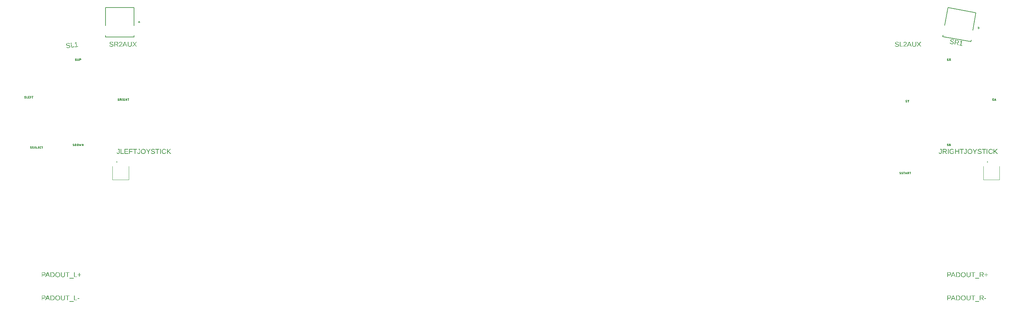
<source format=gbr>
G04 EAGLE Gerber RS-274X export*
G75*
%MOMM*%
%FSLAX34Y34*%
%LPD*%
%INSilkscreen Top*%
%IPPOS*%
%AMOC8*
5,1,8,0,0,1.08239X$1,22.5*%
G01*
G04 Define Apertures*
%ADD10C,0.100000*%
%ADD11C,0.200000*%
%ADD12C,0.127000*%
%ADD13C,0.152400*%
G36*
X488494Y386475D02*
X488027Y386487D01*
X487577Y386523D01*
X487142Y386583D01*
X486724Y386668D01*
X486322Y386776D01*
X485937Y386908D01*
X485567Y387065D01*
X485214Y387246D01*
X484880Y387449D01*
X484565Y387674D01*
X484271Y387920D01*
X483998Y388188D01*
X483745Y388478D01*
X483512Y388788D01*
X483300Y389121D01*
X483108Y389475D01*
X482937Y389847D01*
X482790Y390234D01*
X482665Y390637D01*
X482563Y391054D01*
X482483Y391487D01*
X482426Y391936D01*
X482392Y392399D01*
X482381Y392877D01*
X482387Y393242D01*
X482406Y393597D01*
X482438Y393942D01*
X482482Y394277D01*
X482539Y394601D01*
X482609Y394916D01*
X482691Y395220D01*
X482786Y395515D01*
X482894Y395799D01*
X483014Y396073D01*
X483147Y396337D01*
X483292Y396591D01*
X483621Y397069D01*
X484001Y397506D01*
X484426Y397897D01*
X484653Y398073D01*
X484891Y398236D01*
X485138Y398386D01*
X485395Y398523D01*
X485662Y398647D01*
X485939Y398758D01*
X486226Y398855D01*
X486523Y398940D01*
X486829Y399012D01*
X487146Y399070D01*
X487473Y399116D01*
X487809Y399149D01*
X488155Y399168D01*
X488512Y399175D01*
X488975Y399163D01*
X489422Y399128D01*
X489854Y399069D01*
X490270Y398988D01*
X490671Y398882D01*
X491056Y398753D01*
X491425Y398601D01*
X491779Y398426D01*
X492115Y398228D01*
X492430Y398009D01*
X492725Y397769D01*
X492999Y397507D01*
X493254Y397225D01*
X493487Y396921D01*
X493701Y396596D01*
X493894Y396249D01*
X494065Y395884D01*
X494214Y395503D01*
X494340Y395106D01*
X494442Y394693D01*
X494522Y394263D01*
X494580Y393817D01*
X494614Y393355D01*
X494625Y392877D01*
X494614Y392401D01*
X494579Y391940D01*
X494521Y391493D01*
X494440Y391062D01*
X494336Y390646D01*
X494209Y390245D01*
X494059Y389859D01*
X493885Y389488D01*
X493690Y389135D01*
X493475Y388803D01*
X493240Y388492D01*
X492984Y388202D01*
X492709Y387934D01*
X492413Y387686D01*
X492097Y387460D01*
X491761Y387254D01*
X491407Y387072D01*
X491038Y386913D01*
X490653Y386779D01*
X490253Y386670D01*
X489836Y386584D01*
X489405Y386524D01*
X488957Y386487D01*
X488494Y386475D01*
G37*
%LPC*%
G36*
X488494Y387832D02*
X489013Y387853D01*
X489501Y387915D01*
X489957Y388018D01*
X490383Y388162D01*
X490777Y388347D01*
X491141Y388574D01*
X491473Y388842D01*
X491774Y389151D01*
X492042Y389497D01*
X492274Y389878D01*
X492471Y390293D01*
X492632Y390741D01*
X492757Y391224D01*
X492846Y391741D01*
X492899Y392292D01*
X492917Y392877D01*
X492899Y393438D01*
X492845Y393967D01*
X492755Y394466D01*
X492629Y394933D01*
X492467Y395370D01*
X492269Y395776D01*
X492036Y396151D01*
X491766Y396495D01*
X491463Y396803D01*
X491130Y397069D01*
X490768Y397295D01*
X490376Y397480D01*
X489955Y397624D01*
X489503Y397726D01*
X489022Y397788D01*
X488512Y397808D01*
X487997Y397788D01*
X487512Y397727D01*
X487058Y397626D01*
X486633Y397484D01*
X486239Y397302D01*
X485874Y397079D01*
X485540Y396816D01*
X485236Y396512D01*
X484965Y396172D01*
X484730Y395799D01*
X484532Y395393D01*
X484369Y394955D01*
X484243Y394485D01*
X484152Y393981D01*
X484098Y393446D01*
X484080Y392877D01*
X484098Y392312D01*
X484153Y391777D01*
X484244Y391271D01*
X484372Y390796D01*
X484537Y390351D01*
X484738Y389935D01*
X484975Y389550D01*
X485249Y389194D01*
X485556Y388875D01*
X485891Y388599D01*
X486254Y388364D01*
X486645Y388173D01*
X487065Y388024D01*
X487513Y387918D01*
X487990Y387854D01*
X488494Y387832D01*
G37*
%LPD*%
G36*
X449850Y386650D02*
X440128Y386650D01*
X440128Y398991D01*
X449491Y398991D01*
X449491Y397624D01*
X441801Y397624D01*
X441801Y393666D01*
X448965Y393666D01*
X448965Y392317D01*
X441801Y392317D01*
X441801Y388016D01*
X449850Y388016D01*
X449850Y386650D01*
G37*
G36*
X513481Y386475D02*
X512932Y386487D01*
X512412Y386524D01*
X511923Y386585D01*
X511463Y386671D01*
X511032Y386781D01*
X510631Y386916D01*
X510260Y387075D01*
X509918Y387259D01*
X509606Y387467D01*
X509324Y387700D01*
X509071Y387957D01*
X508848Y388239D01*
X508655Y388545D01*
X508491Y388875D01*
X508357Y389231D01*
X508252Y389610D01*
X509872Y389934D01*
X509952Y389666D01*
X510052Y389415D01*
X510171Y389183D01*
X510310Y388970D01*
X510469Y388775D01*
X510648Y388599D01*
X510846Y388441D01*
X511064Y388301D01*
X511302Y388179D01*
X511560Y388073D01*
X511839Y387983D01*
X512139Y387910D01*
X512459Y387853D01*
X512799Y387812D01*
X513161Y387788D01*
X513542Y387780D01*
X513936Y387789D01*
X514306Y387815D01*
X514653Y387858D01*
X514978Y387919D01*
X515279Y387997D01*
X515556Y388093D01*
X515811Y388206D01*
X516043Y388336D01*
X516249Y388483D01*
X516428Y388647D01*
X516579Y388826D01*
X516703Y389022D01*
X516799Y389235D01*
X516868Y389463D01*
X516909Y389708D01*
X516923Y389969D01*
X516906Y390257D01*
X516854Y390517D01*
X516768Y390748D01*
X516647Y390950D01*
X516495Y391131D01*
X516315Y391294D01*
X516108Y391441D01*
X515872Y391572D01*
X515610Y391690D01*
X515325Y391798D01*
X515015Y391896D01*
X514681Y391984D01*
X513148Y392343D01*
X512461Y392505D01*
X511862Y392667D01*
X511351Y392829D01*
X510928Y392991D01*
X510569Y393158D01*
X510250Y393334D01*
X509971Y393519D01*
X509732Y393714D01*
X509526Y393922D01*
X509346Y394146D01*
X509191Y394388D01*
X509062Y394647D01*
X508961Y394924D01*
X508888Y395220D01*
X508845Y395537D01*
X508830Y395873D01*
X508849Y396258D01*
X508906Y396620D01*
X509001Y396959D01*
X509133Y397276D01*
X509304Y397570D01*
X509512Y397842D01*
X509759Y398090D01*
X510043Y398316D01*
X510363Y398518D01*
X510715Y398692D01*
X511100Y398839D01*
X511518Y398960D01*
X511968Y399054D01*
X512451Y399121D01*
X512967Y399161D01*
X513516Y399175D01*
X514026Y399165D01*
X514505Y399134D01*
X514953Y399084D01*
X515371Y399014D01*
X515757Y398923D01*
X516112Y398813D01*
X516437Y398682D01*
X516730Y398531D01*
X516998Y398356D01*
X517245Y398152D01*
X517471Y397921D01*
X517676Y397661D01*
X517861Y397372D01*
X518024Y397055D01*
X518167Y396710D01*
X518289Y396337D01*
X516643Y396048D01*
X516567Y396285D01*
X516476Y396505D01*
X516370Y396708D01*
X516249Y396894D01*
X516112Y397064D01*
X515960Y397216D01*
X515792Y397352D01*
X515609Y397471D01*
X515410Y397575D01*
X515192Y397665D01*
X514955Y397741D01*
X514701Y397803D01*
X514428Y397851D01*
X514136Y397886D01*
X513826Y397907D01*
X513498Y397913D01*
X513139Y397906D01*
X512802Y397883D01*
X512487Y397845D01*
X512193Y397791D01*
X511922Y397722D01*
X511672Y397638D01*
X511445Y397538D01*
X511239Y397423D01*
X511056Y397293D01*
X510898Y397148D01*
X510764Y396987D01*
X510654Y396812D01*
X510569Y396622D01*
X510508Y396416D01*
X510471Y396196D01*
X510459Y395960D01*
X510478Y395688D01*
X510535Y395440D01*
X510629Y395217D01*
X510761Y395019D01*
X510929Y394840D01*
X511130Y394675D01*
X511365Y394524D01*
X511633Y394388D01*
X511988Y394252D01*
X512485Y394100D01*
X513122Y393934D01*
X513901Y393753D01*
X515036Y393486D01*
X515588Y393337D01*
X516117Y393162D01*
X516618Y392957D01*
X517085Y392720D01*
X517303Y392586D01*
X517507Y392437D01*
X517695Y392275D01*
X517869Y392098D01*
X518026Y391906D01*
X518166Y391697D01*
X518287Y391472D01*
X518390Y391231D01*
X518472Y390970D01*
X518531Y390688D01*
X518567Y390383D01*
X518578Y390057D01*
X518557Y389642D01*
X518495Y389251D01*
X518391Y388885D01*
X518244Y388542D01*
X518057Y388223D01*
X517827Y387929D01*
X517556Y387658D01*
X517243Y387412D01*
X516892Y387192D01*
X516507Y387002D01*
X516088Y386841D01*
X515634Y386709D01*
X515147Y386607D01*
X514626Y386533D01*
X514070Y386490D01*
X513481Y386475D01*
G37*
G36*
X551457Y386650D02*
X549784Y386650D01*
X549784Y398991D01*
X551457Y398991D01*
X551457Y392807D01*
X557404Y398991D01*
X559375Y398991D01*
X554119Y393631D01*
X560075Y386650D01*
X557999Y386650D01*
X553068Y392606D01*
X551457Y391380D01*
X551457Y386650D01*
G37*
G36*
X542272Y386475D02*
X541813Y386487D01*
X541370Y386523D01*
X540943Y386584D01*
X540532Y386669D01*
X540137Y386778D01*
X539757Y386911D01*
X539393Y387068D01*
X539044Y387250D01*
X538714Y387454D01*
X538404Y387679D01*
X538114Y387925D01*
X537844Y388192D01*
X537595Y388479D01*
X537366Y388787D01*
X537157Y389116D01*
X536968Y389466D01*
X536801Y389834D01*
X536656Y390219D01*
X536533Y390621D01*
X536433Y391039D01*
X536355Y391474D01*
X536299Y391925D01*
X536266Y392393D01*
X536255Y392877D01*
X536261Y393241D01*
X536280Y393595D01*
X536311Y393939D01*
X536354Y394273D01*
X536410Y394597D01*
X536479Y394911D01*
X536560Y395215D01*
X536653Y395509D01*
X536759Y395793D01*
X536877Y396067D01*
X537151Y396585D01*
X537475Y397064D01*
X537849Y397502D01*
X538266Y397894D01*
X538722Y398234D01*
X538965Y398384D01*
X539217Y398521D01*
X539478Y398645D01*
X539749Y398756D01*
X540030Y398855D01*
X540320Y398939D01*
X540620Y399011D01*
X540930Y399070D01*
X541249Y399116D01*
X541577Y399149D01*
X541915Y399168D01*
X542263Y399175D01*
X542746Y399163D01*
X543208Y399127D01*
X543650Y399066D01*
X544072Y398982D01*
X544473Y398874D01*
X544854Y398741D01*
X545215Y398585D01*
X545556Y398404D01*
X545876Y398200D01*
X546174Y397972D01*
X546450Y397721D01*
X546704Y397447D01*
X546936Y397150D01*
X547146Y396829D01*
X547334Y396485D01*
X547501Y396118D01*
X545915Y395592D01*
X545800Y395854D01*
X545668Y396099D01*
X545520Y396329D01*
X545356Y396543D01*
X545175Y396741D01*
X544978Y396923D01*
X544765Y397089D01*
X544536Y397239D01*
X544293Y397373D01*
X544039Y397488D01*
X543773Y397586D01*
X543497Y397666D01*
X543209Y397728D01*
X542911Y397773D01*
X542601Y397799D01*
X542281Y397808D01*
X541782Y397788D01*
X541313Y397726D01*
X540871Y397623D01*
X540459Y397479D01*
X540074Y397293D01*
X539719Y397067D01*
X539391Y396799D01*
X539092Y396490D01*
X538826Y396145D01*
X538594Y395770D01*
X538399Y395364D01*
X538238Y394928D01*
X538114Y394461D01*
X538025Y393964D01*
X537972Y393436D01*
X537954Y392877D01*
X537972Y392324D01*
X538028Y391799D01*
X538121Y391301D01*
X538250Y390831D01*
X538417Y390389D01*
X538621Y389975D01*
X538862Y389588D01*
X539141Y389229D01*
X539450Y388906D01*
X539786Y388626D01*
X540148Y388389D01*
X540536Y388195D01*
X540951Y388044D01*
X541391Y387936D01*
X541858Y387871D01*
X542351Y387850D01*
X542670Y387860D01*
X542979Y387890D01*
X543278Y387940D01*
X543566Y388010D01*
X543845Y388101D01*
X544114Y388211D01*
X544373Y388341D01*
X544621Y388491D01*
X544860Y388662D01*
X545088Y388852D01*
X545307Y389063D01*
X545515Y389293D01*
X545713Y389544D01*
X545902Y389815D01*
X546080Y390105D01*
X546248Y390416D01*
X547614Y389733D01*
X547414Y389346D01*
X547195Y388984D01*
X546956Y388645D01*
X546698Y388329D01*
X546421Y388038D01*
X546124Y387771D01*
X545808Y387527D01*
X545473Y387307D01*
X545121Y387112D01*
X544756Y386943D01*
X544376Y386800D01*
X543983Y386683D01*
X543576Y386592D01*
X543155Y386527D01*
X542720Y386488D01*
X542272Y386475D01*
G37*
G36*
X453769Y386650D02*
X452096Y386650D01*
X452096Y398991D01*
X460864Y398991D01*
X460864Y397624D01*
X453769Y397624D01*
X453769Y393035D01*
X460654Y393035D01*
X460654Y391651D01*
X453769Y391651D01*
X453769Y386650D01*
G37*
G36*
X502274Y386650D02*
X500610Y386650D01*
X500610Y391765D01*
X495863Y398991D01*
X497702Y398991D01*
X501460Y393114D01*
X505199Y398991D01*
X507039Y398991D01*
X502274Y391765D01*
X502274Y386650D01*
G37*
G36*
X467900Y386650D02*
X466236Y386650D01*
X466236Y397624D01*
X461997Y397624D01*
X461997Y398991D01*
X472139Y398991D01*
X472139Y397624D01*
X467900Y397624D01*
X467900Y386650D01*
G37*
G36*
X525712Y386650D02*
X524048Y386650D01*
X524048Y397624D01*
X519809Y397624D01*
X519809Y398991D01*
X529952Y398991D01*
X529952Y397624D01*
X525712Y397624D01*
X525712Y386650D01*
G37*
G36*
X423721Y386475D02*
X423339Y386488D01*
X422977Y386525D01*
X422635Y386589D01*
X422313Y386677D01*
X422011Y386791D01*
X421728Y386931D01*
X421466Y387095D01*
X421223Y387285D01*
X421000Y387500D01*
X420798Y387741D01*
X420615Y388007D01*
X420452Y388298D01*
X420309Y388614D01*
X420186Y388956D01*
X420082Y389323D01*
X419999Y389715D01*
X421637Y389987D01*
X421682Y389740D01*
X421740Y389507D01*
X421811Y389288D01*
X421893Y389083D01*
X421988Y388892D01*
X422095Y388714D01*
X422215Y388551D01*
X422346Y388402D01*
X422489Y388268D01*
X422640Y388153D01*
X422800Y388055D01*
X422968Y387975D01*
X423146Y387912D01*
X423332Y387868D01*
X423527Y387841D01*
X423730Y387832D01*
X423952Y387842D01*
X424162Y387872D01*
X424359Y387920D01*
X424545Y387989D01*
X424718Y388077D01*
X424880Y388185D01*
X425029Y388312D01*
X425167Y388459D01*
X425290Y388624D01*
X425396Y388808D01*
X425487Y389010D01*
X425561Y389230D01*
X425618Y389469D01*
X425659Y389726D01*
X425684Y390000D01*
X425692Y390294D01*
X425692Y397624D01*
X423319Y397624D01*
X423319Y398991D01*
X427356Y398991D01*
X427356Y390329D01*
X427341Y389892D01*
X427295Y389479D01*
X427219Y389090D01*
X427113Y388725D01*
X426976Y388384D01*
X426809Y388066D01*
X426612Y387773D01*
X426384Y387504D01*
X426130Y387263D01*
X425853Y387054D01*
X425554Y386877D01*
X425232Y386732D01*
X424888Y386620D01*
X424522Y386539D01*
X424133Y386491D01*
X423721Y386475D01*
G37*
G36*
X476565Y386475D02*
X476183Y386488D01*
X475821Y386525D01*
X475479Y386589D01*
X475157Y386677D01*
X474854Y386791D01*
X474572Y386931D01*
X474309Y387095D01*
X474067Y387285D01*
X473844Y387500D01*
X473641Y387741D01*
X473458Y388007D01*
X473295Y388298D01*
X473152Y388614D01*
X473029Y388956D01*
X472926Y389323D01*
X472843Y389715D01*
X474481Y389987D01*
X474526Y389740D01*
X474584Y389507D01*
X474654Y389288D01*
X474737Y389083D01*
X474832Y388892D01*
X474939Y388714D01*
X475058Y388551D01*
X475190Y388402D01*
X475332Y388268D01*
X475483Y388153D01*
X475643Y388055D01*
X475812Y387975D01*
X475989Y387912D01*
X476175Y387868D01*
X476370Y387841D01*
X476574Y387832D01*
X476796Y387842D01*
X477005Y387872D01*
X477203Y387920D01*
X477388Y387989D01*
X477562Y388077D01*
X477723Y388185D01*
X477873Y388312D01*
X478010Y388459D01*
X478133Y388624D01*
X478240Y388808D01*
X478331Y389010D01*
X478404Y389230D01*
X478462Y389469D01*
X478503Y389726D01*
X478528Y390000D01*
X478536Y390294D01*
X478536Y397624D01*
X476162Y397624D01*
X476162Y398991D01*
X480200Y398991D01*
X480200Y390329D01*
X480185Y389892D01*
X480139Y389479D01*
X480063Y389090D01*
X479957Y388725D01*
X479820Y388384D01*
X479653Y388066D01*
X479456Y387773D01*
X479228Y387504D01*
X478973Y387263D01*
X478697Y387054D01*
X478398Y386877D01*
X478076Y386732D01*
X477732Y386620D01*
X477365Y386539D01*
X476977Y386491D01*
X476565Y386475D01*
G37*
G36*
X438068Y386650D02*
X430159Y386650D01*
X430159Y398991D01*
X431832Y398991D01*
X431832Y388016D01*
X438068Y388016D01*
X438068Y386650D01*
G37*
G36*
X533703Y386650D02*
X532030Y386650D01*
X532030Y398991D01*
X533703Y398991D01*
X533703Y386650D01*
G37*
G36*
X2624463Y386475D02*
X2623996Y386487D01*
X2623545Y386523D01*
X2623111Y386583D01*
X2622693Y386668D01*
X2622291Y386776D01*
X2621905Y386908D01*
X2621536Y387065D01*
X2621183Y387246D01*
X2620848Y387449D01*
X2620534Y387674D01*
X2620240Y387920D01*
X2619967Y388188D01*
X2619714Y388478D01*
X2619481Y388788D01*
X2619268Y389121D01*
X2619077Y389475D01*
X2618906Y389847D01*
X2618758Y390234D01*
X2618634Y390637D01*
X2618531Y391054D01*
X2618452Y391487D01*
X2618395Y391936D01*
X2618361Y392399D01*
X2618350Y392877D01*
X2618356Y393242D01*
X2618375Y393597D01*
X2618407Y393942D01*
X2618451Y394277D01*
X2618508Y394601D01*
X2618577Y394916D01*
X2618660Y395220D01*
X2618755Y395515D01*
X2618862Y395799D01*
X2618983Y396073D01*
X2619115Y396337D01*
X2619261Y396591D01*
X2619590Y397069D01*
X2619970Y397506D01*
X2620395Y397897D01*
X2620622Y398073D01*
X2620859Y398236D01*
X2621107Y398386D01*
X2621364Y398523D01*
X2621631Y398647D01*
X2621908Y398758D01*
X2622195Y398855D01*
X2622491Y398940D01*
X2622798Y399012D01*
X2623115Y399070D01*
X2623441Y399116D01*
X2623778Y399149D01*
X2624124Y399168D01*
X2624481Y399175D01*
X2624944Y399163D01*
X2625391Y399128D01*
X2625823Y399069D01*
X2626239Y398988D01*
X2626639Y398882D01*
X2627024Y398753D01*
X2627394Y398601D01*
X2627747Y398426D01*
X2628083Y398228D01*
X2628399Y398009D01*
X2628694Y397769D01*
X2628968Y397507D01*
X2629222Y397225D01*
X2629456Y396921D01*
X2629670Y396596D01*
X2629863Y396249D01*
X2630034Y395884D01*
X2630183Y395503D01*
X2630308Y395106D01*
X2630411Y394693D01*
X2630491Y394263D01*
X2630548Y393817D01*
X2630583Y393355D01*
X2630594Y392877D01*
X2630582Y392401D01*
X2630548Y391940D01*
X2630490Y391493D01*
X2630409Y391062D01*
X2630305Y390646D01*
X2630178Y390245D01*
X2630027Y389859D01*
X2629854Y389488D01*
X2629659Y389135D01*
X2629444Y388803D01*
X2629208Y388492D01*
X2628953Y388202D01*
X2628677Y387934D01*
X2628382Y387686D01*
X2628066Y387460D01*
X2627730Y387254D01*
X2627376Y387072D01*
X2627007Y386913D01*
X2626622Y386779D01*
X2626221Y386670D01*
X2625805Y386584D01*
X2625373Y386524D01*
X2624926Y386487D01*
X2624463Y386475D01*
G37*
%LPC*%
G36*
X2624463Y387832D02*
X2624982Y387853D01*
X2625469Y387915D01*
X2625926Y388018D01*
X2626352Y388162D01*
X2626746Y388347D01*
X2627109Y388574D01*
X2627442Y388842D01*
X2627743Y389151D01*
X2628011Y389497D01*
X2628243Y389878D01*
X2628440Y390293D01*
X2628600Y390741D01*
X2628725Y391224D01*
X2628815Y391741D01*
X2628868Y392292D01*
X2628886Y392877D01*
X2628868Y393438D01*
X2628814Y393967D01*
X2628724Y394466D01*
X2628598Y394933D01*
X2628436Y395370D01*
X2628238Y395776D01*
X2628004Y396151D01*
X2627734Y396495D01*
X2627432Y396803D01*
X2627099Y397069D01*
X2626737Y397295D01*
X2626345Y397480D01*
X2625923Y397624D01*
X2625472Y397726D01*
X2624991Y397788D01*
X2624481Y397808D01*
X2623966Y397788D01*
X2623481Y397727D01*
X2623026Y397626D01*
X2622602Y397484D01*
X2622207Y397302D01*
X2621843Y397079D01*
X2621509Y396816D01*
X2621205Y396512D01*
X2620934Y396172D01*
X2620699Y395799D01*
X2620500Y395393D01*
X2620338Y394955D01*
X2620211Y394485D01*
X2620121Y393981D01*
X2620067Y393446D01*
X2620049Y392877D01*
X2620067Y392312D01*
X2620122Y391777D01*
X2620213Y391271D01*
X2620341Y390796D01*
X2620505Y390351D01*
X2620706Y389935D01*
X2620944Y389550D01*
X2621218Y389194D01*
X2621524Y388875D01*
X2621859Y388599D01*
X2622222Y388364D01*
X2622614Y388173D01*
X2623034Y388024D01*
X2623482Y387918D01*
X2623958Y387854D01*
X2624463Y387832D01*
G37*
%LPD*%
G36*
X2555863Y386650D02*
X2554190Y386650D01*
X2554190Y398991D01*
X2559997Y398991D01*
X2560503Y398976D01*
X2560980Y398932D01*
X2561427Y398860D01*
X2561844Y398758D01*
X2562232Y398626D01*
X2562589Y398466D01*
X2562917Y398277D01*
X2563216Y398058D01*
X2563482Y397813D01*
X2563712Y397546D01*
X2563907Y397256D01*
X2564067Y396942D01*
X2564191Y396606D01*
X2564279Y396247D01*
X2564332Y395866D01*
X2564350Y395461D01*
X2564338Y395124D01*
X2564300Y394801D01*
X2564237Y394491D01*
X2564150Y394195D01*
X2564037Y393913D01*
X2563899Y393645D01*
X2563737Y393390D01*
X2563549Y393149D01*
X2563339Y392925D01*
X2563110Y392724D01*
X2562862Y392543D01*
X2562751Y392477D01*
X2562595Y392385D01*
X2562309Y392248D01*
X2562004Y392132D01*
X2561680Y392039D01*
X2561337Y391966D01*
X2562829Y389703D01*
X2564841Y386650D01*
X2562914Y386650D01*
X2559708Y391774D01*
X2555863Y391774D01*
X2555863Y386650D01*
G37*
%LPC*%
G36*
X2559901Y393096D02*
X2560222Y393106D01*
X2560525Y393135D01*
X2560808Y393183D01*
X2561073Y393251D01*
X2561320Y393337D01*
X2561547Y393444D01*
X2561756Y393569D01*
X2561946Y393714D01*
X2562115Y393876D01*
X2562262Y394053D01*
X2562386Y394246D01*
X2562488Y394455D01*
X2562567Y394679D01*
X2562623Y394918D01*
X2562657Y395173D01*
X2562668Y395444D01*
X2562657Y395705D01*
X2562623Y395950D01*
X2562566Y396180D01*
X2562486Y396393D01*
X2562383Y396590D01*
X2562257Y396771D01*
X2562109Y396937D01*
X2561937Y397086D01*
X2561744Y397218D01*
X2561531Y397333D01*
X2561298Y397430D01*
X2561045Y397510D01*
X2560771Y397571D01*
X2560478Y397615D01*
X2560164Y397642D01*
X2559831Y397651D01*
X2555863Y397651D01*
X2555863Y393096D01*
X2559901Y393096D01*
G37*
%LPD*%
G36*
X2577777Y386475D02*
X2577301Y386487D01*
X2576843Y386523D01*
X2576400Y386583D01*
X2575975Y386668D01*
X2575566Y386776D01*
X2575174Y386908D01*
X2574799Y387065D01*
X2574440Y387246D01*
X2574100Y387449D01*
X2573781Y387673D01*
X2573482Y387919D01*
X2573204Y388186D01*
X2572947Y388474D01*
X2572710Y388784D01*
X2572494Y389114D01*
X2572298Y389466D01*
X2572125Y389836D01*
X2571975Y390223D01*
X2571847Y390625D01*
X2571743Y391044D01*
X2571662Y391478D01*
X2571605Y391928D01*
X2571570Y392395D01*
X2571558Y392877D01*
X2571565Y393248D01*
X2571584Y393607D01*
X2571615Y393956D01*
X2571659Y394295D01*
X2571716Y394622D01*
X2571785Y394940D01*
X2571867Y395246D01*
X2571961Y395542D01*
X2572068Y395827D01*
X2572188Y396102D01*
X2572320Y396366D01*
X2572465Y396620D01*
X2572622Y396863D01*
X2572792Y397095D01*
X2573170Y397528D01*
X2573593Y397914D01*
X2573820Y398088D01*
X2574057Y398249D01*
X2574305Y398396D01*
X2574562Y398532D01*
X2574830Y398654D01*
X2575108Y398763D01*
X2575396Y398860D01*
X2575694Y398943D01*
X2576003Y399014D01*
X2576321Y399072D01*
X2576650Y399117D01*
X2576989Y399149D01*
X2577339Y399168D01*
X2577698Y399175D01*
X2578198Y399164D01*
X2578675Y399131D01*
X2579127Y399077D01*
X2579555Y399002D01*
X2579959Y398904D01*
X2580339Y398786D01*
X2580695Y398645D01*
X2581026Y398483D01*
X2581337Y398297D01*
X2581629Y398085D01*
X2581903Y397847D01*
X2582158Y397583D01*
X2582396Y397293D01*
X2582614Y396977D01*
X2582815Y396635D01*
X2582997Y396267D01*
X2581403Y395794D01*
X2581265Y396048D01*
X2581115Y396284D01*
X2580953Y396502D01*
X2580778Y396703D01*
X2580590Y396885D01*
X2580391Y397050D01*
X2580178Y397197D01*
X2579953Y397327D01*
X2579715Y397440D01*
X2579463Y397537D01*
X2579197Y397620D01*
X2578917Y397688D01*
X2578622Y397741D01*
X2578314Y397778D01*
X2577991Y397801D01*
X2577654Y397808D01*
X2577136Y397788D01*
X2576649Y397728D01*
X2576193Y397627D01*
X2575769Y397485D01*
X2575376Y397304D01*
X2575015Y397082D01*
X2574686Y396819D01*
X2574387Y396517D01*
X2574123Y396177D01*
X2573893Y395805D01*
X2573699Y395399D01*
X2573540Y394961D01*
X2573416Y394489D01*
X2573328Y393985D01*
X2573275Y393448D01*
X2573258Y392877D01*
X2573276Y392308D01*
X2573333Y391770D01*
X2573426Y391262D01*
X2573558Y390785D01*
X2573726Y390339D01*
X2573932Y389924D01*
X2574176Y389539D01*
X2574457Y389186D01*
X2574772Y388868D01*
X2575115Y388594D01*
X2575487Y388361D01*
X2575887Y388171D01*
X2576317Y388023D01*
X2576775Y387917D01*
X2577261Y387854D01*
X2577777Y387832D01*
X2578371Y387855D01*
X2578945Y387924D01*
X2579499Y388039D01*
X2580032Y388200D01*
X2580531Y388401D01*
X2580979Y388634D01*
X2581378Y388900D01*
X2581727Y389199D01*
X2581727Y391423D01*
X2578040Y391423D01*
X2578040Y392825D01*
X2583269Y392825D01*
X2583269Y388568D01*
X2583016Y388326D01*
X2582750Y388097D01*
X2582471Y387883D01*
X2582177Y387682D01*
X2581870Y387496D01*
X2581548Y387324D01*
X2581213Y387166D01*
X2580864Y387022D01*
X2580505Y386894D01*
X2580138Y386783D01*
X2579763Y386689D01*
X2579381Y386612D01*
X2578991Y386552D01*
X2578594Y386509D01*
X2578189Y386483D01*
X2577777Y386475D01*
G37*
G36*
X2587738Y386650D02*
X2586065Y386650D01*
X2586065Y398991D01*
X2587738Y398991D01*
X2587738Y393771D01*
X2594412Y393771D01*
X2594412Y398991D01*
X2596085Y398991D01*
X2596085Y386650D01*
X2594412Y386650D01*
X2594412Y392369D01*
X2587738Y392369D01*
X2587738Y386650D01*
G37*
G36*
X2649450Y386475D02*
X2648901Y386487D01*
X2648381Y386524D01*
X2647891Y386585D01*
X2647431Y386671D01*
X2647001Y386781D01*
X2646600Y386916D01*
X2646229Y387075D01*
X2645887Y387259D01*
X2645575Y387467D01*
X2645293Y387700D01*
X2645040Y387957D01*
X2644817Y388239D01*
X2644623Y388545D01*
X2644460Y388875D01*
X2644325Y389231D01*
X2644221Y389610D01*
X2645841Y389934D01*
X2645921Y389666D01*
X2646021Y389415D01*
X2646140Y389183D01*
X2646279Y388970D01*
X2646438Y388775D01*
X2646616Y388599D01*
X2646814Y388441D01*
X2647032Y388301D01*
X2647270Y388179D01*
X2647529Y388073D01*
X2647808Y387983D01*
X2648107Y387910D01*
X2648427Y387853D01*
X2648768Y387812D01*
X2649129Y387788D01*
X2649511Y387780D01*
X2649904Y387789D01*
X2650275Y387815D01*
X2650622Y387858D01*
X2650946Y387919D01*
X2651247Y387997D01*
X2651525Y388093D01*
X2651780Y388206D01*
X2652012Y388336D01*
X2652218Y388483D01*
X2652397Y388647D01*
X2652548Y388826D01*
X2652672Y389022D01*
X2652768Y389235D01*
X2652837Y389463D01*
X2652878Y389708D01*
X2652892Y389969D01*
X2652875Y390257D01*
X2652823Y390517D01*
X2652737Y390748D01*
X2652616Y390950D01*
X2652464Y391131D01*
X2652284Y391294D01*
X2652076Y391441D01*
X2651841Y391572D01*
X2651579Y391690D01*
X2651293Y391798D01*
X2650983Y391896D01*
X2650650Y391984D01*
X2649117Y392343D01*
X2648430Y392505D01*
X2647830Y392667D01*
X2647319Y392829D01*
X2646897Y392991D01*
X2646538Y393158D01*
X2646219Y393334D01*
X2645940Y393519D01*
X2645701Y393714D01*
X2645495Y393922D01*
X2645315Y394146D01*
X2645160Y394388D01*
X2645031Y394647D01*
X2644929Y394924D01*
X2644857Y395220D01*
X2644813Y395537D01*
X2644799Y395873D01*
X2644818Y396258D01*
X2644875Y396620D01*
X2644969Y396959D01*
X2645102Y397276D01*
X2645273Y397570D01*
X2645481Y397842D01*
X2645728Y398090D01*
X2646012Y398316D01*
X2646332Y398518D01*
X2646684Y398692D01*
X2647069Y398839D01*
X2647487Y398960D01*
X2647937Y399054D01*
X2648420Y399121D01*
X2648936Y399161D01*
X2649485Y399175D01*
X2649995Y399165D01*
X2650474Y399134D01*
X2650922Y399084D01*
X2651339Y399014D01*
X2651726Y398923D01*
X2652081Y398813D01*
X2652406Y398682D01*
X2652699Y398531D01*
X2652967Y398356D01*
X2653214Y398152D01*
X2653440Y397921D01*
X2653645Y397661D01*
X2653829Y397372D01*
X2653993Y397055D01*
X2654136Y396710D01*
X2654258Y396337D01*
X2652611Y396048D01*
X2652536Y396285D01*
X2652445Y396505D01*
X2652339Y396708D01*
X2652217Y396894D01*
X2652080Y397064D01*
X2651928Y397216D01*
X2651761Y397352D01*
X2651578Y397471D01*
X2651378Y397575D01*
X2651160Y397665D01*
X2650924Y397741D01*
X2650669Y397803D01*
X2650396Y397851D01*
X2650105Y397886D01*
X2649795Y397907D01*
X2649467Y397913D01*
X2649108Y397906D01*
X2648771Y397883D01*
X2648456Y397845D01*
X2648162Y397791D01*
X2647891Y397722D01*
X2647641Y397638D01*
X2647413Y397538D01*
X2647207Y397423D01*
X2647025Y397293D01*
X2646866Y397148D01*
X2646732Y396987D01*
X2646623Y396812D01*
X2646538Y396622D01*
X2646477Y396416D01*
X2646440Y396196D01*
X2646428Y395960D01*
X2646447Y395688D01*
X2646503Y395440D01*
X2646598Y395217D01*
X2646730Y395019D01*
X2646898Y394840D01*
X2647099Y394675D01*
X2647334Y394524D01*
X2647602Y394388D01*
X2647957Y394252D01*
X2648453Y394100D01*
X2649091Y393934D01*
X2649870Y393753D01*
X2651004Y393486D01*
X2651557Y393337D01*
X2652086Y393162D01*
X2652586Y392957D01*
X2653054Y392720D01*
X2653272Y392586D01*
X2653475Y392437D01*
X2653664Y392275D01*
X2653838Y392098D01*
X2653995Y391906D01*
X2654134Y391697D01*
X2654256Y391472D01*
X2654359Y391231D01*
X2654441Y390970D01*
X2654500Y390688D01*
X2654535Y390383D01*
X2654547Y390057D01*
X2654526Y389642D01*
X2654464Y389251D01*
X2654359Y388885D01*
X2654213Y388542D01*
X2654025Y388223D01*
X2653796Y387929D01*
X2653524Y387658D01*
X2653211Y387412D01*
X2652860Y387192D01*
X2652475Y387002D01*
X2652056Y386841D01*
X2651603Y386709D01*
X2651116Y386607D01*
X2650595Y386533D01*
X2650039Y386490D01*
X2649450Y386475D01*
G37*
G36*
X2687426Y386650D02*
X2685753Y386650D01*
X2685753Y398991D01*
X2687426Y398991D01*
X2687426Y392807D01*
X2693373Y398991D01*
X2695343Y398991D01*
X2690088Y393631D01*
X2696044Y386650D01*
X2693968Y386650D01*
X2689037Y392606D01*
X2687426Y391380D01*
X2687426Y386650D01*
G37*
G36*
X2678241Y386475D02*
X2677782Y386487D01*
X2677339Y386523D01*
X2676912Y386584D01*
X2676501Y386669D01*
X2676105Y386778D01*
X2675725Y386911D01*
X2675361Y387068D01*
X2675013Y387250D01*
X2674683Y387454D01*
X2674373Y387679D01*
X2674083Y387925D01*
X2673813Y388192D01*
X2673564Y388479D01*
X2673335Y388787D01*
X2673126Y389116D01*
X2672937Y389466D01*
X2672770Y389834D01*
X2672625Y390219D01*
X2672502Y390621D01*
X2672402Y391039D01*
X2672324Y391474D01*
X2672268Y391925D01*
X2672235Y392393D01*
X2672223Y392877D01*
X2672230Y393241D01*
X2672248Y393595D01*
X2672279Y393939D01*
X2672323Y394273D01*
X2672379Y394597D01*
X2672448Y394911D01*
X2672529Y395215D01*
X2672622Y395509D01*
X2672728Y395793D01*
X2672846Y396067D01*
X2673120Y396585D01*
X2673444Y397064D01*
X2673817Y397502D01*
X2674235Y397894D01*
X2674691Y398234D01*
X2674933Y398384D01*
X2675185Y398521D01*
X2675447Y398645D01*
X2675718Y398756D01*
X2675999Y398855D01*
X2676289Y398939D01*
X2676589Y399011D01*
X2676898Y399070D01*
X2677217Y399116D01*
X2677546Y399149D01*
X2677884Y399168D01*
X2678232Y399175D01*
X2678714Y399163D01*
X2679177Y399127D01*
X2679619Y399066D01*
X2680040Y398982D01*
X2680442Y398874D01*
X2680823Y398741D01*
X2681184Y398585D01*
X2681525Y398404D01*
X2681845Y398200D01*
X2682142Y397972D01*
X2682418Y397721D01*
X2682672Y397447D01*
X2682904Y397150D01*
X2683115Y396829D01*
X2683303Y396485D01*
X2683469Y396118D01*
X2681884Y395592D01*
X2681769Y395854D01*
X2681637Y396099D01*
X2681489Y396329D01*
X2681325Y396543D01*
X2681144Y396741D01*
X2680947Y396923D01*
X2680734Y397089D01*
X2680505Y397239D01*
X2680261Y397373D01*
X2680007Y397488D01*
X2679742Y397586D01*
X2679466Y397666D01*
X2679178Y397728D01*
X2678880Y397773D01*
X2678570Y397799D01*
X2678249Y397808D01*
X2677751Y397788D01*
X2677281Y397726D01*
X2676840Y397623D01*
X2676427Y397479D01*
X2676043Y397293D01*
X2675687Y397067D01*
X2675360Y396799D01*
X2675061Y396490D01*
X2674794Y396145D01*
X2674563Y395770D01*
X2674367Y395364D01*
X2674207Y394928D01*
X2674083Y394461D01*
X2673994Y393964D01*
X2673940Y393436D01*
X2673923Y392877D01*
X2673941Y392324D01*
X2673997Y391799D01*
X2674089Y391301D01*
X2674219Y390831D01*
X2674386Y390389D01*
X2674590Y389975D01*
X2674831Y389588D01*
X2675109Y389229D01*
X2675419Y388906D01*
X2675755Y388626D01*
X2676117Y388389D01*
X2676505Y388195D01*
X2676920Y388044D01*
X2677360Y387936D01*
X2677827Y387871D01*
X2678319Y387850D01*
X2678638Y387860D01*
X2678947Y387890D01*
X2679246Y387940D01*
X2679535Y388010D01*
X2679814Y388101D01*
X2680083Y388211D01*
X2680341Y388341D01*
X2680590Y388491D01*
X2680829Y388662D01*
X2681057Y388852D01*
X2681276Y389063D01*
X2681484Y389293D01*
X2681682Y389544D01*
X2681871Y389815D01*
X2682049Y390105D01*
X2682217Y390416D01*
X2683583Y389733D01*
X2683383Y389346D01*
X2683164Y388984D01*
X2682925Y388645D01*
X2682667Y388329D01*
X2682390Y388038D01*
X2682093Y387771D01*
X2681777Y387527D01*
X2681442Y387307D01*
X2681090Y387112D01*
X2680724Y386943D01*
X2680345Y386800D01*
X2679952Y386683D01*
X2679545Y386592D01*
X2679124Y386527D01*
X2678689Y386488D01*
X2678241Y386475D01*
G37*
G36*
X2638243Y386650D02*
X2636579Y386650D01*
X2636579Y391765D01*
X2631832Y398991D01*
X2633671Y398991D01*
X2637428Y393114D01*
X2641168Y398991D01*
X2643008Y398991D01*
X2638243Y391765D01*
X2638243Y386650D01*
G37*
G36*
X2603869Y386650D02*
X2602205Y386650D01*
X2602205Y397624D01*
X2597965Y397624D01*
X2597965Y398991D01*
X2608108Y398991D01*
X2608108Y397624D01*
X2603869Y397624D01*
X2603869Y386650D01*
G37*
G36*
X2661681Y386650D02*
X2660017Y386650D01*
X2660017Y397624D01*
X2655778Y397624D01*
X2655778Y398991D01*
X2665920Y398991D01*
X2665920Y397624D01*
X2661681Y397624D01*
X2661681Y386650D01*
G37*
G36*
X2547753Y386475D02*
X2547371Y386488D01*
X2547009Y386525D01*
X2546666Y386589D01*
X2546344Y386677D01*
X2546042Y386791D01*
X2545759Y386931D01*
X2545497Y387095D01*
X2545254Y387285D01*
X2545032Y387500D01*
X2544829Y387741D01*
X2544646Y388007D01*
X2544483Y388298D01*
X2544340Y388614D01*
X2544217Y388956D01*
X2544114Y389323D01*
X2544030Y389715D01*
X2545668Y389987D01*
X2545714Y389740D01*
X2545772Y389507D01*
X2545842Y389288D01*
X2545924Y389083D01*
X2546019Y388892D01*
X2546126Y388714D01*
X2546246Y388551D01*
X2546378Y388402D01*
X2546520Y388268D01*
X2546671Y388153D01*
X2546831Y388055D01*
X2546999Y387975D01*
X2547177Y387912D01*
X2547363Y387868D01*
X2547558Y387841D01*
X2547761Y387832D01*
X2547983Y387842D01*
X2548193Y387872D01*
X2548390Y387920D01*
X2548576Y387989D01*
X2548749Y388077D01*
X2548911Y388185D01*
X2549060Y388312D01*
X2549198Y388459D01*
X2549321Y388624D01*
X2549428Y388808D01*
X2549518Y389010D01*
X2549592Y389230D01*
X2549649Y389469D01*
X2549690Y389726D01*
X2549715Y390000D01*
X2549723Y390294D01*
X2549723Y397624D01*
X2547350Y397624D01*
X2547350Y398991D01*
X2551387Y398991D01*
X2551387Y390329D01*
X2551372Y389892D01*
X2551327Y389479D01*
X2551251Y389090D01*
X2551144Y388725D01*
X2551008Y388384D01*
X2550841Y388066D01*
X2550643Y387773D01*
X2550415Y387504D01*
X2550161Y387263D01*
X2549884Y387054D01*
X2549585Y386877D01*
X2549264Y386732D01*
X2548919Y386620D01*
X2548553Y386539D01*
X2548164Y386491D01*
X2547753Y386475D01*
G37*
G36*
X2612534Y386475D02*
X2612152Y386488D01*
X2611790Y386525D01*
X2611448Y386589D01*
X2611125Y386677D01*
X2610823Y386791D01*
X2610541Y386931D01*
X2610278Y387095D01*
X2610036Y387285D01*
X2609813Y387500D01*
X2609610Y387741D01*
X2609427Y388007D01*
X2609264Y388298D01*
X2609121Y388614D01*
X2608998Y388956D01*
X2608895Y389323D01*
X2608812Y389715D01*
X2610449Y389987D01*
X2610495Y389740D01*
X2610553Y389507D01*
X2610623Y389288D01*
X2610706Y389083D01*
X2610800Y388892D01*
X2610908Y388714D01*
X2611027Y388551D01*
X2611159Y388402D01*
X2611301Y388268D01*
X2611452Y388153D01*
X2611612Y388055D01*
X2611781Y387975D01*
X2611958Y387912D01*
X2612144Y387868D01*
X2612339Y387841D01*
X2612543Y387832D01*
X2612764Y387842D01*
X2612974Y387872D01*
X2613172Y387920D01*
X2613357Y387989D01*
X2613531Y388077D01*
X2613692Y388185D01*
X2613842Y388312D01*
X2613979Y388459D01*
X2614102Y388624D01*
X2614209Y388808D01*
X2614299Y389010D01*
X2614373Y389230D01*
X2614431Y389469D01*
X2614472Y389726D01*
X2614496Y390000D01*
X2614505Y390294D01*
X2614505Y397624D01*
X2612131Y397624D01*
X2612131Y398991D01*
X2616169Y398991D01*
X2616169Y390329D01*
X2616154Y389892D01*
X2616108Y389479D01*
X2616032Y389090D01*
X2615926Y388725D01*
X2615789Y388384D01*
X2615622Y388066D01*
X2615424Y387773D01*
X2615197Y387504D01*
X2614942Y387263D01*
X2614666Y387054D01*
X2614366Y386877D01*
X2614045Y386732D01*
X2613701Y386620D01*
X2613334Y386539D01*
X2612945Y386491D01*
X2612534Y386475D01*
G37*
G36*
X2569016Y386650D02*
X2567343Y386650D01*
X2567343Y398991D01*
X2569016Y398991D01*
X2569016Y386650D01*
G37*
G36*
X2669672Y386650D02*
X2667999Y386650D01*
X2667999Y398991D01*
X2669672Y398991D01*
X2669672Y386650D01*
G37*
G36*
X294092Y660354D02*
X293599Y660355D01*
X293132Y660384D01*
X292691Y660441D01*
X292277Y660526D01*
X291889Y660639D01*
X291527Y660779D01*
X291192Y660948D01*
X290884Y661145D01*
X290601Y661369D01*
X290346Y661621D01*
X290116Y661902D01*
X289913Y662210D01*
X289737Y662546D01*
X289587Y662910D01*
X291156Y663430D01*
X291268Y663172D01*
X291397Y662936D01*
X291544Y662720D01*
X291708Y662526D01*
X291889Y662351D01*
X292088Y662198D01*
X292304Y662065D01*
X292537Y661953D01*
X292788Y661861D01*
X293058Y661788D01*
X293345Y661733D01*
X293652Y661696D01*
X293976Y661679D01*
X294319Y661680D01*
X294681Y661700D01*
X295061Y661738D01*
X295450Y661795D01*
X295815Y661866D01*
X296154Y661951D01*
X296468Y662051D01*
X296758Y662165D01*
X297022Y662294D01*
X297261Y662437D01*
X297475Y662595D01*
X297662Y662766D01*
X297819Y662950D01*
X297947Y663147D01*
X298046Y663357D01*
X298116Y663579D01*
X298156Y663815D01*
X298168Y664063D01*
X298149Y664324D01*
X298097Y664607D01*
X298014Y664858D01*
X297900Y665077D01*
X297756Y665264D01*
X297583Y665424D01*
X297385Y665564D01*
X297161Y665685D01*
X296911Y665786D01*
X296637Y665871D01*
X296340Y665943D01*
X296021Y666003D01*
X295678Y666050D01*
X294113Y666219D01*
X293411Y666296D01*
X292797Y666384D01*
X292270Y666483D01*
X291831Y666592D01*
X291454Y666714D01*
X291116Y666850D01*
X290817Y667000D01*
X290556Y667164D01*
X290326Y667345D01*
X290120Y667546D01*
X289937Y667767D01*
X289777Y668008D01*
X289643Y668270D01*
X289534Y668556D01*
X289453Y668865D01*
X289397Y669197D01*
X289369Y669581D01*
X289382Y669947D01*
X289434Y670296D01*
X289527Y670627D01*
X289661Y670939D01*
X289835Y671234D01*
X290049Y671511D01*
X290304Y671770D01*
X290596Y672008D01*
X290925Y672224D01*
X291289Y672418D01*
X291689Y672588D01*
X292124Y672737D01*
X292596Y672862D01*
X293103Y672965D01*
X293646Y673045D01*
X294153Y673097D01*
X294633Y673126D01*
X295084Y673130D01*
X295506Y673111D01*
X295901Y673068D01*
X296267Y673002D01*
X296605Y672912D01*
X296915Y672798D01*
X297202Y672657D01*
X297472Y672485D01*
X297724Y672282D01*
X297960Y672049D01*
X298178Y671785D01*
X298379Y671491D01*
X298563Y671166D01*
X298730Y670810D01*
X297130Y670323D01*
X297027Y670548D01*
X296910Y670756D01*
X296779Y670944D01*
X296636Y671114D01*
X296480Y671266D01*
X296310Y671399D01*
X296127Y671513D01*
X295931Y671609D01*
X295720Y671688D01*
X295493Y671750D01*
X295249Y671797D01*
X294989Y671828D01*
X294712Y671842D01*
X294419Y671841D01*
X294109Y671824D01*
X293782Y671791D01*
X293427Y671740D01*
X293095Y671676D01*
X292787Y671599D01*
X292502Y671510D01*
X292241Y671409D01*
X292003Y671295D01*
X291789Y671168D01*
X291599Y671029D01*
X291434Y670877D01*
X291294Y670714D01*
X291181Y670539D01*
X291093Y670351D01*
X291032Y670152D01*
X290996Y669941D01*
X290987Y669717D01*
X291004Y669482D01*
X291056Y669214D01*
X291142Y668975D01*
X291263Y668765D01*
X291418Y668584D01*
X291607Y668427D01*
X291826Y668288D01*
X292078Y668167D01*
X292360Y668065D01*
X292729Y667972D01*
X293241Y667883D01*
X293894Y667795D01*
X294689Y667711D01*
X295847Y667584D01*
X296414Y667503D01*
X296961Y667394D01*
X297482Y667252D01*
X297975Y667073D01*
X298208Y666966D01*
X298428Y666844D01*
X298635Y666706D01*
X298829Y666551D01*
X299008Y666380D01*
X299172Y666190D01*
X299320Y665981D01*
X299452Y665754D01*
X299565Y665506D01*
X299658Y665232D01*
X299730Y664935D01*
X299782Y664612D01*
X299812Y664198D01*
X299797Y663802D01*
X299738Y663426D01*
X299635Y663068D01*
X299487Y662729D01*
X299295Y662408D01*
X299059Y662107D01*
X298778Y661824D01*
X298457Y661563D01*
X298098Y661327D01*
X297701Y661117D01*
X297268Y660930D01*
X296797Y660769D01*
X296288Y660633D01*
X295742Y660522D01*
X295159Y660435D01*
X294612Y660381D01*
X294092Y660354D01*
G37*
G36*
X312269Y662713D02*
X312106Y664043D01*
X315227Y664426D01*
X314070Y673850D01*
X311548Y671537D01*
X311366Y673015D01*
X314017Y675361D01*
X315460Y675538D01*
X316800Y664619D01*
X319782Y664985D01*
X319945Y663655D01*
X312269Y662713D01*
G37*
G36*
X302479Y661511D02*
X300975Y673760D01*
X302636Y673963D01*
X303973Y663071D01*
X310163Y663831D01*
X310329Y662475D01*
X302479Y661511D01*
G37*
G36*
X2646855Y709182D02*
X2645682Y709388D01*
X2646243Y711913D01*
X2643809Y711426D01*
X2643621Y712633D01*
X2646165Y712834D01*
X2644949Y715272D01*
X2646085Y715712D01*
X2646987Y713258D01*
X2648722Y715229D01*
X2649639Y714427D01*
X2647631Y712575D01*
X2649935Y711520D01*
X2649343Y710433D01*
X2647203Y711762D01*
X2646855Y709182D01*
G37*
G36*
X2594737Y667426D02*
X2592840Y667761D01*
X2590573Y673363D01*
X2586786Y674031D01*
X2585896Y668985D01*
X2584249Y669275D01*
X2586392Y681429D01*
X2592110Y680420D01*
X2592607Y680318D01*
X2593068Y680192D01*
X2593496Y680043D01*
X2593889Y679870D01*
X2594248Y679674D01*
X2594572Y679454D01*
X2594862Y679210D01*
X2595118Y678943D01*
X2595338Y678656D01*
X2595518Y678352D01*
X2595660Y678033D01*
X2595762Y677696D01*
X2595826Y677344D01*
X2595851Y676975D01*
X2595837Y676590D01*
X2595784Y676188D01*
X2595714Y675859D01*
X2595620Y675547D01*
X2595505Y675253D01*
X2595367Y674977D01*
X2595207Y674719D01*
X2595025Y674478D01*
X2594820Y674255D01*
X2594594Y674050D01*
X2594348Y673867D01*
X2594088Y673708D01*
X2593812Y673573D01*
X2593692Y673528D01*
X2593522Y673464D01*
X2593216Y673378D01*
X2592896Y673318D01*
X2592561Y673282D01*
X2592210Y673270D01*
X2593286Y670782D01*
X2594737Y667426D01*
G37*
%LPC*%
G36*
X2591901Y674560D02*
X2592174Y674581D01*
X2592431Y674623D01*
X2592674Y674688D01*
X2592901Y674776D01*
X2593113Y674885D01*
X2593308Y675015D01*
X2593484Y675165D01*
X2593639Y675333D01*
X2593776Y675521D01*
X2593892Y675728D01*
X2593990Y675954D01*
X2594067Y676199D01*
X2594125Y676463D01*
X2594159Y676723D01*
X2594168Y676970D01*
X2594152Y677206D01*
X2594110Y677430D01*
X2594043Y677642D01*
X2593951Y677842D01*
X2593833Y678031D01*
X2593690Y678207D01*
X2593523Y678371D01*
X2593333Y678521D01*
X2593121Y678657D01*
X2592885Y678780D01*
X2592627Y678888D01*
X2592345Y678982D01*
X2592041Y679063D01*
X2591714Y679130D01*
X2587807Y679819D01*
X2587016Y675333D01*
X2590992Y674632D01*
X2591310Y674586D01*
X2591613Y674562D01*
X2591901Y674560D01*
G37*
%LPD*%
G36*
X2578598Y670228D02*
X2578072Y670246D01*
X2577517Y670299D01*
X2576934Y670387D01*
X2576395Y670495D01*
X2575890Y670621D01*
X2575419Y670767D01*
X2574980Y670931D01*
X2574576Y671114D01*
X2574204Y671316D01*
X2573866Y671538D01*
X2573562Y671778D01*
X2573291Y672037D01*
X2573053Y672315D01*
X2572849Y672613D01*
X2572678Y672929D01*
X2572541Y673264D01*
X2572437Y673618D01*
X2572366Y673991D01*
X2572329Y674383D01*
X2573981Y674421D01*
X2574013Y674142D01*
X2574068Y673879D01*
X2574145Y673629D01*
X2574245Y673395D01*
X2574367Y673176D01*
X2574512Y672971D01*
X2574680Y672781D01*
X2574870Y672606D01*
X2575084Y672444D01*
X2575320Y672295D01*
X2575579Y672158D01*
X2575861Y672034D01*
X2576167Y671922D01*
X2576495Y671823D01*
X2576846Y671736D01*
X2577221Y671662D01*
X2577610Y671602D01*
X2577979Y671564D01*
X2578329Y671546D01*
X2578659Y671550D01*
X2578969Y671574D01*
X2579259Y671620D01*
X2579529Y671687D01*
X2579780Y671775D01*
X2580009Y671885D01*
X2580213Y672015D01*
X2580394Y672165D01*
X2580549Y672337D01*
X2580681Y672529D01*
X2580789Y672742D01*
X2580872Y672976D01*
X2580931Y673231D01*
X2580964Y673518D01*
X2580958Y673782D01*
X2580913Y674025D01*
X2580829Y674245D01*
X2580711Y674449D01*
X2580562Y674641D01*
X2580383Y674822D01*
X2580174Y674992D01*
X2579937Y675154D01*
X2579674Y675309D01*
X2579386Y675460D01*
X2579072Y675604D01*
X2577625Y676224D01*
X2576976Y676503D01*
X2576415Y676767D01*
X2575939Y677015D01*
X2575551Y677248D01*
X2575227Y677475D01*
X2574943Y677703D01*
X2574701Y677934D01*
X2574499Y678167D01*
X2574332Y678408D01*
X2574194Y678660D01*
X2574083Y678925D01*
X2574001Y679202D01*
X2573950Y679493D01*
X2573930Y679797D01*
X2573942Y680117D01*
X2573986Y680450D01*
X2574071Y680826D01*
X2574190Y681173D01*
X2574342Y681491D01*
X2574528Y681780D01*
X2574747Y682040D01*
X2575000Y682271D01*
X2575286Y682473D01*
X2575605Y682646D01*
X2575954Y682789D01*
X2576332Y682899D01*
X2576736Y682978D01*
X2577169Y683024D01*
X2577629Y683038D01*
X2578116Y683020D01*
X2578631Y682970D01*
X2579174Y682888D01*
X2579674Y682790D01*
X2580141Y682677D01*
X2580574Y682550D01*
X2580972Y682408D01*
X2581337Y682251D01*
X2581668Y682081D01*
X2581965Y681896D01*
X2582228Y681696D01*
X2582461Y681477D01*
X2582669Y681234D01*
X2582851Y680966D01*
X2583008Y680675D01*
X2583140Y680359D01*
X2583246Y680018D01*
X2583327Y679654D01*
X2583382Y679265D01*
X2581710Y679266D01*
X2581677Y679512D01*
X2581626Y679745D01*
X2581556Y679963D01*
X2581469Y680168D01*
X2581364Y680359D01*
X2581240Y680535D01*
X2581099Y680698D01*
X2580939Y680847D01*
X2580761Y680984D01*
X2580562Y681110D01*
X2580342Y681226D01*
X2580102Y681332D01*
X2579842Y681427D01*
X2579561Y681511D01*
X2579259Y681585D01*
X2578938Y681649D01*
X2578583Y681704D01*
X2578246Y681740D01*
X2577929Y681757D01*
X2577631Y681755D01*
X2577352Y681734D01*
X2577091Y681695D01*
X2576850Y681636D01*
X2576627Y681559D01*
X2576424Y681462D01*
X2576243Y681347D01*
X2576084Y681212D01*
X2575945Y681059D01*
X2575828Y680886D01*
X2575732Y680694D01*
X2575658Y680483D01*
X2575605Y680254D01*
X2575577Y679982D01*
X2575589Y679728D01*
X2575644Y679492D01*
X2575739Y679274D01*
X2575874Y679068D01*
X2576043Y678871D01*
X2576248Y678682D01*
X2576488Y678501D01*
X2576814Y678305D01*
X2577277Y678070D01*
X2577876Y677796D01*
X2578612Y677482D01*
X2579682Y677022D01*
X2580201Y676779D01*
X2580691Y676515D01*
X2581149Y676227D01*
X2581568Y675912D01*
X2581759Y675742D01*
X2581934Y675560D01*
X2582091Y675367D01*
X2582232Y675163D01*
X2582353Y674946D01*
X2582454Y674717D01*
X2582535Y674474D01*
X2582594Y674219D01*
X2582630Y673948D01*
X2582639Y673659D01*
X2582621Y673353D01*
X2582576Y673030D01*
X2582483Y672625D01*
X2582354Y672251D01*
X2582187Y671908D01*
X2581984Y671596D01*
X2581744Y671315D01*
X2581467Y671065D01*
X2581152Y670845D01*
X2580801Y670657D01*
X2580418Y670502D01*
X2580005Y670381D01*
X2579565Y670295D01*
X2579095Y670244D01*
X2578598Y670228D01*
G37*
G36*
X2604533Y665699D02*
X2596917Y667042D01*
X2597150Y668361D01*
X2600246Y667815D01*
X2601895Y677165D01*
X2598807Y675691D01*
X2599065Y677157D01*
X2602286Y678626D01*
X2603718Y678374D01*
X2601807Y667540D01*
X2604766Y667018D01*
X2604533Y665699D01*
G37*
G36*
X267286Y67605D02*
X266819Y67617D01*
X266368Y67653D01*
X265933Y67713D01*
X265515Y67798D01*
X265113Y67906D01*
X264728Y68038D01*
X264358Y68195D01*
X264005Y68376D01*
X263671Y68579D01*
X263357Y68804D01*
X263063Y69050D01*
X262789Y69318D01*
X262536Y69608D01*
X262303Y69918D01*
X262091Y70251D01*
X261899Y70605D01*
X261729Y70977D01*
X261581Y71364D01*
X261456Y71767D01*
X261354Y72184D01*
X261274Y72617D01*
X261218Y73066D01*
X261183Y73529D01*
X261172Y74007D01*
X261178Y74372D01*
X261197Y74727D01*
X261229Y75072D01*
X261273Y75407D01*
X261330Y75731D01*
X261400Y76046D01*
X261482Y76350D01*
X261577Y76645D01*
X261685Y76929D01*
X261805Y77203D01*
X261938Y77467D01*
X262084Y77721D01*
X262413Y78199D01*
X262792Y78636D01*
X263217Y79027D01*
X263445Y79203D01*
X263682Y79366D01*
X263929Y79516D01*
X264186Y79653D01*
X264453Y79777D01*
X264730Y79888D01*
X265017Y79985D01*
X265314Y80070D01*
X265621Y80142D01*
X265937Y80200D01*
X266264Y80246D01*
X266600Y80279D01*
X266947Y80298D01*
X267303Y80305D01*
X267766Y80293D01*
X268213Y80258D01*
X268645Y80199D01*
X269061Y80118D01*
X269462Y80012D01*
X269847Y79883D01*
X270216Y79731D01*
X270570Y79556D01*
X270906Y79358D01*
X271221Y79139D01*
X271516Y78899D01*
X271791Y78637D01*
X272045Y78355D01*
X272279Y78051D01*
X272492Y77726D01*
X272685Y77379D01*
X272857Y77014D01*
X273005Y76633D01*
X273131Y76236D01*
X273234Y75823D01*
X273314Y75393D01*
X273371Y74947D01*
X273405Y74485D01*
X273417Y74007D01*
X273405Y73531D01*
X273370Y73070D01*
X273312Y72623D01*
X273232Y72192D01*
X273127Y71776D01*
X273000Y71375D01*
X272850Y70989D01*
X272676Y70618D01*
X272481Y70265D01*
X272266Y69933D01*
X272031Y69622D01*
X271775Y69332D01*
X271500Y69064D01*
X271204Y68816D01*
X270888Y68590D01*
X270552Y68384D01*
X270199Y68202D01*
X269829Y68043D01*
X269444Y67909D01*
X269044Y67800D01*
X268628Y67714D01*
X268196Y67654D01*
X267749Y67617D01*
X267286Y67605D01*
G37*
%LPC*%
G36*
X267286Y68962D02*
X267804Y68983D01*
X268292Y69045D01*
X268749Y69148D01*
X269174Y69292D01*
X269569Y69477D01*
X269932Y69704D01*
X270264Y69972D01*
X270566Y70281D01*
X270834Y70627D01*
X271066Y71008D01*
X271262Y71423D01*
X271423Y71871D01*
X271548Y72354D01*
X271637Y72871D01*
X271691Y73422D01*
X271709Y74007D01*
X271691Y74568D01*
X271637Y75097D01*
X271547Y75596D01*
X271421Y76063D01*
X271259Y76500D01*
X271061Y76906D01*
X270827Y77281D01*
X270557Y77625D01*
X270254Y77933D01*
X269922Y78199D01*
X269559Y78425D01*
X269168Y78610D01*
X268746Y78754D01*
X268295Y78856D01*
X267814Y78918D01*
X267303Y78938D01*
X266788Y78918D01*
X266303Y78857D01*
X265849Y78756D01*
X265424Y78614D01*
X265030Y78432D01*
X264666Y78209D01*
X264331Y77946D01*
X264027Y77642D01*
X263756Y77302D01*
X263522Y76929D01*
X263323Y76523D01*
X263160Y76085D01*
X263034Y75615D01*
X262943Y75111D01*
X262889Y74576D01*
X262871Y74007D01*
X262890Y73442D01*
X262944Y72907D01*
X263036Y72401D01*
X263164Y71926D01*
X263328Y71481D01*
X263529Y71065D01*
X263766Y70680D01*
X264041Y70324D01*
X264347Y70005D01*
X264682Y69729D01*
X265045Y69494D01*
X265436Y69303D01*
X265856Y69154D01*
X266304Y69048D01*
X266781Y68984D01*
X267286Y68962D01*
G37*
%LPD*%
G36*
X253441Y67780D02*
X248825Y67780D01*
X248825Y80121D01*
X252907Y80121D01*
X253293Y80115D01*
X253668Y80096D01*
X254032Y80066D01*
X254385Y80023D01*
X254727Y79967D01*
X255057Y79900D01*
X255376Y79820D01*
X255684Y79728D01*
X255981Y79623D01*
X256267Y79507D01*
X256541Y79378D01*
X256804Y79236D01*
X257057Y79083D01*
X257298Y78917D01*
X257527Y78739D01*
X257746Y78549D01*
X257952Y78347D01*
X258145Y78135D01*
X258325Y77912D01*
X258491Y77680D01*
X258644Y77436D01*
X258784Y77183D01*
X258910Y76919D01*
X259023Y76645D01*
X259123Y76360D01*
X259210Y76065D01*
X259283Y75760D01*
X259343Y75444D01*
X259389Y75118D01*
X259423Y74781D01*
X259443Y74435D01*
X259449Y74077D01*
X259438Y73608D01*
X259403Y73153D01*
X259345Y72712D01*
X259263Y72287D01*
X259158Y71877D01*
X259031Y71482D01*
X258879Y71101D01*
X258705Y70736D01*
X258509Y70388D01*
X258294Y70062D01*
X258059Y69756D01*
X257805Y69471D01*
X257531Y69208D01*
X257238Y68965D01*
X256926Y68743D01*
X256594Y68542D01*
X256246Y68363D01*
X255885Y68209D01*
X255510Y68078D01*
X255123Y67970D01*
X254722Y67887D01*
X254308Y67828D01*
X253881Y67792D01*
X253441Y67780D01*
G37*
%LPC*%
G36*
X253248Y69120D02*
X253583Y69129D01*
X253907Y69157D01*
X254220Y69204D01*
X254524Y69269D01*
X254817Y69353D01*
X255100Y69455D01*
X255373Y69576D01*
X255635Y69716D01*
X255885Y69873D01*
X256120Y70046D01*
X256340Y70236D01*
X256545Y70443D01*
X256735Y70665D01*
X256910Y70905D01*
X257070Y71160D01*
X257216Y71432D01*
X257345Y71719D01*
X257457Y72018D01*
X257552Y72330D01*
X257630Y72654D01*
X257690Y72991D01*
X257733Y73341D01*
X257759Y73703D01*
X257768Y74077D01*
X257748Y74634D01*
X257689Y75157D01*
X257591Y75645D01*
X257453Y76100D01*
X257277Y76520D01*
X257061Y76906D01*
X256805Y77258D01*
X256511Y77576D01*
X256179Y77859D01*
X255812Y78103D01*
X255410Y78310D01*
X254973Y78480D01*
X254500Y78611D01*
X253992Y78705D01*
X253450Y78762D01*
X252872Y78781D01*
X250498Y78781D01*
X250498Y69120D01*
X253248Y69120D01*
G37*
%LPD*%
G36*
X227904Y67780D02*
X226231Y67780D01*
X226231Y80121D01*
X231425Y80121D01*
X231930Y80106D01*
X232405Y80060D01*
X232850Y79984D01*
X233267Y79878D01*
X233654Y79741D01*
X234012Y79574D01*
X234340Y79376D01*
X234640Y79149D01*
X234907Y78893D01*
X235138Y78613D01*
X235333Y78307D01*
X235494Y77977D01*
X235618Y77622D01*
X235707Y77242D01*
X235760Y76837D01*
X235778Y76407D01*
X235760Y75980D01*
X235707Y75576D01*
X235618Y75194D01*
X235493Y74835D01*
X235332Y74498D01*
X235135Y74184D01*
X234903Y73892D01*
X234635Y73622D01*
X234337Y73380D01*
X234013Y73170D01*
X233663Y72992D01*
X233288Y72847D01*
X232887Y72734D01*
X232460Y72653D01*
X232008Y72605D01*
X231530Y72588D01*
X227904Y72588D01*
X227904Y67780D01*
G37*
%LPC*%
G36*
X231294Y73911D02*
X231633Y73921D01*
X231951Y73950D01*
X232246Y73998D01*
X232520Y74066D01*
X232772Y74153D01*
X233002Y74260D01*
X233210Y74385D01*
X233396Y74531D01*
X233560Y74695D01*
X233702Y74879D01*
X233823Y75083D01*
X233921Y75305D01*
X233998Y75547D01*
X234053Y75809D01*
X234086Y76089D01*
X234097Y76390D01*
X234085Y76679D01*
X234052Y76950D01*
X233996Y77202D01*
X233917Y77436D01*
X233816Y77651D01*
X233693Y77847D01*
X233547Y78024D01*
X233378Y78183D01*
X233188Y78323D01*
X232974Y78444D01*
X232739Y78547D01*
X232481Y78631D01*
X232200Y78697D01*
X231897Y78743D01*
X231572Y78771D01*
X231224Y78781D01*
X227904Y78781D01*
X227904Y73911D01*
X231294Y73911D01*
G37*
%LPD*%
G36*
X237154Y67780D02*
X235420Y67780D01*
X240456Y80121D01*
X242357Y80121D01*
X247314Y67780D01*
X245606Y67780D01*
X244196Y71389D01*
X238573Y71389D01*
X237154Y67780D01*
G37*
%LPC*%
G36*
X243697Y72694D02*
X242112Y76766D01*
X241866Y77410D01*
X241621Y78133D01*
X241385Y78860D01*
X241306Y78614D01*
X241034Y77784D01*
X240658Y76749D01*
X239081Y72694D01*
X243697Y72694D01*
G37*
%LPD*%
G36*
X280662Y67605D02*
X280290Y67613D01*
X279929Y67639D01*
X279580Y67682D01*
X279244Y67743D01*
X278919Y67820D01*
X278606Y67915D01*
X278306Y68027D01*
X278017Y68157D01*
X277743Y68302D01*
X277484Y68464D01*
X277241Y68641D01*
X277015Y68833D01*
X276804Y69041D01*
X276608Y69265D01*
X276429Y69504D01*
X276266Y69759D01*
X276120Y70028D01*
X275994Y70310D01*
X275887Y70604D01*
X275799Y70911D01*
X275731Y71231D01*
X275683Y71563D01*
X275654Y71907D01*
X275644Y72264D01*
X275644Y80121D01*
X277317Y80121D01*
X277317Y72405D01*
X277330Y71995D01*
X277370Y71610D01*
X277437Y71251D01*
X277531Y70918D01*
X277652Y70610D01*
X277800Y70327D01*
X277974Y70070D01*
X278175Y69838D01*
X278402Y69633D01*
X278652Y69455D01*
X278926Y69305D01*
X279224Y69181D01*
X279546Y69086D01*
X279891Y69017D01*
X280261Y68976D01*
X280654Y68962D01*
X281058Y68977D01*
X281440Y69019D01*
X281798Y69090D01*
X282133Y69189D01*
X282445Y69317D01*
X282734Y69472D01*
X282999Y69656D01*
X283242Y69869D01*
X283458Y70109D01*
X283646Y70374D01*
X283805Y70666D01*
X283935Y70985D01*
X284036Y71329D01*
X284108Y71699D01*
X284151Y72096D01*
X284166Y72518D01*
X284166Y80121D01*
X285830Y80121D01*
X285830Y72422D01*
X285820Y72054D01*
X285790Y71699D01*
X285741Y71357D01*
X285671Y71027D01*
X285582Y70711D01*
X285473Y70407D01*
X285344Y70116D01*
X285195Y69838D01*
X285028Y69575D01*
X284845Y69327D01*
X284645Y69096D01*
X284429Y68880D01*
X284196Y68681D01*
X283947Y68497D01*
X283681Y68330D01*
X283400Y68179D01*
X283103Y68044D01*
X282793Y67928D01*
X282471Y67829D01*
X282135Y67748D01*
X281786Y67686D01*
X281425Y67641D01*
X281050Y67614D01*
X280662Y67605D01*
G37*
G36*
X293535Y67780D02*
X291871Y67780D01*
X291871Y78754D01*
X287632Y78754D01*
X287632Y80121D01*
X297774Y80121D01*
X297774Y78754D01*
X293535Y78754D01*
X293535Y67780D01*
G37*
G36*
X317547Y67780D02*
X309638Y67780D01*
X309638Y80121D01*
X311311Y80121D01*
X311311Y69146D01*
X317547Y69146D01*
X317547Y67780D01*
G37*
G36*
X324012Y69357D02*
X322724Y69357D01*
X322724Y73105D01*
X319011Y73105D01*
X319011Y74384D01*
X322724Y74384D01*
X322724Y78133D01*
X324012Y78133D01*
X324012Y74384D01*
X327726Y74384D01*
X327726Y73105D01*
X324012Y73105D01*
X324012Y69357D01*
G37*
G36*
X308375Y64215D02*
X297926Y64215D01*
X297926Y65354D01*
X308375Y65354D01*
X308375Y64215D01*
G37*
G36*
X267286Y7605D02*
X266819Y7617D01*
X266368Y7653D01*
X265933Y7713D01*
X265515Y7798D01*
X265113Y7906D01*
X264728Y8038D01*
X264358Y8195D01*
X264005Y8376D01*
X263671Y8579D01*
X263357Y8804D01*
X263063Y9050D01*
X262789Y9318D01*
X262536Y9608D01*
X262303Y9918D01*
X262091Y10251D01*
X261899Y10605D01*
X261729Y10977D01*
X261581Y11364D01*
X261456Y11767D01*
X261354Y12184D01*
X261274Y12617D01*
X261218Y13066D01*
X261183Y13529D01*
X261172Y14007D01*
X261178Y14372D01*
X261197Y14727D01*
X261229Y15072D01*
X261273Y15407D01*
X261330Y15731D01*
X261400Y16046D01*
X261482Y16350D01*
X261577Y16645D01*
X261685Y16929D01*
X261805Y17203D01*
X261938Y17467D01*
X262084Y17721D01*
X262413Y18199D01*
X262792Y18636D01*
X263217Y19027D01*
X263445Y19203D01*
X263682Y19366D01*
X263929Y19516D01*
X264186Y19653D01*
X264453Y19777D01*
X264730Y19888D01*
X265017Y19985D01*
X265314Y20070D01*
X265621Y20142D01*
X265937Y20200D01*
X266264Y20246D01*
X266600Y20279D01*
X266947Y20298D01*
X267303Y20305D01*
X267766Y20293D01*
X268213Y20258D01*
X268645Y20199D01*
X269061Y20118D01*
X269462Y20012D01*
X269847Y19883D01*
X270216Y19731D01*
X270570Y19556D01*
X270906Y19358D01*
X271221Y19139D01*
X271516Y18899D01*
X271791Y18637D01*
X272045Y18355D01*
X272279Y18051D01*
X272492Y17726D01*
X272685Y17379D01*
X272857Y17014D01*
X273005Y16633D01*
X273131Y16236D01*
X273234Y15823D01*
X273314Y15393D01*
X273371Y14947D01*
X273405Y14485D01*
X273417Y14007D01*
X273405Y13531D01*
X273370Y13070D01*
X273312Y12623D01*
X273232Y12192D01*
X273127Y11776D01*
X273000Y11375D01*
X272850Y10989D01*
X272676Y10618D01*
X272481Y10265D01*
X272266Y9933D01*
X272031Y9622D01*
X271775Y9332D01*
X271500Y9064D01*
X271204Y8816D01*
X270888Y8590D01*
X270552Y8384D01*
X270199Y8202D01*
X269829Y8043D01*
X269444Y7909D01*
X269044Y7800D01*
X268628Y7714D01*
X268196Y7654D01*
X267749Y7617D01*
X267286Y7605D01*
G37*
%LPC*%
G36*
X267286Y8962D02*
X267804Y8983D01*
X268292Y9045D01*
X268749Y9148D01*
X269174Y9292D01*
X269569Y9477D01*
X269932Y9704D01*
X270264Y9972D01*
X270566Y10281D01*
X270834Y10627D01*
X271066Y11008D01*
X271262Y11423D01*
X271423Y11871D01*
X271548Y12354D01*
X271637Y12871D01*
X271691Y13422D01*
X271709Y14007D01*
X271691Y14568D01*
X271637Y15097D01*
X271547Y15596D01*
X271421Y16063D01*
X271259Y16500D01*
X271061Y16906D01*
X270827Y17281D01*
X270557Y17625D01*
X270254Y17933D01*
X269922Y18199D01*
X269559Y18425D01*
X269168Y18610D01*
X268746Y18754D01*
X268295Y18856D01*
X267814Y18918D01*
X267303Y18938D01*
X266788Y18918D01*
X266303Y18857D01*
X265849Y18756D01*
X265424Y18614D01*
X265030Y18432D01*
X264666Y18209D01*
X264331Y17946D01*
X264027Y17642D01*
X263756Y17302D01*
X263522Y16929D01*
X263323Y16523D01*
X263160Y16085D01*
X263034Y15615D01*
X262943Y15111D01*
X262889Y14576D01*
X262871Y14007D01*
X262890Y13442D01*
X262944Y12907D01*
X263036Y12401D01*
X263164Y11926D01*
X263328Y11481D01*
X263529Y11065D01*
X263766Y10680D01*
X264041Y10324D01*
X264347Y10005D01*
X264682Y9729D01*
X265045Y9494D01*
X265436Y9303D01*
X265856Y9154D01*
X266304Y9048D01*
X266781Y8984D01*
X267286Y8962D01*
G37*
%LPD*%
G36*
X253441Y7780D02*
X248825Y7780D01*
X248825Y20121D01*
X252907Y20121D01*
X253293Y20115D01*
X253668Y20096D01*
X254032Y20066D01*
X254385Y20023D01*
X254727Y19967D01*
X255057Y19900D01*
X255376Y19820D01*
X255684Y19728D01*
X255981Y19623D01*
X256267Y19507D01*
X256541Y19378D01*
X256804Y19236D01*
X257057Y19083D01*
X257298Y18917D01*
X257527Y18739D01*
X257746Y18549D01*
X257952Y18347D01*
X258145Y18135D01*
X258325Y17912D01*
X258491Y17680D01*
X258644Y17436D01*
X258784Y17183D01*
X258910Y16919D01*
X259023Y16645D01*
X259123Y16360D01*
X259210Y16065D01*
X259283Y15760D01*
X259343Y15444D01*
X259389Y15118D01*
X259423Y14781D01*
X259443Y14435D01*
X259449Y14077D01*
X259438Y13608D01*
X259403Y13153D01*
X259345Y12712D01*
X259263Y12287D01*
X259158Y11877D01*
X259031Y11482D01*
X258879Y11101D01*
X258705Y10736D01*
X258509Y10388D01*
X258294Y10062D01*
X258059Y9756D01*
X257805Y9471D01*
X257531Y9208D01*
X257238Y8965D01*
X256926Y8743D01*
X256594Y8542D01*
X256246Y8363D01*
X255885Y8209D01*
X255510Y8078D01*
X255123Y7970D01*
X254722Y7887D01*
X254308Y7828D01*
X253881Y7792D01*
X253441Y7780D01*
G37*
%LPC*%
G36*
X253248Y9120D02*
X253583Y9129D01*
X253907Y9157D01*
X254220Y9204D01*
X254524Y9269D01*
X254817Y9353D01*
X255100Y9455D01*
X255373Y9576D01*
X255635Y9716D01*
X255885Y9873D01*
X256120Y10046D01*
X256340Y10236D01*
X256545Y10443D01*
X256735Y10665D01*
X256910Y10905D01*
X257070Y11160D01*
X257216Y11432D01*
X257345Y11719D01*
X257457Y12018D01*
X257552Y12330D01*
X257630Y12654D01*
X257690Y12991D01*
X257733Y13341D01*
X257759Y13703D01*
X257768Y14077D01*
X257748Y14634D01*
X257689Y15157D01*
X257591Y15645D01*
X257453Y16100D01*
X257277Y16520D01*
X257061Y16906D01*
X256805Y17258D01*
X256511Y17576D01*
X256179Y17859D01*
X255812Y18103D01*
X255410Y18310D01*
X254973Y18480D01*
X254500Y18611D01*
X253992Y18705D01*
X253450Y18762D01*
X252872Y18781D01*
X250498Y18781D01*
X250498Y9120D01*
X253248Y9120D01*
G37*
%LPD*%
G36*
X227904Y7780D02*
X226231Y7780D01*
X226231Y20121D01*
X231425Y20121D01*
X231930Y20106D01*
X232405Y20060D01*
X232850Y19984D01*
X233267Y19878D01*
X233654Y19741D01*
X234012Y19574D01*
X234340Y19376D01*
X234640Y19149D01*
X234907Y18893D01*
X235138Y18613D01*
X235333Y18307D01*
X235494Y17977D01*
X235618Y17622D01*
X235707Y17242D01*
X235760Y16837D01*
X235778Y16407D01*
X235760Y15980D01*
X235707Y15576D01*
X235618Y15194D01*
X235493Y14835D01*
X235332Y14498D01*
X235135Y14184D01*
X234903Y13892D01*
X234635Y13622D01*
X234337Y13380D01*
X234013Y13170D01*
X233663Y12992D01*
X233288Y12847D01*
X232887Y12734D01*
X232460Y12653D01*
X232008Y12605D01*
X231530Y12588D01*
X227904Y12588D01*
X227904Y7780D01*
G37*
%LPC*%
G36*
X231294Y13911D02*
X231633Y13921D01*
X231951Y13950D01*
X232246Y13998D01*
X232520Y14066D01*
X232772Y14153D01*
X233002Y14260D01*
X233210Y14385D01*
X233396Y14531D01*
X233560Y14695D01*
X233702Y14879D01*
X233823Y15083D01*
X233921Y15305D01*
X233998Y15547D01*
X234053Y15809D01*
X234086Y16089D01*
X234097Y16390D01*
X234085Y16679D01*
X234052Y16950D01*
X233996Y17202D01*
X233917Y17436D01*
X233816Y17651D01*
X233693Y17847D01*
X233547Y18024D01*
X233378Y18183D01*
X233188Y18323D01*
X232974Y18444D01*
X232739Y18547D01*
X232481Y18631D01*
X232200Y18697D01*
X231897Y18743D01*
X231572Y18771D01*
X231224Y18781D01*
X227904Y18781D01*
X227904Y13911D01*
X231294Y13911D01*
G37*
%LPD*%
G36*
X237154Y7780D02*
X235420Y7780D01*
X240456Y20121D01*
X242357Y20121D01*
X247314Y7780D01*
X245606Y7780D01*
X244196Y11389D01*
X238573Y11389D01*
X237154Y7780D01*
G37*
%LPC*%
G36*
X243697Y12694D02*
X242112Y16766D01*
X241866Y17410D01*
X241621Y18133D01*
X241385Y18860D01*
X241306Y18614D01*
X241034Y17784D01*
X240658Y16749D01*
X239081Y12694D01*
X243697Y12694D01*
G37*
%LPD*%
G36*
X280662Y7605D02*
X280290Y7613D01*
X279929Y7639D01*
X279580Y7682D01*
X279244Y7743D01*
X278919Y7820D01*
X278606Y7915D01*
X278306Y8027D01*
X278017Y8157D01*
X277743Y8302D01*
X277484Y8464D01*
X277241Y8641D01*
X277015Y8833D01*
X276804Y9041D01*
X276608Y9265D01*
X276429Y9504D01*
X276266Y9759D01*
X276120Y10028D01*
X275994Y10310D01*
X275887Y10604D01*
X275799Y10911D01*
X275731Y11231D01*
X275683Y11563D01*
X275654Y11907D01*
X275644Y12264D01*
X275644Y20121D01*
X277317Y20121D01*
X277317Y12405D01*
X277330Y11995D01*
X277370Y11610D01*
X277437Y11251D01*
X277531Y10918D01*
X277652Y10610D01*
X277800Y10327D01*
X277974Y10070D01*
X278175Y9838D01*
X278402Y9633D01*
X278652Y9455D01*
X278926Y9305D01*
X279224Y9181D01*
X279546Y9086D01*
X279891Y9017D01*
X280261Y8976D01*
X280654Y8962D01*
X281058Y8977D01*
X281440Y9019D01*
X281798Y9090D01*
X282133Y9189D01*
X282445Y9317D01*
X282734Y9472D01*
X282999Y9656D01*
X283242Y9869D01*
X283458Y10109D01*
X283646Y10374D01*
X283805Y10666D01*
X283935Y10985D01*
X284036Y11329D01*
X284108Y11699D01*
X284151Y12096D01*
X284166Y12518D01*
X284166Y20121D01*
X285830Y20121D01*
X285830Y12422D01*
X285820Y12054D01*
X285790Y11699D01*
X285741Y11357D01*
X285671Y11027D01*
X285582Y10711D01*
X285473Y10407D01*
X285344Y10116D01*
X285195Y9838D01*
X285028Y9575D01*
X284845Y9327D01*
X284645Y9096D01*
X284429Y8880D01*
X284196Y8681D01*
X283947Y8497D01*
X283681Y8330D01*
X283400Y8179D01*
X283103Y8044D01*
X282793Y7928D01*
X282471Y7829D01*
X282135Y7748D01*
X281786Y7686D01*
X281425Y7641D01*
X281050Y7614D01*
X280662Y7605D01*
G37*
G36*
X293535Y7780D02*
X291871Y7780D01*
X291871Y18754D01*
X287632Y18754D01*
X287632Y20121D01*
X297774Y20121D01*
X297774Y18754D01*
X293535Y18754D01*
X293535Y7780D01*
G37*
G36*
X317547Y7780D02*
X309638Y7780D01*
X309638Y20121D01*
X311311Y20121D01*
X311311Y9146D01*
X317547Y9146D01*
X317547Y7780D01*
G37*
G36*
X308375Y4215D02*
X297926Y4215D01*
X297926Y5354D01*
X308375Y5354D01*
X308375Y4215D01*
G37*
G36*
X323311Y11844D02*
X318932Y11844D01*
X318932Y13245D01*
X323311Y13245D01*
X323311Y11844D01*
G37*
G36*
X2607286Y67605D02*
X2606819Y67617D01*
X2606368Y67653D01*
X2605933Y67713D01*
X2605515Y67798D01*
X2605113Y67906D01*
X2604728Y68038D01*
X2604358Y68195D01*
X2604005Y68376D01*
X2603671Y68579D01*
X2603357Y68804D01*
X2603063Y69050D01*
X2602789Y69318D01*
X2602536Y69608D01*
X2602303Y69918D01*
X2602091Y70251D01*
X2601899Y70605D01*
X2601729Y70977D01*
X2601581Y71364D01*
X2601456Y71767D01*
X2601354Y72184D01*
X2601274Y72617D01*
X2601218Y73066D01*
X2601183Y73529D01*
X2601172Y74007D01*
X2601178Y74372D01*
X2601197Y74727D01*
X2601229Y75072D01*
X2601273Y75407D01*
X2601330Y75731D01*
X2601400Y76046D01*
X2601482Y76350D01*
X2601577Y76645D01*
X2601685Y76929D01*
X2601805Y77203D01*
X2601938Y77467D01*
X2602084Y77721D01*
X2602413Y78199D01*
X2602792Y78636D01*
X2603217Y79027D01*
X2603445Y79203D01*
X2603682Y79366D01*
X2603929Y79516D01*
X2604186Y79653D01*
X2604453Y79777D01*
X2604730Y79888D01*
X2605017Y79985D01*
X2605314Y80070D01*
X2605621Y80142D01*
X2605937Y80200D01*
X2606264Y80246D01*
X2606600Y80279D01*
X2606947Y80298D01*
X2607303Y80305D01*
X2607766Y80293D01*
X2608213Y80258D01*
X2608645Y80199D01*
X2609061Y80118D01*
X2609462Y80012D01*
X2609847Y79883D01*
X2610216Y79731D01*
X2610570Y79556D01*
X2610906Y79358D01*
X2611221Y79139D01*
X2611516Y78899D01*
X2611791Y78637D01*
X2612045Y78355D01*
X2612279Y78051D01*
X2612492Y77726D01*
X2612685Y77379D01*
X2612857Y77014D01*
X2613005Y76633D01*
X2613131Y76236D01*
X2613234Y75823D01*
X2613314Y75393D01*
X2613371Y74947D01*
X2613405Y74485D01*
X2613417Y74007D01*
X2613405Y73531D01*
X2613370Y73070D01*
X2613312Y72623D01*
X2613232Y72192D01*
X2613127Y71776D01*
X2613000Y71375D01*
X2612850Y70989D01*
X2612676Y70618D01*
X2612481Y70265D01*
X2612266Y69933D01*
X2612031Y69622D01*
X2611775Y69332D01*
X2611500Y69064D01*
X2611204Y68816D01*
X2610888Y68590D01*
X2610552Y68384D01*
X2610199Y68202D01*
X2609829Y68043D01*
X2609444Y67909D01*
X2609044Y67800D01*
X2608628Y67714D01*
X2608196Y67654D01*
X2607749Y67617D01*
X2607286Y67605D01*
G37*
%LPC*%
G36*
X2607286Y68962D02*
X2607804Y68983D01*
X2608292Y69045D01*
X2608749Y69148D01*
X2609174Y69292D01*
X2609569Y69477D01*
X2609932Y69704D01*
X2610264Y69972D01*
X2610566Y70281D01*
X2610834Y70627D01*
X2611066Y71008D01*
X2611262Y71423D01*
X2611423Y71871D01*
X2611548Y72354D01*
X2611637Y72871D01*
X2611691Y73422D01*
X2611709Y74007D01*
X2611691Y74568D01*
X2611637Y75097D01*
X2611547Y75596D01*
X2611421Y76063D01*
X2611259Y76500D01*
X2611061Y76906D01*
X2610827Y77281D01*
X2610557Y77625D01*
X2610254Y77933D01*
X2609922Y78199D01*
X2609559Y78425D01*
X2609168Y78610D01*
X2608746Y78754D01*
X2608295Y78856D01*
X2607814Y78918D01*
X2607303Y78938D01*
X2606788Y78918D01*
X2606303Y78857D01*
X2605849Y78756D01*
X2605424Y78614D01*
X2605030Y78432D01*
X2604666Y78209D01*
X2604331Y77946D01*
X2604027Y77642D01*
X2603756Y77302D01*
X2603522Y76929D01*
X2603323Y76523D01*
X2603160Y76085D01*
X2603034Y75615D01*
X2602943Y75111D01*
X2602889Y74576D01*
X2602871Y74007D01*
X2602890Y73442D01*
X2602944Y72907D01*
X2603036Y72401D01*
X2603164Y71926D01*
X2603328Y71481D01*
X2603529Y71065D01*
X2603766Y70680D01*
X2604041Y70324D01*
X2604347Y70005D01*
X2604682Y69729D01*
X2605045Y69494D01*
X2605436Y69303D01*
X2605856Y69154D01*
X2606304Y69048D01*
X2606781Y68984D01*
X2607286Y68962D01*
G37*
%LPD*%
G36*
X2593441Y67780D02*
X2588825Y67780D01*
X2588825Y80121D01*
X2592907Y80121D01*
X2593293Y80115D01*
X2593668Y80096D01*
X2594032Y80066D01*
X2594385Y80023D01*
X2594727Y79967D01*
X2595057Y79900D01*
X2595376Y79820D01*
X2595684Y79728D01*
X2595981Y79623D01*
X2596267Y79507D01*
X2596541Y79378D01*
X2596804Y79236D01*
X2597057Y79083D01*
X2597298Y78917D01*
X2597527Y78739D01*
X2597746Y78549D01*
X2597952Y78347D01*
X2598145Y78135D01*
X2598325Y77912D01*
X2598491Y77680D01*
X2598644Y77436D01*
X2598784Y77183D01*
X2598910Y76919D01*
X2599023Y76645D01*
X2599123Y76360D01*
X2599210Y76065D01*
X2599283Y75760D01*
X2599343Y75444D01*
X2599389Y75118D01*
X2599423Y74781D01*
X2599443Y74435D01*
X2599449Y74077D01*
X2599438Y73608D01*
X2599403Y73153D01*
X2599345Y72712D01*
X2599263Y72287D01*
X2599158Y71877D01*
X2599031Y71482D01*
X2598879Y71101D01*
X2598705Y70736D01*
X2598509Y70388D01*
X2598294Y70062D01*
X2598059Y69756D01*
X2597805Y69471D01*
X2597531Y69208D01*
X2597238Y68965D01*
X2596926Y68743D01*
X2596594Y68542D01*
X2596246Y68363D01*
X2595885Y68209D01*
X2595510Y68078D01*
X2595123Y67970D01*
X2594722Y67887D01*
X2594308Y67828D01*
X2593881Y67792D01*
X2593441Y67780D01*
G37*
%LPC*%
G36*
X2593248Y69120D02*
X2593583Y69129D01*
X2593907Y69157D01*
X2594220Y69204D01*
X2594524Y69269D01*
X2594817Y69353D01*
X2595100Y69455D01*
X2595373Y69576D01*
X2595635Y69716D01*
X2595885Y69873D01*
X2596120Y70046D01*
X2596340Y70236D01*
X2596545Y70443D01*
X2596735Y70665D01*
X2596910Y70905D01*
X2597070Y71160D01*
X2597216Y71432D01*
X2597345Y71719D01*
X2597457Y72018D01*
X2597552Y72330D01*
X2597630Y72654D01*
X2597690Y72991D01*
X2597733Y73341D01*
X2597759Y73703D01*
X2597768Y74077D01*
X2597748Y74634D01*
X2597689Y75157D01*
X2597591Y75645D01*
X2597453Y76100D01*
X2597277Y76520D01*
X2597061Y76906D01*
X2596805Y77258D01*
X2596511Y77576D01*
X2596179Y77859D01*
X2595812Y78103D01*
X2595410Y78310D01*
X2594973Y78480D01*
X2594500Y78611D01*
X2593992Y78705D01*
X2593450Y78762D01*
X2592872Y78781D01*
X2590498Y78781D01*
X2590498Y69120D01*
X2593248Y69120D01*
G37*
%LPD*%
G36*
X2651311Y67780D02*
X2649638Y67780D01*
X2649638Y80121D01*
X2655445Y80121D01*
X2655951Y80106D01*
X2656427Y80062D01*
X2656874Y79990D01*
X2657292Y79888D01*
X2657679Y79756D01*
X2658037Y79596D01*
X2658365Y79407D01*
X2658663Y79188D01*
X2658929Y78943D01*
X2659160Y78676D01*
X2659355Y78386D01*
X2659514Y78072D01*
X2659638Y77736D01*
X2659727Y77377D01*
X2659780Y76996D01*
X2659798Y76591D01*
X2659785Y76254D01*
X2659748Y75931D01*
X2659685Y75621D01*
X2659597Y75325D01*
X2659485Y75043D01*
X2659347Y74775D01*
X2659184Y74520D01*
X2658996Y74279D01*
X2658786Y74055D01*
X2658557Y73854D01*
X2658310Y73673D01*
X2658199Y73607D01*
X2658043Y73515D01*
X2657757Y73378D01*
X2657452Y73262D01*
X2657128Y73169D01*
X2656785Y73096D01*
X2658276Y70833D01*
X2660288Y67780D01*
X2658361Y67780D01*
X2655156Y72904D01*
X2651311Y72904D01*
X2651311Y67780D01*
G37*
%LPC*%
G36*
X2655348Y74226D02*
X2655670Y74236D01*
X2655972Y74265D01*
X2656256Y74313D01*
X2656521Y74381D01*
X2656767Y74467D01*
X2656995Y74574D01*
X2657203Y74699D01*
X2657393Y74844D01*
X2657563Y75006D01*
X2657710Y75183D01*
X2657834Y75376D01*
X2657935Y75585D01*
X2658014Y75809D01*
X2658071Y76048D01*
X2658105Y76303D01*
X2658116Y76574D01*
X2658105Y76835D01*
X2658070Y77080D01*
X2658013Y77310D01*
X2657933Y77523D01*
X2657830Y77720D01*
X2657705Y77901D01*
X2657556Y78067D01*
X2657385Y78216D01*
X2657192Y78348D01*
X2656979Y78463D01*
X2656746Y78560D01*
X2656492Y78640D01*
X2656219Y78701D01*
X2655925Y78745D01*
X2655612Y78772D01*
X2655278Y78781D01*
X2651311Y78781D01*
X2651311Y74226D01*
X2655348Y74226D01*
G37*
%LPD*%
G36*
X2567904Y67780D02*
X2566231Y67780D01*
X2566231Y80121D01*
X2571425Y80121D01*
X2571930Y80106D01*
X2572405Y80060D01*
X2572850Y79984D01*
X2573267Y79878D01*
X2573654Y79741D01*
X2574012Y79574D01*
X2574340Y79376D01*
X2574640Y79149D01*
X2574907Y78893D01*
X2575138Y78613D01*
X2575333Y78307D01*
X2575494Y77977D01*
X2575618Y77622D01*
X2575707Y77242D01*
X2575760Y76837D01*
X2575778Y76407D01*
X2575760Y75980D01*
X2575707Y75576D01*
X2575618Y75194D01*
X2575493Y74835D01*
X2575332Y74498D01*
X2575135Y74184D01*
X2574903Y73892D01*
X2574635Y73622D01*
X2574337Y73380D01*
X2574013Y73170D01*
X2573663Y72992D01*
X2573288Y72847D01*
X2572887Y72734D01*
X2572460Y72653D01*
X2572008Y72605D01*
X2571530Y72588D01*
X2567904Y72588D01*
X2567904Y67780D01*
G37*
%LPC*%
G36*
X2571294Y73911D02*
X2571633Y73921D01*
X2571951Y73950D01*
X2572246Y73998D01*
X2572520Y74066D01*
X2572772Y74153D01*
X2573002Y74260D01*
X2573210Y74385D01*
X2573396Y74531D01*
X2573560Y74695D01*
X2573702Y74879D01*
X2573823Y75083D01*
X2573921Y75305D01*
X2573998Y75547D01*
X2574053Y75809D01*
X2574086Y76089D01*
X2574097Y76390D01*
X2574085Y76679D01*
X2574052Y76950D01*
X2573996Y77202D01*
X2573917Y77436D01*
X2573816Y77651D01*
X2573693Y77847D01*
X2573547Y78024D01*
X2573378Y78183D01*
X2573188Y78323D01*
X2572974Y78444D01*
X2572739Y78547D01*
X2572481Y78631D01*
X2572200Y78697D01*
X2571897Y78743D01*
X2571572Y78771D01*
X2571224Y78781D01*
X2567904Y78781D01*
X2567904Y73911D01*
X2571294Y73911D01*
G37*
%LPD*%
G36*
X2577154Y67780D02*
X2575420Y67780D01*
X2580456Y80121D01*
X2582357Y80121D01*
X2587314Y67780D01*
X2585606Y67780D01*
X2584196Y71389D01*
X2578573Y71389D01*
X2577154Y67780D01*
G37*
%LPC*%
G36*
X2583697Y72694D02*
X2582112Y76766D01*
X2581866Y77410D01*
X2581621Y78133D01*
X2581385Y78860D01*
X2581306Y78614D01*
X2581034Y77784D01*
X2580658Y76749D01*
X2579081Y72694D01*
X2583697Y72694D01*
G37*
%LPD*%
G36*
X2620662Y67605D02*
X2620290Y67613D01*
X2619929Y67639D01*
X2619580Y67682D01*
X2619244Y67743D01*
X2618919Y67820D01*
X2618606Y67915D01*
X2618306Y68027D01*
X2618017Y68157D01*
X2617743Y68302D01*
X2617484Y68464D01*
X2617241Y68641D01*
X2617015Y68833D01*
X2616804Y69041D01*
X2616608Y69265D01*
X2616429Y69504D01*
X2616266Y69759D01*
X2616120Y70028D01*
X2615994Y70310D01*
X2615887Y70604D01*
X2615799Y70911D01*
X2615731Y71231D01*
X2615683Y71563D01*
X2615654Y71907D01*
X2615644Y72264D01*
X2615644Y80121D01*
X2617317Y80121D01*
X2617317Y72405D01*
X2617330Y71995D01*
X2617370Y71610D01*
X2617437Y71251D01*
X2617531Y70918D01*
X2617652Y70610D01*
X2617800Y70327D01*
X2617974Y70070D01*
X2618175Y69838D01*
X2618402Y69633D01*
X2618652Y69455D01*
X2618926Y69305D01*
X2619224Y69181D01*
X2619546Y69086D01*
X2619891Y69017D01*
X2620261Y68976D01*
X2620654Y68962D01*
X2621058Y68977D01*
X2621440Y69019D01*
X2621798Y69090D01*
X2622133Y69189D01*
X2622445Y69317D01*
X2622734Y69472D01*
X2622999Y69656D01*
X2623242Y69869D01*
X2623458Y70109D01*
X2623646Y70374D01*
X2623805Y70666D01*
X2623935Y70985D01*
X2624036Y71329D01*
X2624108Y71699D01*
X2624151Y72096D01*
X2624166Y72518D01*
X2624166Y80121D01*
X2625830Y80121D01*
X2625830Y72422D01*
X2625820Y72054D01*
X2625790Y71699D01*
X2625741Y71357D01*
X2625671Y71027D01*
X2625582Y70711D01*
X2625473Y70407D01*
X2625344Y70116D01*
X2625195Y69838D01*
X2625028Y69575D01*
X2624845Y69327D01*
X2624645Y69096D01*
X2624429Y68880D01*
X2624196Y68681D01*
X2623947Y68497D01*
X2623681Y68330D01*
X2623400Y68179D01*
X2623103Y68044D01*
X2622793Y67928D01*
X2622471Y67829D01*
X2622135Y67748D01*
X2621786Y67686D01*
X2621425Y67641D01*
X2621050Y67614D01*
X2620662Y67605D01*
G37*
G36*
X2633535Y67780D02*
X2631871Y67780D01*
X2631871Y78754D01*
X2627632Y78754D01*
X2627632Y80121D01*
X2637774Y80121D01*
X2637774Y78754D01*
X2633535Y78754D01*
X2633535Y67780D01*
G37*
G36*
X2667012Y69357D02*
X2665724Y69357D01*
X2665724Y73105D01*
X2662011Y73105D01*
X2662011Y74384D01*
X2665724Y74384D01*
X2665724Y78133D01*
X2667012Y78133D01*
X2667012Y74384D01*
X2670726Y74384D01*
X2670726Y73105D01*
X2667012Y73105D01*
X2667012Y69357D01*
G37*
G36*
X2648375Y64215D02*
X2637926Y64215D01*
X2637926Y65354D01*
X2648375Y65354D01*
X2648375Y64215D01*
G37*
G36*
X2607286Y7605D02*
X2606819Y7617D01*
X2606368Y7653D01*
X2605933Y7713D01*
X2605515Y7798D01*
X2605113Y7906D01*
X2604728Y8038D01*
X2604358Y8195D01*
X2604005Y8376D01*
X2603671Y8579D01*
X2603357Y8804D01*
X2603063Y9050D01*
X2602789Y9318D01*
X2602536Y9608D01*
X2602303Y9918D01*
X2602091Y10251D01*
X2601899Y10605D01*
X2601729Y10977D01*
X2601581Y11364D01*
X2601456Y11767D01*
X2601354Y12184D01*
X2601274Y12617D01*
X2601218Y13066D01*
X2601183Y13529D01*
X2601172Y14007D01*
X2601178Y14372D01*
X2601197Y14727D01*
X2601229Y15072D01*
X2601273Y15407D01*
X2601330Y15731D01*
X2601400Y16046D01*
X2601482Y16350D01*
X2601577Y16645D01*
X2601685Y16929D01*
X2601805Y17203D01*
X2601938Y17467D01*
X2602084Y17721D01*
X2602413Y18199D01*
X2602792Y18636D01*
X2603217Y19027D01*
X2603445Y19203D01*
X2603682Y19366D01*
X2603929Y19516D01*
X2604186Y19653D01*
X2604453Y19777D01*
X2604730Y19888D01*
X2605017Y19985D01*
X2605314Y20070D01*
X2605621Y20142D01*
X2605937Y20200D01*
X2606264Y20246D01*
X2606600Y20279D01*
X2606947Y20298D01*
X2607303Y20305D01*
X2607766Y20293D01*
X2608213Y20258D01*
X2608645Y20199D01*
X2609061Y20118D01*
X2609462Y20012D01*
X2609847Y19883D01*
X2610216Y19731D01*
X2610570Y19556D01*
X2610906Y19358D01*
X2611221Y19139D01*
X2611516Y18899D01*
X2611791Y18637D01*
X2612045Y18355D01*
X2612279Y18051D01*
X2612492Y17726D01*
X2612685Y17379D01*
X2612857Y17014D01*
X2613005Y16633D01*
X2613131Y16236D01*
X2613234Y15823D01*
X2613314Y15393D01*
X2613371Y14947D01*
X2613405Y14485D01*
X2613417Y14007D01*
X2613405Y13531D01*
X2613370Y13070D01*
X2613312Y12623D01*
X2613232Y12192D01*
X2613127Y11776D01*
X2613000Y11375D01*
X2612850Y10989D01*
X2612676Y10618D01*
X2612481Y10265D01*
X2612266Y9933D01*
X2612031Y9622D01*
X2611775Y9332D01*
X2611500Y9064D01*
X2611204Y8816D01*
X2610888Y8590D01*
X2610552Y8384D01*
X2610199Y8202D01*
X2609829Y8043D01*
X2609444Y7909D01*
X2609044Y7800D01*
X2608628Y7714D01*
X2608196Y7654D01*
X2607749Y7617D01*
X2607286Y7605D01*
G37*
%LPC*%
G36*
X2607286Y8962D02*
X2607804Y8983D01*
X2608292Y9045D01*
X2608749Y9148D01*
X2609174Y9292D01*
X2609569Y9477D01*
X2609932Y9704D01*
X2610264Y9972D01*
X2610566Y10281D01*
X2610834Y10627D01*
X2611066Y11008D01*
X2611262Y11423D01*
X2611423Y11871D01*
X2611548Y12354D01*
X2611637Y12871D01*
X2611691Y13422D01*
X2611709Y14007D01*
X2611691Y14568D01*
X2611637Y15097D01*
X2611547Y15596D01*
X2611421Y16063D01*
X2611259Y16500D01*
X2611061Y16906D01*
X2610827Y17281D01*
X2610557Y17625D01*
X2610254Y17933D01*
X2609922Y18199D01*
X2609559Y18425D01*
X2609168Y18610D01*
X2608746Y18754D01*
X2608295Y18856D01*
X2607814Y18918D01*
X2607303Y18938D01*
X2606788Y18918D01*
X2606303Y18857D01*
X2605849Y18756D01*
X2605424Y18614D01*
X2605030Y18432D01*
X2604666Y18209D01*
X2604331Y17946D01*
X2604027Y17642D01*
X2603756Y17302D01*
X2603522Y16929D01*
X2603323Y16523D01*
X2603160Y16085D01*
X2603034Y15615D01*
X2602943Y15111D01*
X2602889Y14576D01*
X2602871Y14007D01*
X2602890Y13442D01*
X2602944Y12907D01*
X2603036Y12401D01*
X2603164Y11926D01*
X2603328Y11481D01*
X2603529Y11065D01*
X2603766Y10680D01*
X2604041Y10324D01*
X2604347Y10005D01*
X2604682Y9729D01*
X2605045Y9494D01*
X2605436Y9303D01*
X2605856Y9154D01*
X2606304Y9048D01*
X2606781Y8984D01*
X2607286Y8962D01*
G37*
%LPD*%
G36*
X2593441Y7780D02*
X2588825Y7780D01*
X2588825Y20121D01*
X2592907Y20121D01*
X2593293Y20115D01*
X2593668Y20096D01*
X2594032Y20066D01*
X2594385Y20023D01*
X2594727Y19967D01*
X2595057Y19900D01*
X2595376Y19820D01*
X2595684Y19728D01*
X2595981Y19623D01*
X2596267Y19507D01*
X2596541Y19378D01*
X2596804Y19236D01*
X2597057Y19083D01*
X2597298Y18917D01*
X2597527Y18739D01*
X2597746Y18549D01*
X2597952Y18347D01*
X2598145Y18135D01*
X2598325Y17912D01*
X2598491Y17680D01*
X2598644Y17436D01*
X2598784Y17183D01*
X2598910Y16919D01*
X2599023Y16645D01*
X2599123Y16360D01*
X2599210Y16065D01*
X2599283Y15760D01*
X2599343Y15444D01*
X2599389Y15118D01*
X2599423Y14781D01*
X2599443Y14435D01*
X2599449Y14077D01*
X2599438Y13608D01*
X2599403Y13153D01*
X2599345Y12712D01*
X2599263Y12287D01*
X2599158Y11877D01*
X2599031Y11482D01*
X2598879Y11101D01*
X2598705Y10736D01*
X2598509Y10388D01*
X2598294Y10062D01*
X2598059Y9756D01*
X2597805Y9471D01*
X2597531Y9208D01*
X2597238Y8965D01*
X2596926Y8743D01*
X2596594Y8542D01*
X2596246Y8363D01*
X2595885Y8209D01*
X2595510Y8078D01*
X2595123Y7970D01*
X2594722Y7887D01*
X2594308Y7828D01*
X2593881Y7792D01*
X2593441Y7780D01*
G37*
%LPC*%
G36*
X2593248Y9120D02*
X2593583Y9129D01*
X2593907Y9157D01*
X2594220Y9204D01*
X2594524Y9269D01*
X2594817Y9353D01*
X2595100Y9455D01*
X2595373Y9576D01*
X2595635Y9716D01*
X2595885Y9873D01*
X2596120Y10046D01*
X2596340Y10236D01*
X2596545Y10443D01*
X2596735Y10665D01*
X2596910Y10905D01*
X2597070Y11160D01*
X2597216Y11432D01*
X2597345Y11719D01*
X2597457Y12018D01*
X2597552Y12330D01*
X2597630Y12654D01*
X2597690Y12991D01*
X2597733Y13341D01*
X2597759Y13703D01*
X2597768Y14077D01*
X2597748Y14634D01*
X2597689Y15157D01*
X2597591Y15645D01*
X2597453Y16100D01*
X2597277Y16520D01*
X2597061Y16906D01*
X2596805Y17258D01*
X2596511Y17576D01*
X2596179Y17859D01*
X2595812Y18103D01*
X2595410Y18310D01*
X2594973Y18480D01*
X2594500Y18611D01*
X2593992Y18705D01*
X2593450Y18762D01*
X2592872Y18781D01*
X2590498Y18781D01*
X2590498Y9120D01*
X2593248Y9120D01*
G37*
%LPD*%
G36*
X2651311Y7780D02*
X2649638Y7780D01*
X2649638Y20121D01*
X2655445Y20121D01*
X2655951Y20106D01*
X2656427Y20062D01*
X2656874Y19990D01*
X2657292Y19888D01*
X2657679Y19756D01*
X2658037Y19596D01*
X2658365Y19407D01*
X2658663Y19188D01*
X2658929Y18943D01*
X2659160Y18676D01*
X2659355Y18386D01*
X2659514Y18072D01*
X2659638Y17736D01*
X2659727Y17377D01*
X2659780Y16996D01*
X2659798Y16591D01*
X2659785Y16254D01*
X2659748Y15931D01*
X2659685Y15621D01*
X2659597Y15325D01*
X2659485Y15043D01*
X2659347Y14775D01*
X2659184Y14520D01*
X2658996Y14279D01*
X2658786Y14055D01*
X2658557Y13854D01*
X2658310Y13673D01*
X2658199Y13607D01*
X2658043Y13515D01*
X2657757Y13378D01*
X2657452Y13262D01*
X2657128Y13169D01*
X2656785Y13096D01*
X2658276Y10833D01*
X2660288Y7780D01*
X2658361Y7780D01*
X2655156Y12904D01*
X2651311Y12904D01*
X2651311Y7780D01*
G37*
%LPC*%
G36*
X2655348Y14226D02*
X2655670Y14236D01*
X2655972Y14265D01*
X2656256Y14313D01*
X2656521Y14381D01*
X2656767Y14467D01*
X2656995Y14574D01*
X2657203Y14699D01*
X2657393Y14844D01*
X2657563Y15006D01*
X2657710Y15183D01*
X2657834Y15376D01*
X2657935Y15585D01*
X2658014Y15809D01*
X2658071Y16048D01*
X2658105Y16303D01*
X2658116Y16574D01*
X2658105Y16835D01*
X2658070Y17080D01*
X2658013Y17310D01*
X2657933Y17523D01*
X2657830Y17720D01*
X2657705Y17901D01*
X2657556Y18067D01*
X2657385Y18216D01*
X2657192Y18348D01*
X2656979Y18463D01*
X2656746Y18560D01*
X2656492Y18640D01*
X2656219Y18701D01*
X2655925Y18745D01*
X2655612Y18772D01*
X2655278Y18781D01*
X2651311Y18781D01*
X2651311Y14226D01*
X2655348Y14226D01*
G37*
%LPD*%
G36*
X2567904Y7780D02*
X2566231Y7780D01*
X2566231Y20121D01*
X2571425Y20121D01*
X2571930Y20106D01*
X2572405Y20060D01*
X2572850Y19984D01*
X2573267Y19878D01*
X2573654Y19741D01*
X2574012Y19574D01*
X2574340Y19376D01*
X2574640Y19149D01*
X2574907Y18893D01*
X2575138Y18613D01*
X2575333Y18307D01*
X2575494Y17977D01*
X2575618Y17622D01*
X2575707Y17242D01*
X2575760Y16837D01*
X2575778Y16407D01*
X2575760Y15980D01*
X2575707Y15576D01*
X2575618Y15194D01*
X2575493Y14835D01*
X2575332Y14498D01*
X2575135Y14184D01*
X2574903Y13892D01*
X2574635Y13622D01*
X2574337Y13380D01*
X2574013Y13170D01*
X2573663Y12992D01*
X2573288Y12847D01*
X2572887Y12734D01*
X2572460Y12653D01*
X2572008Y12605D01*
X2571530Y12588D01*
X2567904Y12588D01*
X2567904Y7780D01*
G37*
%LPC*%
G36*
X2571294Y13911D02*
X2571633Y13921D01*
X2571951Y13950D01*
X2572246Y13998D01*
X2572520Y14066D01*
X2572772Y14153D01*
X2573002Y14260D01*
X2573210Y14385D01*
X2573396Y14531D01*
X2573560Y14695D01*
X2573702Y14879D01*
X2573823Y15083D01*
X2573921Y15305D01*
X2573998Y15547D01*
X2574053Y15809D01*
X2574086Y16089D01*
X2574097Y16390D01*
X2574085Y16679D01*
X2574052Y16950D01*
X2573996Y17202D01*
X2573917Y17436D01*
X2573816Y17651D01*
X2573693Y17847D01*
X2573547Y18024D01*
X2573378Y18183D01*
X2573188Y18323D01*
X2572974Y18444D01*
X2572739Y18547D01*
X2572481Y18631D01*
X2572200Y18697D01*
X2571897Y18743D01*
X2571572Y18771D01*
X2571224Y18781D01*
X2567904Y18781D01*
X2567904Y13911D01*
X2571294Y13911D01*
G37*
%LPD*%
G36*
X2577154Y7780D02*
X2575420Y7780D01*
X2580456Y20121D01*
X2582357Y20121D01*
X2587314Y7780D01*
X2585606Y7780D01*
X2584196Y11389D01*
X2578573Y11389D01*
X2577154Y7780D01*
G37*
%LPC*%
G36*
X2583697Y12694D02*
X2582112Y16766D01*
X2581866Y17410D01*
X2581621Y18133D01*
X2581385Y18860D01*
X2581306Y18614D01*
X2581034Y17784D01*
X2580658Y16749D01*
X2579081Y12694D01*
X2583697Y12694D01*
G37*
%LPD*%
G36*
X2620662Y7605D02*
X2620290Y7613D01*
X2619929Y7639D01*
X2619580Y7682D01*
X2619244Y7743D01*
X2618919Y7820D01*
X2618606Y7915D01*
X2618306Y8027D01*
X2618017Y8157D01*
X2617743Y8302D01*
X2617484Y8464D01*
X2617241Y8641D01*
X2617015Y8833D01*
X2616804Y9041D01*
X2616608Y9265D01*
X2616429Y9504D01*
X2616266Y9759D01*
X2616120Y10028D01*
X2615994Y10310D01*
X2615887Y10604D01*
X2615799Y10911D01*
X2615731Y11231D01*
X2615683Y11563D01*
X2615654Y11907D01*
X2615644Y12264D01*
X2615644Y20121D01*
X2617317Y20121D01*
X2617317Y12405D01*
X2617330Y11995D01*
X2617370Y11610D01*
X2617437Y11251D01*
X2617531Y10918D01*
X2617652Y10610D01*
X2617800Y10327D01*
X2617974Y10070D01*
X2618175Y9838D01*
X2618402Y9633D01*
X2618652Y9455D01*
X2618926Y9305D01*
X2619224Y9181D01*
X2619546Y9086D01*
X2619891Y9017D01*
X2620261Y8976D01*
X2620654Y8962D01*
X2621058Y8977D01*
X2621440Y9019D01*
X2621798Y9090D01*
X2622133Y9189D01*
X2622445Y9317D01*
X2622734Y9472D01*
X2622999Y9656D01*
X2623242Y9869D01*
X2623458Y10109D01*
X2623646Y10374D01*
X2623805Y10666D01*
X2623935Y10985D01*
X2624036Y11329D01*
X2624108Y11699D01*
X2624151Y12096D01*
X2624166Y12518D01*
X2624166Y20121D01*
X2625830Y20121D01*
X2625830Y12422D01*
X2625820Y12054D01*
X2625790Y11699D01*
X2625741Y11357D01*
X2625671Y11027D01*
X2625582Y10711D01*
X2625473Y10407D01*
X2625344Y10116D01*
X2625195Y9838D01*
X2625028Y9575D01*
X2624845Y9327D01*
X2624645Y9096D01*
X2624429Y8880D01*
X2624196Y8681D01*
X2623947Y8497D01*
X2623681Y8330D01*
X2623400Y8179D01*
X2623103Y8044D01*
X2622793Y7928D01*
X2622471Y7829D01*
X2622135Y7748D01*
X2621786Y7686D01*
X2621425Y7641D01*
X2621050Y7614D01*
X2620662Y7605D01*
G37*
G36*
X2633535Y7780D02*
X2631871Y7780D01*
X2631871Y18754D01*
X2627632Y18754D01*
X2627632Y20121D01*
X2637774Y20121D01*
X2637774Y18754D01*
X2633535Y18754D01*
X2633535Y7780D01*
G37*
G36*
X2648375Y4215D02*
X2637926Y4215D01*
X2637926Y5354D01*
X2648375Y5354D01*
X2648375Y4215D01*
G37*
G36*
X2666311Y11844D02*
X2661932Y11844D01*
X2661932Y13245D01*
X2666311Y13245D01*
X2666311Y11844D01*
G37*
G36*
X478325Y724009D02*
X477134Y724009D01*
X477248Y726593D01*
X474936Y725691D01*
X474542Y726847D01*
X477012Y727486D01*
X475391Y729676D01*
X476434Y730307D01*
X477747Y728047D01*
X479114Y730289D01*
X480156Y729659D01*
X478501Y727486D01*
X480953Y726847D01*
X480559Y725673D01*
X478220Y726611D01*
X478325Y724009D01*
G37*
G36*
X415273Y663838D02*
X413600Y663838D01*
X413600Y676179D01*
X419407Y676179D01*
X419913Y676164D01*
X420390Y676120D01*
X420837Y676048D01*
X421254Y675946D01*
X421642Y675814D01*
X421999Y675654D01*
X422327Y675465D01*
X422626Y675246D01*
X422892Y675001D01*
X423122Y674734D01*
X423317Y674444D01*
X423477Y674130D01*
X423601Y673794D01*
X423689Y673435D01*
X423742Y673054D01*
X423760Y672649D01*
X423748Y672312D01*
X423710Y671989D01*
X423647Y671679D01*
X423560Y671383D01*
X423447Y671101D01*
X423309Y670833D01*
X423147Y670578D01*
X422959Y670337D01*
X422749Y670113D01*
X422520Y669912D01*
X422272Y669731D01*
X422161Y669665D01*
X422005Y669573D01*
X421719Y669436D01*
X421414Y669320D01*
X421090Y669227D01*
X420747Y669154D01*
X422239Y666891D01*
X424251Y663838D01*
X422324Y663838D01*
X419118Y668962D01*
X415273Y668962D01*
X415273Y663838D01*
G37*
%LPC*%
G36*
X419311Y670284D02*
X419632Y670294D01*
X419935Y670323D01*
X420218Y670371D01*
X420483Y670439D01*
X420730Y670525D01*
X420957Y670632D01*
X421166Y670757D01*
X421356Y670902D01*
X421525Y671064D01*
X421672Y671241D01*
X421796Y671434D01*
X421898Y671643D01*
X421977Y671867D01*
X422033Y672106D01*
X422067Y672361D01*
X422078Y672632D01*
X422067Y672893D01*
X422033Y673138D01*
X421976Y673368D01*
X421896Y673581D01*
X421793Y673778D01*
X421667Y673959D01*
X421519Y674125D01*
X421347Y674274D01*
X421154Y674406D01*
X420941Y674521D01*
X420708Y674618D01*
X420455Y674698D01*
X420181Y674759D01*
X419888Y674803D01*
X419574Y674830D01*
X419241Y674839D01*
X415273Y674839D01*
X415273Y670284D01*
X419311Y670284D01*
G37*
%LPD*%
G36*
X436835Y663838D02*
X435101Y663838D01*
X440137Y676179D01*
X442038Y676179D01*
X446995Y663838D01*
X445287Y663838D01*
X443877Y667447D01*
X438254Y667447D01*
X436835Y663838D01*
G37*
%LPC*%
G36*
X443378Y668752D02*
X441793Y672824D01*
X441548Y673468D01*
X441302Y674191D01*
X441066Y674918D01*
X440987Y674672D01*
X440716Y673842D01*
X440339Y672807D01*
X438762Y668752D01*
X443378Y668752D01*
G37*
%LPD*%
G36*
X406203Y663663D02*
X405654Y663675D01*
X405135Y663712D01*
X404645Y663773D01*
X404185Y663859D01*
X403755Y663969D01*
X403354Y664104D01*
X402982Y664263D01*
X402641Y664447D01*
X402329Y664655D01*
X402047Y664888D01*
X401794Y665145D01*
X401571Y665427D01*
X401377Y665733D01*
X401213Y666063D01*
X401079Y666419D01*
X400975Y666798D01*
X402595Y667122D01*
X402675Y666854D01*
X402774Y666603D01*
X402894Y666371D01*
X403033Y666158D01*
X403192Y665963D01*
X403370Y665787D01*
X403568Y665629D01*
X403786Y665489D01*
X404024Y665367D01*
X404283Y665261D01*
X404562Y665171D01*
X404861Y665098D01*
X405181Y665041D01*
X405522Y665000D01*
X405883Y664976D01*
X406265Y664968D01*
X406658Y664977D01*
X407029Y665003D01*
X407376Y665046D01*
X407700Y665107D01*
X408001Y665185D01*
X408279Y665281D01*
X408534Y665394D01*
X408765Y665524D01*
X408972Y665671D01*
X409150Y665835D01*
X409302Y666014D01*
X409425Y666210D01*
X409522Y666423D01*
X409590Y666651D01*
X409632Y666896D01*
X409646Y667157D01*
X409628Y667445D01*
X409577Y667705D01*
X409490Y667936D01*
X409370Y668138D01*
X409218Y668319D01*
X409038Y668482D01*
X408830Y668629D01*
X408594Y668760D01*
X408333Y668878D01*
X408047Y668986D01*
X407737Y669084D01*
X407403Y669172D01*
X405871Y669531D01*
X405183Y669693D01*
X404584Y669855D01*
X404073Y670017D01*
X403650Y670179D01*
X403291Y670346D01*
X402973Y670522D01*
X402694Y670707D01*
X402455Y670902D01*
X402249Y671110D01*
X402068Y671334D01*
X401914Y671576D01*
X401785Y671835D01*
X401683Y672112D01*
X401611Y672408D01*
X401567Y672725D01*
X401553Y673061D01*
X401572Y673446D01*
X401628Y673808D01*
X401723Y674147D01*
X401856Y674464D01*
X402026Y674758D01*
X402235Y675030D01*
X402481Y675278D01*
X402766Y675504D01*
X403085Y675706D01*
X403438Y675880D01*
X403823Y676027D01*
X404240Y676148D01*
X404691Y676242D01*
X405174Y676309D01*
X405690Y676349D01*
X406238Y676363D01*
X406748Y676353D01*
X407228Y676322D01*
X407676Y676272D01*
X408093Y676202D01*
X408479Y676111D01*
X408835Y676001D01*
X409159Y675870D01*
X409453Y675719D01*
X409720Y675544D01*
X409967Y675340D01*
X410193Y675109D01*
X410399Y674849D01*
X410583Y674560D01*
X410747Y674243D01*
X410890Y673898D01*
X411012Y673525D01*
X409365Y673236D01*
X409290Y673473D01*
X409199Y673693D01*
X409093Y673896D01*
X408971Y674082D01*
X408834Y674252D01*
X408682Y674404D01*
X408515Y674540D01*
X408332Y674659D01*
X408132Y674763D01*
X407914Y674853D01*
X407678Y674929D01*
X407423Y674991D01*
X407150Y675039D01*
X406859Y675074D01*
X406549Y675095D01*
X406221Y675101D01*
X405862Y675094D01*
X405525Y675071D01*
X405209Y675033D01*
X404916Y674979D01*
X404644Y674910D01*
X404395Y674826D01*
X404167Y674726D01*
X403961Y674611D01*
X403779Y674481D01*
X403620Y674336D01*
X403486Y674175D01*
X403377Y674000D01*
X403291Y673810D01*
X403230Y673604D01*
X403194Y673384D01*
X403182Y673148D01*
X403201Y672876D01*
X403257Y672628D01*
X403352Y672405D01*
X403484Y672207D01*
X403652Y672028D01*
X403853Y671863D01*
X404087Y671712D01*
X404355Y671576D01*
X404711Y671440D01*
X405207Y671288D01*
X405845Y671122D01*
X406624Y670941D01*
X407758Y670674D01*
X408311Y670525D01*
X408840Y670350D01*
X409340Y670145D01*
X409808Y669908D01*
X410026Y669774D01*
X410229Y669625D01*
X410418Y669463D01*
X410591Y669286D01*
X410749Y669094D01*
X410888Y668885D01*
X411009Y668660D01*
X411113Y668419D01*
X411195Y668158D01*
X411254Y667876D01*
X411289Y667571D01*
X411301Y667245D01*
X411280Y666830D01*
X411217Y666439D01*
X411113Y666073D01*
X410967Y665730D01*
X410779Y665411D01*
X410550Y665117D01*
X410278Y664846D01*
X409965Y664600D01*
X409614Y664380D01*
X409229Y664190D01*
X408810Y664029D01*
X408357Y663897D01*
X407870Y663795D01*
X407348Y663721D01*
X406793Y663678D01*
X406203Y663663D01*
G37*
G36*
X453437Y663663D02*
X453065Y663671D01*
X452704Y663697D01*
X452355Y663740D01*
X452019Y663801D01*
X451694Y663878D01*
X451381Y663973D01*
X451081Y664085D01*
X450792Y664215D01*
X450518Y664360D01*
X450259Y664522D01*
X450016Y664699D01*
X449790Y664891D01*
X449579Y665099D01*
X449383Y665323D01*
X449204Y665562D01*
X449041Y665817D01*
X448895Y666086D01*
X448769Y666368D01*
X448662Y666662D01*
X448574Y666969D01*
X448506Y667289D01*
X448458Y667621D01*
X448429Y667965D01*
X448419Y668322D01*
X448419Y676179D01*
X450092Y676179D01*
X450092Y668463D01*
X450105Y668053D01*
X450145Y667668D01*
X450212Y667309D01*
X450306Y666976D01*
X450427Y666668D01*
X450575Y666385D01*
X450749Y666128D01*
X450950Y665896D01*
X451177Y665691D01*
X451427Y665513D01*
X451701Y665363D01*
X451999Y665239D01*
X452321Y665144D01*
X452666Y665075D01*
X453036Y665034D01*
X453429Y665020D01*
X453833Y665035D01*
X454215Y665077D01*
X454573Y665148D01*
X454908Y665247D01*
X455220Y665375D01*
X455509Y665530D01*
X455774Y665714D01*
X456017Y665927D01*
X456233Y666167D01*
X456421Y666432D01*
X456580Y666724D01*
X456710Y667043D01*
X456811Y667387D01*
X456883Y667757D01*
X456926Y668154D01*
X456941Y668576D01*
X456941Y676179D01*
X458605Y676179D01*
X458605Y668480D01*
X458595Y668112D01*
X458565Y667757D01*
X458516Y667415D01*
X458446Y667085D01*
X458357Y666769D01*
X458248Y666465D01*
X458119Y666174D01*
X457970Y665896D01*
X457803Y665633D01*
X457620Y665385D01*
X457420Y665154D01*
X457204Y664938D01*
X456971Y664739D01*
X456722Y664555D01*
X456456Y664388D01*
X456175Y664237D01*
X455878Y664102D01*
X455568Y663986D01*
X455246Y663887D01*
X454910Y663806D01*
X454561Y663744D01*
X454200Y663699D01*
X453825Y663672D01*
X453437Y663663D01*
G37*
G36*
X462255Y663838D02*
X460407Y663838D01*
X465101Y670249D01*
X460766Y676179D01*
X462614Y676179D01*
X466047Y671335D01*
X469384Y676179D01*
X471232Y676179D01*
X467011Y670311D01*
X471591Y663838D01*
X469743Y663838D01*
X466038Y669233D01*
X462255Y663838D01*
G37*
G36*
X434171Y663838D02*
X426000Y663838D01*
X426000Y664950D01*
X426235Y665448D01*
X426496Y665915D01*
X426781Y666352D01*
X427090Y666759D01*
X427416Y667142D01*
X427750Y667506D01*
X428093Y667851D01*
X428443Y668178D01*
X429149Y668790D01*
X429849Y669356D01*
X430511Y669899D01*
X431106Y670442D01*
X431373Y670717D01*
X431613Y670998D01*
X431826Y671286D01*
X432012Y671581D01*
X432164Y671888D01*
X432272Y672216D01*
X432337Y672563D01*
X432358Y672929D01*
X432349Y673176D01*
X432321Y673409D01*
X432275Y673627D01*
X432209Y673831D01*
X432126Y674021D01*
X432023Y674197D01*
X431902Y674359D01*
X431763Y674506D01*
X431607Y674637D01*
X431436Y674751D01*
X431251Y674847D01*
X431051Y674926D01*
X430837Y674988D01*
X430608Y675031D01*
X430365Y675058D01*
X430107Y675066D01*
X429861Y675058D01*
X429626Y675032D01*
X429402Y674989D01*
X429189Y674930D01*
X428987Y674853D01*
X428796Y674759D01*
X428616Y674647D01*
X428448Y674519D01*
X428293Y674375D01*
X428155Y674218D01*
X428034Y674046D01*
X427930Y673861D01*
X427842Y673662D01*
X427772Y673449D01*
X427718Y673222D01*
X427681Y672982D01*
X426070Y673131D01*
X426128Y673491D01*
X426214Y673833D01*
X426329Y674156D01*
X426471Y674460D01*
X426643Y674745D01*
X426842Y675011D01*
X427070Y675258D01*
X427327Y675487D01*
X427607Y675692D01*
X427906Y675870D01*
X428225Y676021D01*
X428563Y676144D01*
X428920Y676240D01*
X429296Y676308D01*
X429692Y676349D01*
X430107Y676363D01*
X430560Y676349D01*
X430986Y676308D01*
X431385Y676239D01*
X431757Y676143D01*
X432102Y676019D01*
X432420Y675868D01*
X432712Y675689D01*
X432976Y675482D01*
X433211Y675251D01*
X433415Y674996D01*
X433587Y674718D01*
X433728Y674417D01*
X433838Y674093D01*
X433916Y673746D01*
X433963Y673375D01*
X433979Y672982D01*
X433958Y672623D01*
X433897Y672266D01*
X433794Y671910D01*
X433650Y671554D01*
X433466Y671200D01*
X433242Y670845D01*
X432978Y670490D01*
X432674Y670135D01*
X432276Y669732D01*
X431730Y669231D01*
X431036Y668633D01*
X430195Y667937D01*
X429717Y667535D01*
X429291Y667154D01*
X428916Y666793D01*
X428592Y666452D01*
X428315Y666125D01*
X428080Y665803D01*
X427886Y665488D01*
X427734Y665178D01*
X434171Y665178D01*
X434171Y663838D01*
G37*
G36*
X2463515Y663838D02*
X2461781Y663838D01*
X2466817Y676179D01*
X2468718Y676179D01*
X2473675Y663838D01*
X2471967Y663838D01*
X2470557Y667447D01*
X2464934Y667447D01*
X2463515Y663838D01*
G37*
%LPC*%
G36*
X2470058Y668752D02*
X2468473Y672824D01*
X2468228Y673468D01*
X2467982Y674191D01*
X2467746Y674918D01*
X2467667Y674672D01*
X2467396Y673842D01*
X2467019Y672807D01*
X2465442Y668752D01*
X2470058Y668752D01*
G37*
%LPD*%
G36*
X2435883Y663663D02*
X2435334Y663675D01*
X2434815Y663712D01*
X2434325Y663773D01*
X2433865Y663859D01*
X2433435Y663969D01*
X2433034Y664104D01*
X2432662Y664263D01*
X2432321Y664447D01*
X2432009Y664655D01*
X2431727Y664888D01*
X2431474Y665145D01*
X2431251Y665427D01*
X2431057Y665733D01*
X2430893Y666063D01*
X2430759Y666419D01*
X2430655Y666798D01*
X2432275Y667122D01*
X2432355Y666854D01*
X2432454Y666603D01*
X2432574Y666371D01*
X2432713Y666158D01*
X2432872Y665963D01*
X2433050Y665787D01*
X2433248Y665629D01*
X2433466Y665489D01*
X2433704Y665367D01*
X2433963Y665261D01*
X2434242Y665171D01*
X2434541Y665098D01*
X2434861Y665041D01*
X2435202Y665000D01*
X2435563Y664976D01*
X2435945Y664968D01*
X2436338Y664977D01*
X2436709Y665003D01*
X2437056Y665046D01*
X2437380Y665107D01*
X2437681Y665185D01*
X2437959Y665281D01*
X2438214Y665394D01*
X2438445Y665524D01*
X2438652Y665671D01*
X2438830Y665835D01*
X2438982Y666014D01*
X2439105Y666210D01*
X2439202Y666423D01*
X2439270Y666651D01*
X2439312Y666896D01*
X2439326Y667157D01*
X2439308Y667445D01*
X2439257Y667705D01*
X2439170Y667936D01*
X2439050Y668138D01*
X2438898Y668319D01*
X2438718Y668482D01*
X2438510Y668629D01*
X2438274Y668760D01*
X2438013Y668878D01*
X2437727Y668986D01*
X2437417Y669084D01*
X2437083Y669172D01*
X2435551Y669531D01*
X2434863Y669693D01*
X2434264Y669855D01*
X2433753Y670017D01*
X2433330Y670179D01*
X2432971Y670346D01*
X2432653Y670522D01*
X2432374Y670707D01*
X2432135Y670902D01*
X2431929Y671110D01*
X2431748Y671334D01*
X2431594Y671576D01*
X2431465Y671835D01*
X2431363Y672112D01*
X2431291Y672408D01*
X2431247Y672725D01*
X2431233Y673061D01*
X2431252Y673446D01*
X2431308Y673808D01*
X2431403Y674147D01*
X2431536Y674464D01*
X2431706Y674758D01*
X2431915Y675030D01*
X2432161Y675278D01*
X2432446Y675504D01*
X2432765Y675706D01*
X2433118Y675880D01*
X2433503Y676027D01*
X2433920Y676148D01*
X2434371Y676242D01*
X2434854Y676309D01*
X2435370Y676349D01*
X2435918Y676363D01*
X2436428Y676353D01*
X2436908Y676322D01*
X2437356Y676272D01*
X2437773Y676202D01*
X2438159Y676111D01*
X2438515Y676001D01*
X2438839Y675870D01*
X2439133Y675719D01*
X2439400Y675544D01*
X2439647Y675340D01*
X2439873Y675109D01*
X2440079Y674849D01*
X2440263Y674560D01*
X2440427Y674243D01*
X2440570Y673898D01*
X2440692Y673525D01*
X2439045Y673236D01*
X2438970Y673473D01*
X2438879Y673693D01*
X2438773Y673896D01*
X2438651Y674082D01*
X2438514Y674252D01*
X2438362Y674404D01*
X2438195Y674540D01*
X2438012Y674659D01*
X2437812Y674763D01*
X2437594Y674853D01*
X2437358Y674929D01*
X2437103Y674991D01*
X2436830Y675039D01*
X2436539Y675074D01*
X2436229Y675095D01*
X2435901Y675101D01*
X2435542Y675094D01*
X2435205Y675071D01*
X2434889Y675033D01*
X2434596Y674979D01*
X2434324Y674910D01*
X2434075Y674826D01*
X2433847Y674726D01*
X2433641Y674611D01*
X2433459Y674481D01*
X2433300Y674336D01*
X2433166Y674175D01*
X2433057Y674000D01*
X2432971Y673810D01*
X2432910Y673604D01*
X2432874Y673384D01*
X2432862Y673148D01*
X2432881Y672876D01*
X2432937Y672628D01*
X2433032Y672405D01*
X2433164Y672207D01*
X2433332Y672028D01*
X2433533Y671863D01*
X2433767Y671712D01*
X2434035Y671576D01*
X2434391Y671440D01*
X2434887Y671288D01*
X2435525Y671122D01*
X2436304Y670941D01*
X2437438Y670674D01*
X2437991Y670525D01*
X2438520Y670350D01*
X2439020Y670145D01*
X2439488Y669908D01*
X2439706Y669774D01*
X2439909Y669625D01*
X2440098Y669463D01*
X2440271Y669286D01*
X2440429Y669094D01*
X2440568Y668885D01*
X2440689Y668660D01*
X2440793Y668419D01*
X2440875Y668158D01*
X2440934Y667876D01*
X2440969Y667571D01*
X2440981Y667245D01*
X2440960Y666830D01*
X2440897Y666439D01*
X2440793Y666073D01*
X2440647Y665730D01*
X2440459Y665411D01*
X2440230Y665117D01*
X2439958Y664846D01*
X2439645Y664600D01*
X2439294Y664380D01*
X2438909Y664190D01*
X2438490Y664029D01*
X2438037Y663897D01*
X2437550Y663795D01*
X2437028Y663721D01*
X2436473Y663678D01*
X2435883Y663663D01*
G37*
G36*
X2480117Y663663D02*
X2479745Y663671D01*
X2479384Y663697D01*
X2479035Y663740D01*
X2478699Y663801D01*
X2478374Y663878D01*
X2478061Y663973D01*
X2477761Y664085D01*
X2477472Y664215D01*
X2477198Y664360D01*
X2476939Y664522D01*
X2476696Y664699D01*
X2476470Y664891D01*
X2476259Y665099D01*
X2476063Y665323D01*
X2475884Y665562D01*
X2475721Y665817D01*
X2475575Y666086D01*
X2475449Y666368D01*
X2475342Y666662D01*
X2475254Y666969D01*
X2475186Y667289D01*
X2475138Y667621D01*
X2475109Y667965D01*
X2475099Y668322D01*
X2475099Y676179D01*
X2476772Y676179D01*
X2476772Y668463D01*
X2476785Y668053D01*
X2476825Y667668D01*
X2476892Y667309D01*
X2476986Y666976D01*
X2477107Y666668D01*
X2477255Y666385D01*
X2477429Y666128D01*
X2477630Y665896D01*
X2477857Y665691D01*
X2478107Y665513D01*
X2478381Y665363D01*
X2478679Y665239D01*
X2479001Y665144D01*
X2479346Y665075D01*
X2479716Y665034D01*
X2480109Y665020D01*
X2480513Y665035D01*
X2480895Y665077D01*
X2481253Y665148D01*
X2481588Y665247D01*
X2481900Y665375D01*
X2482189Y665530D01*
X2482454Y665714D01*
X2482697Y665927D01*
X2482913Y666167D01*
X2483101Y666432D01*
X2483260Y666724D01*
X2483390Y667043D01*
X2483491Y667387D01*
X2483563Y667757D01*
X2483606Y668154D01*
X2483621Y668576D01*
X2483621Y676179D01*
X2485285Y676179D01*
X2485285Y668480D01*
X2485275Y668112D01*
X2485245Y667757D01*
X2485196Y667415D01*
X2485126Y667085D01*
X2485037Y666769D01*
X2484928Y666465D01*
X2484799Y666174D01*
X2484650Y665896D01*
X2484483Y665633D01*
X2484300Y665385D01*
X2484100Y665154D01*
X2483884Y664938D01*
X2483651Y664739D01*
X2483402Y664555D01*
X2483136Y664388D01*
X2482855Y664237D01*
X2482558Y664102D01*
X2482248Y663986D01*
X2481926Y663887D01*
X2481590Y663806D01*
X2481241Y663744D01*
X2480880Y663699D01*
X2480505Y663672D01*
X2480117Y663663D01*
G37*
G36*
X2488935Y663838D02*
X2487087Y663838D01*
X2491781Y670249D01*
X2487446Y676179D01*
X2489294Y676179D01*
X2492727Y671335D01*
X2496064Y676179D01*
X2497912Y676179D01*
X2493691Y670311D01*
X2498271Y663838D01*
X2496423Y663838D01*
X2492718Y669233D01*
X2488935Y663838D01*
G37*
G36*
X2460851Y663838D02*
X2452680Y663838D01*
X2452680Y664950D01*
X2452915Y665448D01*
X2453176Y665915D01*
X2453461Y666352D01*
X2453770Y666759D01*
X2454096Y667142D01*
X2454430Y667506D01*
X2454773Y667851D01*
X2455123Y668178D01*
X2455829Y668790D01*
X2456529Y669356D01*
X2457191Y669899D01*
X2457786Y670442D01*
X2458053Y670717D01*
X2458293Y670998D01*
X2458506Y671286D01*
X2458692Y671581D01*
X2458844Y671888D01*
X2458952Y672216D01*
X2459017Y672563D01*
X2459038Y672929D01*
X2459029Y673176D01*
X2459001Y673409D01*
X2458955Y673627D01*
X2458889Y673831D01*
X2458806Y674021D01*
X2458703Y674197D01*
X2458582Y674359D01*
X2458443Y674506D01*
X2458287Y674637D01*
X2458116Y674751D01*
X2457931Y674847D01*
X2457731Y674926D01*
X2457517Y674988D01*
X2457288Y675031D01*
X2457045Y675058D01*
X2456787Y675066D01*
X2456541Y675058D01*
X2456306Y675032D01*
X2456082Y674989D01*
X2455869Y674930D01*
X2455667Y674853D01*
X2455476Y674759D01*
X2455296Y674647D01*
X2455128Y674519D01*
X2454973Y674375D01*
X2454835Y674218D01*
X2454714Y674046D01*
X2454610Y673861D01*
X2454522Y673662D01*
X2454452Y673449D01*
X2454398Y673222D01*
X2454361Y672982D01*
X2452750Y673131D01*
X2452808Y673491D01*
X2452894Y673833D01*
X2453009Y674156D01*
X2453151Y674460D01*
X2453323Y674745D01*
X2453522Y675011D01*
X2453750Y675258D01*
X2454007Y675487D01*
X2454287Y675692D01*
X2454586Y675870D01*
X2454905Y676021D01*
X2455243Y676144D01*
X2455600Y676240D01*
X2455976Y676308D01*
X2456372Y676349D01*
X2456787Y676363D01*
X2457240Y676349D01*
X2457666Y676308D01*
X2458065Y676239D01*
X2458437Y676143D01*
X2458782Y676019D01*
X2459100Y675868D01*
X2459392Y675689D01*
X2459656Y675482D01*
X2459891Y675251D01*
X2460095Y674996D01*
X2460267Y674718D01*
X2460408Y674417D01*
X2460518Y674093D01*
X2460596Y673746D01*
X2460643Y673375D01*
X2460659Y672982D01*
X2460638Y672623D01*
X2460577Y672266D01*
X2460474Y671910D01*
X2460330Y671554D01*
X2460146Y671200D01*
X2459922Y670845D01*
X2459658Y670490D01*
X2459354Y670135D01*
X2458956Y669732D01*
X2458410Y669231D01*
X2457716Y668633D01*
X2456875Y667937D01*
X2456397Y667535D01*
X2455971Y667154D01*
X2455596Y666793D01*
X2455272Y666452D01*
X2454995Y666125D01*
X2454760Y665803D01*
X2454566Y665488D01*
X2454414Y665178D01*
X2460851Y665178D01*
X2460851Y663838D01*
G37*
G36*
X2451189Y663838D02*
X2443280Y663838D01*
X2443280Y676179D01*
X2444953Y676179D01*
X2444953Y665204D01*
X2451189Y665204D01*
X2451189Y663838D01*
G37*
D10*
X409000Y354000D02*
X409000Y320000D01*
X451000Y320000D01*
X451000Y354000D01*
D11*
X420000Y365000D02*
X420044Y365002D01*
X420087Y365008D01*
X420129Y365017D01*
X420171Y365030D01*
X420211Y365047D01*
X420250Y365067D01*
X420287Y365090D01*
X420321Y365117D01*
X420354Y365146D01*
X420383Y365179D01*
X420410Y365213D01*
X420433Y365250D01*
X420453Y365289D01*
X420470Y365329D01*
X420483Y365371D01*
X420492Y365413D01*
X420498Y365456D01*
X420500Y365500D01*
X420498Y365544D01*
X420492Y365587D01*
X420483Y365629D01*
X420470Y365671D01*
X420453Y365711D01*
X420433Y365750D01*
X420410Y365787D01*
X420383Y365821D01*
X420354Y365854D01*
X420321Y365883D01*
X420287Y365910D01*
X420250Y365933D01*
X420211Y365953D01*
X420171Y365970D01*
X420129Y365983D01*
X420087Y365992D01*
X420044Y365998D01*
X420000Y366000D01*
X419956Y365998D01*
X419913Y365992D01*
X419871Y365983D01*
X419829Y365970D01*
X419789Y365953D01*
X419750Y365933D01*
X419713Y365910D01*
X419679Y365883D01*
X419646Y365854D01*
X419617Y365821D01*
X419590Y365787D01*
X419567Y365750D01*
X419547Y365711D01*
X419530Y365671D01*
X419517Y365629D01*
X419508Y365587D01*
X419502Y365544D01*
X419500Y365500D01*
X419502Y365456D01*
X419508Y365413D01*
X419517Y365371D01*
X419530Y365329D01*
X419547Y365289D01*
X419567Y365250D01*
X419590Y365213D01*
X419617Y365179D01*
X419646Y365146D01*
X419679Y365117D01*
X419713Y365090D01*
X419750Y365067D01*
X419789Y365047D01*
X419829Y365030D01*
X419871Y365017D01*
X419913Y365008D01*
X419956Y365002D01*
X420000Y365000D01*
D10*
X2659000Y354000D02*
X2659000Y320000D01*
X2701000Y320000D01*
X2701000Y354000D01*
D11*
X2670000Y365000D02*
X2670044Y365002D01*
X2670087Y365008D01*
X2670129Y365017D01*
X2670171Y365030D01*
X2670211Y365047D01*
X2670250Y365067D01*
X2670287Y365090D01*
X2670321Y365117D01*
X2670354Y365146D01*
X2670383Y365179D01*
X2670410Y365213D01*
X2670433Y365250D01*
X2670453Y365289D01*
X2670470Y365329D01*
X2670483Y365371D01*
X2670492Y365413D01*
X2670498Y365456D01*
X2670500Y365500D01*
X2670498Y365544D01*
X2670492Y365587D01*
X2670483Y365629D01*
X2670470Y365671D01*
X2670453Y365711D01*
X2670433Y365750D01*
X2670410Y365787D01*
X2670383Y365821D01*
X2670354Y365854D01*
X2670321Y365883D01*
X2670287Y365910D01*
X2670250Y365933D01*
X2670211Y365953D01*
X2670171Y365970D01*
X2670129Y365983D01*
X2670087Y365992D01*
X2670044Y365998D01*
X2670000Y366000D01*
X2669956Y365998D01*
X2669913Y365992D01*
X2669871Y365983D01*
X2669829Y365970D01*
X2669789Y365953D01*
X2669750Y365933D01*
X2669713Y365910D01*
X2669679Y365883D01*
X2669646Y365854D01*
X2669617Y365821D01*
X2669590Y365787D01*
X2669567Y365750D01*
X2669547Y365711D01*
X2669530Y365671D01*
X2669517Y365629D01*
X2669508Y365587D01*
X2669502Y365544D01*
X2669500Y365500D01*
X2669502Y365456D01*
X2669508Y365413D01*
X2669517Y365371D01*
X2669530Y365329D01*
X2669547Y365289D01*
X2669567Y365250D01*
X2669590Y365213D01*
X2669617Y365179D01*
X2669646Y365146D01*
X2669679Y365117D01*
X2669713Y365090D01*
X2669750Y365067D01*
X2669789Y365047D01*
X2669829Y365030D01*
X2669871Y365017D01*
X2669913Y365008D01*
X2669956Y365002D01*
X2670000Y365000D01*
D12*
X2568524Y408471D02*
X2568522Y408406D01*
X2568516Y408342D01*
X2568506Y408278D01*
X2568493Y408214D01*
X2568475Y408152D01*
X2568454Y408091D01*
X2568430Y408031D01*
X2568401Y407973D01*
X2568369Y407916D01*
X2568334Y407862D01*
X2568296Y407810D01*
X2568254Y407760D01*
X2568210Y407713D01*
X2568163Y407669D01*
X2568113Y407627D01*
X2568061Y407589D01*
X2568007Y407554D01*
X2567950Y407522D01*
X2567892Y407493D01*
X2567832Y407469D01*
X2567771Y407448D01*
X2567709Y407430D01*
X2567645Y407417D01*
X2567581Y407407D01*
X2567517Y407401D01*
X2567452Y407399D01*
X2567358Y407401D01*
X2567264Y407407D01*
X2567170Y407417D01*
X2567077Y407430D01*
X2566985Y407448D01*
X2566893Y407469D01*
X2566802Y407494D01*
X2566712Y407523D01*
X2566624Y407556D01*
X2566537Y407592D01*
X2566452Y407632D01*
X2566368Y407675D01*
X2566287Y407722D01*
X2566207Y407772D01*
X2566129Y407825D01*
X2566054Y407882D01*
X2565981Y407941D01*
X2565911Y408004D01*
X2565843Y408069D01*
X2565978Y411153D02*
X2565980Y411218D01*
X2565986Y411282D01*
X2565996Y411346D01*
X2566009Y411410D01*
X2566027Y411472D01*
X2566048Y411533D01*
X2566072Y411593D01*
X2566101Y411651D01*
X2566133Y411708D01*
X2566168Y411762D01*
X2566206Y411814D01*
X2566248Y411864D01*
X2566292Y411911D01*
X2566339Y411955D01*
X2566389Y411997D01*
X2566441Y412035D01*
X2566495Y412070D01*
X2566552Y412102D01*
X2566610Y412131D01*
X2566670Y412155D01*
X2566731Y412176D01*
X2566793Y412194D01*
X2566857Y412207D01*
X2566921Y412217D01*
X2566985Y412223D01*
X2567050Y412225D01*
X2567049Y412225D02*
X2567135Y412223D01*
X2567221Y412218D01*
X2567307Y412208D01*
X2567392Y412195D01*
X2567477Y412179D01*
X2567561Y412159D01*
X2567644Y412135D01*
X2567726Y412108D01*
X2567806Y412077D01*
X2567886Y412043D01*
X2567963Y412005D01*
X2568039Y411964D01*
X2568113Y411920D01*
X2568185Y411873D01*
X2568256Y411823D01*
X2566513Y410215D02*
X2566460Y410248D01*
X2566409Y410285D01*
X2566360Y410324D01*
X2566313Y410366D01*
X2566269Y410411D01*
X2566228Y410458D01*
X2566189Y410507D01*
X2566153Y410559D01*
X2566120Y410613D01*
X2566091Y410668D01*
X2566065Y410725D01*
X2566042Y410784D01*
X2566022Y410843D01*
X2566006Y410904D01*
X2565993Y410965D01*
X2565984Y411028D01*
X2565979Y411090D01*
X2565977Y411153D01*
X2567988Y409409D02*
X2568041Y409376D01*
X2568092Y409339D01*
X2568141Y409300D01*
X2568188Y409258D01*
X2568232Y409213D01*
X2568273Y409166D01*
X2568312Y409117D01*
X2568348Y409065D01*
X2568381Y409011D01*
X2568410Y408956D01*
X2568436Y408899D01*
X2568459Y408840D01*
X2568479Y408781D01*
X2568495Y408720D01*
X2568508Y408659D01*
X2568517Y408596D01*
X2568522Y408534D01*
X2568524Y408471D01*
X2567988Y409410D02*
X2566513Y410214D01*
X2571476Y410080D02*
X2572816Y410080D01*
X2572816Y410081D02*
X2572887Y410079D01*
X2572959Y410073D01*
X2573029Y410064D01*
X2573099Y410051D01*
X2573169Y410034D01*
X2573237Y410013D01*
X2573304Y409989D01*
X2573370Y409961D01*
X2573434Y409930D01*
X2573497Y409895D01*
X2573557Y409857D01*
X2573616Y409816D01*
X2573672Y409772D01*
X2573726Y409725D01*
X2573777Y409676D01*
X2573825Y409623D01*
X2573871Y409568D01*
X2573913Y409511D01*
X2573953Y409451D01*
X2573989Y409390D01*
X2574022Y409326D01*
X2574051Y409261D01*
X2574077Y409195D01*
X2574100Y409127D01*
X2574119Y409058D01*
X2574134Y408988D01*
X2574145Y408918D01*
X2574153Y408847D01*
X2574157Y408776D01*
X2574157Y408704D01*
X2574153Y408633D01*
X2574145Y408562D01*
X2574134Y408492D01*
X2574119Y408422D01*
X2574100Y408353D01*
X2574077Y408285D01*
X2574051Y408219D01*
X2574022Y408154D01*
X2573989Y408090D01*
X2573953Y408029D01*
X2573913Y407969D01*
X2573871Y407912D01*
X2573825Y407857D01*
X2573777Y407804D01*
X2573726Y407755D01*
X2573672Y407708D01*
X2573616Y407664D01*
X2573557Y407623D01*
X2573497Y407585D01*
X2573434Y407550D01*
X2573370Y407519D01*
X2573304Y407491D01*
X2573237Y407467D01*
X2573169Y407446D01*
X2573099Y407429D01*
X2573029Y407416D01*
X2572959Y407407D01*
X2572887Y407401D01*
X2572816Y407399D01*
X2571476Y407399D01*
X2571476Y412225D01*
X2572816Y412225D01*
X2572881Y412223D01*
X2572945Y412217D01*
X2573009Y412207D01*
X2573073Y412194D01*
X2573135Y412176D01*
X2573196Y412155D01*
X2573256Y412131D01*
X2573314Y412102D01*
X2573371Y412070D01*
X2573425Y412035D01*
X2573477Y411997D01*
X2573527Y411955D01*
X2573574Y411911D01*
X2573618Y411864D01*
X2573660Y411814D01*
X2573698Y411762D01*
X2573733Y411708D01*
X2573765Y411651D01*
X2573794Y411593D01*
X2573818Y411533D01*
X2573839Y411472D01*
X2573857Y411410D01*
X2573870Y411346D01*
X2573880Y411282D01*
X2573886Y411218D01*
X2573888Y411153D01*
X2573886Y411088D01*
X2573880Y411024D01*
X2573870Y410960D01*
X2573857Y410896D01*
X2573839Y410834D01*
X2573818Y410773D01*
X2573794Y410713D01*
X2573765Y410655D01*
X2573733Y410598D01*
X2573698Y410544D01*
X2573660Y410492D01*
X2573618Y410442D01*
X2573574Y410395D01*
X2573527Y410351D01*
X2573477Y410309D01*
X2573425Y410271D01*
X2573371Y410236D01*
X2573314Y410204D01*
X2573256Y410175D01*
X2573196Y410151D01*
X2573135Y410130D01*
X2573073Y410112D01*
X2573009Y410099D01*
X2572945Y410089D01*
X2572881Y410083D01*
X2572816Y410081D01*
X309453Y408471D02*
X309451Y408406D01*
X309445Y408342D01*
X309435Y408278D01*
X309422Y408214D01*
X309404Y408152D01*
X309383Y408091D01*
X309359Y408031D01*
X309330Y407973D01*
X309298Y407916D01*
X309263Y407862D01*
X309225Y407810D01*
X309183Y407760D01*
X309139Y407713D01*
X309092Y407669D01*
X309042Y407627D01*
X308990Y407589D01*
X308936Y407554D01*
X308879Y407522D01*
X308821Y407493D01*
X308761Y407469D01*
X308700Y407448D01*
X308638Y407430D01*
X308574Y407417D01*
X308510Y407407D01*
X308446Y407401D01*
X308381Y407399D01*
X308287Y407401D01*
X308193Y407407D01*
X308099Y407417D01*
X308006Y407430D01*
X307914Y407448D01*
X307822Y407469D01*
X307731Y407494D01*
X307641Y407523D01*
X307553Y407556D01*
X307466Y407592D01*
X307381Y407632D01*
X307297Y407675D01*
X307216Y407722D01*
X307136Y407772D01*
X307058Y407825D01*
X306983Y407882D01*
X306910Y407941D01*
X306840Y408004D01*
X306772Y408069D01*
X306907Y411153D02*
X306909Y411218D01*
X306915Y411282D01*
X306925Y411346D01*
X306938Y411410D01*
X306956Y411472D01*
X306977Y411533D01*
X307001Y411593D01*
X307030Y411651D01*
X307062Y411708D01*
X307097Y411762D01*
X307135Y411814D01*
X307177Y411864D01*
X307221Y411911D01*
X307268Y411955D01*
X307318Y411997D01*
X307370Y412035D01*
X307424Y412070D01*
X307481Y412102D01*
X307539Y412131D01*
X307599Y412155D01*
X307660Y412176D01*
X307722Y412194D01*
X307786Y412207D01*
X307850Y412217D01*
X307914Y412223D01*
X307979Y412225D01*
X308065Y412223D01*
X308151Y412218D01*
X308237Y412208D01*
X308322Y412195D01*
X308407Y412179D01*
X308491Y412159D01*
X308574Y412135D01*
X308656Y412108D01*
X308736Y412077D01*
X308816Y412043D01*
X308893Y412005D01*
X308969Y411964D01*
X309043Y411920D01*
X309115Y411873D01*
X309186Y411823D01*
X307442Y410215D02*
X307389Y410248D01*
X307338Y410285D01*
X307289Y410324D01*
X307242Y410366D01*
X307198Y410411D01*
X307157Y410458D01*
X307118Y410507D01*
X307082Y410559D01*
X307049Y410613D01*
X307020Y410668D01*
X306994Y410725D01*
X306971Y410784D01*
X306951Y410843D01*
X306935Y410904D01*
X306922Y410965D01*
X306913Y411028D01*
X306908Y411090D01*
X306906Y411153D01*
X308917Y409409D02*
X308970Y409376D01*
X309021Y409339D01*
X309070Y409300D01*
X309117Y409258D01*
X309161Y409213D01*
X309202Y409166D01*
X309241Y409117D01*
X309277Y409065D01*
X309310Y409011D01*
X309339Y408956D01*
X309365Y408899D01*
X309388Y408840D01*
X309408Y408781D01*
X309424Y408720D01*
X309437Y408659D01*
X309446Y408596D01*
X309451Y408534D01*
X309453Y408471D01*
X308917Y409410D02*
X307443Y410214D01*
X312259Y412225D02*
X312259Y407399D01*
X312259Y412225D02*
X313599Y412225D01*
X313669Y412223D01*
X313739Y412218D01*
X313809Y412208D01*
X313878Y412196D01*
X313946Y412179D01*
X314013Y412159D01*
X314080Y412136D01*
X314144Y412109D01*
X314208Y412079D01*
X314270Y412045D01*
X314329Y412009D01*
X314387Y411969D01*
X314443Y411926D01*
X314496Y411881D01*
X314547Y411832D01*
X314596Y411781D01*
X314641Y411728D01*
X314684Y411672D01*
X314724Y411614D01*
X314760Y411555D01*
X314794Y411493D01*
X314824Y411429D01*
X314851Y411365D01*
X314874Y411298D01*
X314894Y411231D01*
X314911Y411163D01*
X314923Y411094D01*
X314933Y411024D01*
X314938Y410954D01*
X314940Y410884D01*
X314940Y408740D01*
X314938Y408670D01*
X314933Y408600D01*
X314923Y408530D01*
X314911Y408461D01*
X314894Y408393D01*
X314874Y408326D01*
X314851Y408259D01*
X314824Y408195D01*
X314794Y408131D01*
X314760Y408069D01*
X314724Y408010D01*
X314684Y407952D01*
X314641Y407896D01*
X314596Y407843D01*
X314547Y407792D01*
X314496Y407743D01*
X314443Y407698D01*
X314387Y407655D01*
X314329Y407615D01*
X314269Y407579D01*
X314208Y407545D01*
X314144Y407515D01*
X314080Y407488D01*
X314013Y407465D01*
X313946Y407445D01*
X313878Y407428D01*
X313809Y407416D01*
X313739Y407406D01*
X313669Y407401D01*
X313599Y407399D01*
X312259Y407399D01*
X317928Y408740D02*
X317928Y410884D01*
X317927Y410884D02*
X317929Y410955D01*
X317935Y411027D01*
X317944Y411097D01*
X317957Y411167D01*
X317974Y411237D01*
X317995Y411305D01*
X318019Y411372D01*
X318047Y411438D01*
X318078Y411502D01*
X318113Y411565D01*
X318151Y411625D01*
X318192Y411684D01*
X318236Y411740D01*
X318283Y411794D01*
X318332Y411845D01*
X318385Y411893D01*
X318440Y411939D01*
X318497Y411981D01*
X318557Y412021D01*
X318618Y412057D01*
X318682Y412090D01*
X318747Y412119D01*
X318813Y412145D01*
X318881Y412168D01*
X318950Y412187D01*
X319020Y412202D01*
X319090Y412213D01*
X319161Y412221D01*
X319232Y412225D01*
X319304Y412225D01*
X319375Y412221D01*
X319446Y412213D01*
X319516Y412202D01*
X319586Y412187D01*
X319655Y412168D01*
X319723Y412145D01*
X319789Y412119D01*
X319854Y412090D01*
X319918Y412057D01*
X319979Y412021D01*
X320039Y411981D01*
X320096Y411939D01*
X320151Y411893D01*
X320204Y411845D01*
X320253Y411794D01*
X320300Y411740D01*
X320344Y411684D01*
X320385Y411625D01*
X320423Y411565D01*
X320458Y411502D01*
X320489Y411438D01*
X320517Y411372D01*
X320541Y411305D01*
X320562Y411237D01*
X320579Y411167D01*
X320592Y411097D01*
X320601Y411027D01*
X320607Y410955D01*
X320609Y410884D01*
X320609Y408740D01*
X320607Y408669D01*
X320601Y408597D01*
X320592Y408527D01*
X320579Y408457D01*
X320562Y408387D01*
X320541Y408319D01*
X320517Y408252D01*
X320489Y408186D01*
X320458Y408122D01*
X320423Y408059D01*
X320385Y407999D01*
X320344Y407940D01*
X320300Y407884D01*
X320253Y407830D01*
X320204Y407779D01*
X320151Y407731D01*
X320096Y407685D01*
X320039Y407643D01*
X319979Y407603D01*
X319918Y407567D01*
X319854Y407534D01*
X319789Y407505D01*
X319723Y407479D01*
X319655Y407456D01*
X319586Y407437D01*
X319516Y407422D01*
X319446Y407411D01*
X319375Y407403D01*
X319304Y407399D01*
X319232Y407399D01*
X319161Y407403D01*
X319090Y407411D01*
X319020Y407422D01*
X318950Y407437D01*
X318881Y407456D01*
X318813Y407479D01*
X318747Y407505D01*
X318682Y407534D01*
X318618Y407567D01*
X318557Y407603D01*
X318497Y407643D01*
X318440Y407685D01*
X318385Y407731D01*
X318332Y407779D01*
X318283Y407830D01*
X318236Y407884D01*
X318192Y407940D01*
X318151Y407999D01*
X318113Y408059D01*
X318078Y408122D01*
X318047Y408186D01*
X318019Y408252D01*
X317995Y408319D01*
X317974Y408387D01*
X317957Y408457D01*
X317944Y408527D01*
X317935Y408597D01*
X317929Y408669D01*
X317927Y408740D01*
X323341Y412225D02*
X324414Y407399D01*
X325486Y410616D01*
X326559Y407399D01*
X327631Y412225D01*
X330547Y412225D02*
X330547Y407399D01*
X333228Y407399D02*
X330547Y412225D01*
X333228Y412225D02*
X333228Y407399D01*
X184599Y531707D02*
X184597Y531642D01*
X184591Y531578D01*
X184581Y531514D01*
X184568Y531450D01*
X184550Y531388D01*
X184529Y531327D01*
X184505Y531267D01*
X184476Y531209D01*
X184444Y531152D01*
X184409Y531098D01*
X184371Y531046D01*
X184329Y530996D01*
X184285Y530949D01*
X184238Y530905D01*
X184188Y530863D01*
X184136Y530825D01*
X184082Y530790D01*
X184025Y530758D01*
X183967Y530729D01*
X183907Y530705D01*
X183846Y530684D01*
X183784Y530666D01*
X183720Y530653D01*
X183656Y530643D01*
X183592Y530637D01*
X183527Y530635D01*
X183433Y530637D01*
X183339Y530643D01*
X183245Y530653D01*
X183152Y530666D01*
X183060Y530684D01*
X182968Y530705D01*
X182877Y530730D01*
X182787Y530759D01*
X182699Y530792D01*
X182612Y530828D01*
X182527Y530868D01*
X182443Y530911D01*
X182362Y530958D01*
X182282Y531008D01*
X182204Y531061D01*
X182129Y531118D01*
X182056Y531177D01*
X181986Y531240D01*
X181918Y531305D01*
X182053Y534389D02*
X182055Y534454D01*
X182061Y534518D01*
X182071Y534582D01*
X182084Y534646D01*
X182102Y534708D01*
X182123Y534769D01*
X182147Y534829D01*
X182176Y534887D01*
X182208Y534944D01*
X182243Y534998D01*
X182281Y535050D01*
X182323Y535100D01*
X182367Y535147D01*
X182414Y535191D01*
X182464Y535233D01*
X182516Y535271D01*
X182570Y535306D01*
X182627Y535338D01*
X182685Y535367D01*
X182745Y535391D01*
X182806Y535412D01*
X182868Y535430D01*
X182932Y535443D01*
X182996Y535453D01*
X183060Y535459D01*
X183125Y535461D01*
X183211Y535459D01*
X183297Y535454D01*
X183383Y535444D01*
X183468Y535431D01*
X183553Y535415D01*
X183637Y535395D01*
X183720Y535371D01*
X183802Y535344D01*
X183882Y535313D01*
X183962Y535279D01*
X184039Y535241D01*
X184115Y535200D01*
X184189Y535156D01*
X184261Y535109D01*
X184332Y535059D01*
X182589Y533451D02*
X182536Y533484D01*
X182485Y533521D01*
X182436Y533560D01*
X182389Y533602D01*
X182345Y533647D01*
X182304Y533694D01*
X182265Y533743D01*
X182229Y533795D01*
X182196Y533849D01*
X182167Y533904D01*
X182141Y533961D01*
X182118Y534020D01*
X182098Y534079D01*
X182082Y534140D01*
X182069Y534201D01*
X182060Y534264D01*
X182055Y534326D01*
X182053Y534389D01*
X184063Y532645D02*
X184116Y532612D01*
X184167Y532575D01*
X184216Y532536D01*
X184263Y532494D01*
X184307Y532449D01*
X184348Y532402D01*
X184387Y532353D01*
X184423Y532301D01*
X184456Y532247D01*
X184485Y532192D01*
X184511Y532135D01*
X184534Y532076D01*
X184554Y532017D01*
X184570Y531956D01*
X184583Y531895D01*
X184592Y531832D01*
X184597Y531770D01*
X184599Y531707D01*
X184063Y532646D02*
X182589Y533450D01*
X187424Y535461D02*
X187424Y530635D01*
X189569Y530635D01*
X192179Y530635D02*
X194324Y530635D01*
X192179Y530635D02*
X192179Y535461D01*
X194324Y535461D01*
X193788Y533316D02*
X192179Y533316D01*
X196934Y535461D02*
X196934Y530635D01*
X196934Y535461D02*
X199079Y535461D01*
X199079Y533316D02*
X196934Y533316D01*
X202461Y535461D02*
X202461Y530635D01*
X201121Y535461D02*
X203802Y535461D01*
D13*
X2567510Y764590D02*
X2640051Y751799D01*
X2567510Y764590D02*
X2559482Y719065D01*
X2554278Y689548D02*
X2626819Y676757D01*
X2627612Y681260D01*
X2632023Y706274D02*
X2640051Y751799D01*
X2555072Y694050D02*
X2554278Y689548D01*
D12*
X425679Y525611D02*
X425677Y525546D01*
X425671Y525482D01*
X425661Y525418D01*
X425648Y525354D01*
X425630Y525292D01*
X425609Y525231D01*
X425585Y525171D01*
X425556Y525113D01*
X425524Y525056D01*
X425489Y525002D01*
X425451Y524950D01*
X425409Y524900D01*
X425365Y524853D01*
X425318Y524809D01*
X425268Y524767D01*
X425216Y524729D01*
X425162Y524694D01*
X425105Y524662D01*
X425047Y524633D01*
X424987Y524609D01*
X424926Y524588D01*
X424864Y524570D01*
X424800Y524557D01*
X424736Y524547D01*
X424672Y524541D01*
X424607Y524539D01*
X424513Y524541D01*
X424419Y524547D01*
X424325Y524557D01*
X424232Y524570D01*
X424140Y524588D01*
X424048Y524609D01*
X423957Y524634D01*
X423867Y524663D01*
X423779Y524696D01*
X423692Y524732D01*
X423607Y524772D01*
X423523Y524815D01*
X423442Y524862D01*
X423362Y524912D01*
X423284Y524965D01*
X423209Y525022D01*
X423136Y525081D01*
X423066Y525144D01*
X422998Y525209D01*
X423132Y528293D02*
X423134Y528358D01*
X423140Y528422D01*
X423150Y528486D01*
X423163Y528550D01*
X423181Y528612D01*
X423202Y528673D01*
X423226Y528733D01*
X423255Y528791D01*
X423287Y528848D01*
X423322Y528902D01*
X423360Y528954D01*
X423402Y529004D01*
X423446Y529051D01*
X423493Y529095D01*
X423543Y529137D01*
X423595Y529175D01*
X423649Y529210D01*
X423706Y529242D01*
X423764Y529271D01*
X423824Y529295D01*
X423885Y529316D01*
X423947Y529334D01*
X424011Y529347D01*
X424075Y529357D01*
X424139Y529363D01*
X424204Y529365D01*
X424290Y529363D01*
X424376Y529358D01*
X424462Y529348D01*
X424547Y529335D01*
X424632Y529319D01*
X424716Y529299D01*
X424799Y529275D01*
X424881Y529248D01*
X424961Y529217D01*
X425041Y529183D01*
X425118Y529145D01*
X425194Y529104D01*
X425268Y529060D01*
X425340Y529013D01*
X425411Y528963D01*
X423668Y527355D02*
X423615Y527388D01*
X423564Y527425D01*
X423515Y527464D01*
X423468Y527506D01*
X423424Y527551D01*
X423383Y527598D01*
X423344Y527647D01*
X423308Y527699D01*
X423275Y527753D01*
X423246Y527808D01*
X423220Y527865D01*
X423197Y527924D01*
X423177Y527983D01*
X423161Y528044D01*
X423148Y528105D01*
X423139Y528168D01*
X423134Y528230D01*
X423132Y528293D01*
X425143Y526549D02*
X425196Y526516D01*
X425247Y526479D01*
X425296Y526440D01*
X425343Y526398D01*
X425387Y526353D01*
X425428Y526306D01*
X425467Y526257D01*
X425503Y526205D01*
X425536Y526151D01*
X425565Y526096D01*
X425591Y526039D01*
X425614Y525980D01*
X425634Y525921D01*
X425650Y525860D01*
X425663Y525799D01*
X425672Y525736D01*
X425677Y525674D01*
X425679Y525611D01*
X425143Y526550D02*
X423668Y527354D01*
X428548Y529365D02*
X428548Y524539D01*
X428548Y529365D02*
X429889Y529365D01*
X429960Y529363D01*
X430032Y529357D01*
X430102Y529348D01*
X430172Y529335D01*
X430242Y529318D01*
X430310Y529297D01*
X430377Y529273D01*
X430443Y529245D01*
X430507Y529214D01*
X430570Y529179D01*
X430630Y529141D01*
X430689Y529100D01*
X430745Y529056D01*
X430799Y529009D01*
X430850Y528960D01*
X430898Y528907D01*
X430944Y528852D01*
X430986Y528795D01*
X431026Y528735D01*
X431062Y528674D01*
X431095Y528610D01*
X431124Y528545D01*
X431150Y528479D01*
X431173Y528411D01*
X431192Y528342D01*
X431207Y528272D01*
X431218Y528202D01*
X431226Y528131D01*
X431230Y528060D01*
X431230Y527988D01*
X431226Y527917D01*
X431218Y527846D01*
X431207Y527776D01*
X431192Y527706D01*
X431173Y527637D01*
X431150Y527569D01*
X431124Y527503D01*
X431095Y527438D01*
X431062Y527374D01*
X431026Y527313D01*
X430986Y527253D01*
X430944Y527196D01*
X430898Y527141D01*
X430850Y527088D01*
X430799Y527039D01*
X430745Y526992D01*
X430689Y526948D01*
X430630Y526907D01*
X430570Y526869D01*
X430507Y526834D01*
X430443Y526803D01*
X430377Y526775D01*
X430310Y526751D01*
X430242Y526730D01*
X430172Y526713D01*
X430102Y526700D01*
X430032Y526691D01*
X429960Y526685D01*
X429889Y526683D01*
X429889Y526684D02*
X428548Y526684D01*
X430157Y526684D02*
X431229Y524539D01*
X434214Y524539D02*
X434214Y529365D01*
X433678Y524539D02*
X434750Y524539D01*
X434750Y529365D02*
X433678Y529365D01*
X439322Y527220D02*
X440126Y527220D01*
X440126Y524539D01*
X438518Y524539D01*
X438453Y524541D01*
X438389Y524547D01*
X438325Y524557D01*
X438261Y524570D01*
X438199Y524588D01*
X438138Y524609D01*
X438078Y524633D01*
X438020Y524662D01*
X437963Y524694D01*
X437909Y524729D01*
X437857Y524767D01*
X437807Y524809D01*
X437760Y524853D01*
X437716Y524900D01*
X437674Y524950D01*
X437636Y525002D01*
X437601Y525056D01*
X437569Y525113D01*
X437540Y525171D01*
X437516Y525231D01*
X437495Y525292D01*
X437477Y525354D01*
X437464Y525418D01*
X437454Y525482D01*
X437448Y525546D01*
X437446Y525611D01*
X437445Y525611D02*
X437445Y528293D01*
X437446Y528293D02*
X437448Y528358D01*
X437454Y528422D01*
X437464Y528486D01*
X437477Y528550D01*
X437495Y528612D01*
X437516Y528673D01*
X437540Y528733D01*
X437569Y528791D01*
X437601Y528848D01*
X437636Y528902D01*
X437674Y528954D01*
X437716Y529004D01*
X437760Y529051D01*
X437807Y529095D01*
X437857Y529137D01*
X437909Y529175D01*
X437963Y529210D01*
X438020Y529242D01*
X438078Y529271D01*
X438138Y529295D01*
X438199Y529316D01*
X438261Y529334D01*
X438325Y529347D01*
X438389Y529357D01*
X438453Y529363D01*
X438518Y529365D01*
X440126Y529365D01*
X443298Y529365D02*
X443298Y524539D01*
X443298Y527220D02*
X445979Y527220D01*
X445979Y529365D02*
X445979Y524539D01*
X449942Y524539D02*
X449942Y529365D01*
X451282Y529365D02*
X448601Y529365D01*
X199753Y401707D02*
X199751Y401642D01*
X199745Y401578D01*
X199735Y401514D01*
X199722Y401450D01*
X199704Y401388D01*
X199683Y401327D01*
X199659Y401267D01*
X199630Y401209D01*
X199598Y401152D01*
X199563Y401098D01*
X199525Y401046D01*
X199483Y400996D01*
X199439Y400949D01*
X199392Y400905D01*
X199342Y400863D01*
X199290Y400825D01*
X199236Y400790D01*
X199179Y400758D01*
X199121Y400729D01*
X199061Y400705D01*
X199000Y400684D01*
X198938Y400666D01*
X198874Y400653D01*
X198810Y400643D01*
X198746Y400637D01*
X198681Y400635D01*
X198587Y400637D01*
X198493Y400643D01*
X198399Y400653D01*
X198306Y400666D01*
X198214Y400684D01*
X198122Y400705D01*
X198031Y400730D01*
X197941Y400759D01*
X197853Y400792D01*
X197766Y400828D01*
X197681Y400868D01*
X197597Y400911D01*
X197516Y400958D01*
X197436Y401008D01*
X197358Y401061D01*
X197283Y401118D01*
X197210Y401177D01*
X197140Y401240D01*
X197072Y401305D01*
X197207Y404389D02*
X197209Y404454D01*
X197215Y404518D01*
X197225Y404582D01*
X197238Y404646D01*
X197256Y404708D01*
X197277Y404769D01*
X197301Y404829D01*
X197330Y404887D01*
X197362Y404944D01*
X197397Y404998D01*
X197435Y405050D01*
X197477Y405100D01*
X197521Y405147D01*
X197568Y405191D01*
X197618Y405233D01*
X197670Y405271D01*
X197724Y405306D01*
X197781Y405338D01*
X197839Y405367D01*
X197899Y405391D01*
X197960Y405412D01*
X198022Y405430D01*
X198086Y405443D01*
X198150Y405453D01*
X198214Y405459D01*
X198279Y405461D01*
X198365Y405459D01*
X198451Y405454D01*
X198537Y405444D01*
X198622Y405431D01*
X198707Y405415D01*
X198791Y405395D01*
X198874Y405371D01*
X198956Y405344D01*
X199036Y405313D01*
X199116Y405279D01*
X199193Y405241D01*
X199269Y405200D01*
X199343Y405156D01*
X199415Y405109D01*
X199486Y405059D01*
X197742Y403451D02*
X197689Y403484D01*
X197638Y403521D01*
X197589Y403560D01*
X197542Y403602D01*
X197498Y403647D01*
X197457Y403694D01*
X197418Y403743D01*
X197382Y403795D01*
X197349Y403849D01*
X197320Y403904D01*
X197294Y403961D01*
X197271Y404020D01*
X197251Y404079D01*
X197235Y404140D01*
X197222Y404201D01*
X197213Y404264D01*
X197208Y404326D01*
X197206Y404389D01*
X199217Y402645D02*
X199270Y402612D01*
X199321Y402575D01*
X199370Y402536D01*
X199417Y402494D01*
X199461Y402449D01*
X199502Y402402D01*
X199541Y402353D01*
X199577Y402301D01*
X199610Y402247D01*
X199639Y402192D01*
X199665Y402135D01*
X199688Y402076D01*
X199708Y402017D01*
X199724Y401956D01*
X199737Y401895D01*
X199746Y401832D01*
X199751Y401770D01*
X199753Y401707D01*
X199217Y402646D02*
X197742Y403450D01*
X203801Y400635D02*
X203866Y400637D01*
X203930Y400643D01*
X203994Y400653D01*
X204058Y400666D01*
X204120Y400684D01*
X204181Y400705D01*
X204241Y400729D01*
X204299Y400758D01*
X204356Y400790D01*
X204410Y400825D01*
X204462Y400863D01*
X204512Y400905D01*
X204559Y400949D01*
X204603Y400996D01*
X204645Y401046D01*
X204683Y401098D01*
X204718Y401152D01*
X204750Y401209D01*
X204779Y401267D01*
X204803Y401327D01*
X204824Y401388D01*
X204842Y401450D01*
X204855Y401514D01*
X204865Y401578D01*
X204871Y401642D01*
X204873Y401707D01*
X203801Y400635D02*
X203707Y400637D01*
X203613Y400643D01*
X203519Y400653D01*
X203426Y400666D01*
X203334Y400684D01*
X203242Y400705D01*
X203151Y400730D01*
X203061Y400759D01*
X202973Y400792D01*
X202886Y400828D01*
X202801Y400868D01*
X202717Y400911D01*
X202636Y400958D01*
X202556Y401008D01*
X202478Y401061D01*
X202403Y401118D01*
X202330Y401177D01*
X202260Y401240D01*
X202192Y401305D01*
X202327Y404389D02*
X202329Y404454D01*
X202335Y404518D01*
X202345Y404582D01*
X202358Y404646D01*
X202376Y404708D01*
X202397Y404769D01*
X202421Y404829D01*
X202450Y404887D01*
X202482Y404944D01*
X202517Y404998D01*
X202555Y405050D01*
X202597Y405100D01*
X202641Y405147D01*
X202688Y405191D01*
X202738Y405233D01*
X202790Y405271D01*
X202844Y405306D01*
X202901Y405338D01*
X202959Y405367D01*
X203019Y405391D01*
X203080Y405412D01*
X203142Y405430D01*
X203206Y405443D01*
X203270Y405453D01*
X203334Y405459D01*
X203399Y405461D01*
X203485Y405459D01*
X203571Y405454D01*
X203657Y405444D01*
X203742Y405431D01*
X203827Y405415D01*
X203911Y405395D01*
X203994Y405371D01*
X204076Y405344D01*
X204156Y405313D01*
X204236Y405279D01*
X204313Y405241D01*
X204389Y405200D01*
X204463Y405156D01*
X204535Y405109D01*
X204606Y405059D01*
X202863Y403451D02*
X202810Y403484D01*
X202759Y403521D01*
X202710Y403560D01*
X202663Y403602D01*
X202619Y403647D01*
X202578Y403694D01*
X202539Y403743D01*
X202503Y403795D01*
X202470Y403849D01*
X202441Y403904D01*
X202415Y403961D01*
X202392Y404020D01*
X202372Y404079D01*
X202356Y404140D01*
X202343Y404201D01*
X202334Y404264D01*
X202329Y404326D01*
X202327Y404389D01*
X204338Y402645D02*
X204391Y402612D01*
X204442Y402575D01*
X204491Y402536D01*
X204538Y402494D01*
X204582Y402449D01*
X204623Y402402D01*
X204662Y402353D01*
X204698Y402301D01*
X204731Y402247D01*
X204760Y402192D01*
X204786Y402135D01*
X204809Y402076D01*
X204829Y402017D01*
X204845Y401956D01*
X204858Y401895D01*
X204867Y401832D01*
X204872Y401770D01*
X204874Y401707D01*
X204338Y402646D02*
X202863Y403450D01*
X207699Y400635D02*
X209843Y400635D01*
X207699Y400635D02*
X207699Y405461D01*
X209843Y405461D01*
X209307Y403316D02*
X207699Y403316D01*
X212453Y405461D02*
X212453Y400635D01*
X214598Y400635D01*
X217208Y400635D02*
X219353Y400635D01*
X217208Y400635D02*
X217208Y405461D01*
X219353Y405461D01*
X218817Y403316D02*
X217208Y403316D01*
X222804Y400635D02*
X223877Y400635D01*
X222804Y400635D02*
X222739Y400637D01*
X222675Y400643D01*
X222611Y400653D01*
X222547Y400666D01*
X222485Y400684D01*
X222424Y400705D01*
X222364Y400729D01*
X222306Y400758D01*
X222249Y400790D01*
X222195Y400825D01*
X222143Y400863D01*
X222093Y400905D01*
X222046Y400949D01*
X222002Y400996D01*
X221960Y401046D01*
X221922Y401098D01*
X221887Y401152D01*
X221855Y401209D01*
X221826Y401267D01*
X221802Y401327D01*
X221781Y401388D01*
X221763Y401450D01*
X221750Y401514D01*
X221740Y401578D01*
X221734Y401642D01*
X221732Y401707D01*
X221732Y404389D01*
X221734Y404454D01*
X221740Y404518D01*
X221750Y404582D01*
X221763Y404646D01*
X221781Y404708D01*
X221802Y404769D01*
X221826Y404829D01*
X221855Y404887D01*
X221887Y404944D01*
X221922Y404998D01*
X221960Y405050D01*
X222002Y405100D01*
X222046Y405147D01*
X222093Y405191D01*
X222143Y405233D01*
X222195Y405271D01*
X222249Y405306D01*
X222306Y405338D01*
X222364Y405367D01*
X222424Y405391D01*
X222485Y405412D01*
X222547Y405430D01*
X222611Y405443D01*
X222675Y405453D01*
X222739Y405459D01*
X222804Y405461D01*
X223877Y405461D01*
X227307Y405461D02*
X227307Y400635D01*
X225967Y405461D02*
X228648Y405461D01*
X2444424Y334539D02*
X2444489Y334541D01*
X2444553Y334547D01*
X2444617Y334557D01*
X2444681Y334570D01*
X2444743Y334588D01*
X2444804Y334609D01*
X2444864Y334633D01*
X2444922Y334662D01*
X2444979Y334694D01*
X2445033Y334729D01*
X2445085Y334767D01*
X2445135Y334809D01*
X2445182Y334853D01*
X2445226Y334900D01*
X2445268Y334950D01*
X2445306Y335002D01*
X2445341Y335056D01*
X2445373Y335113D01*
X2445402Y335171D01*
X2445426Y335231D01*
X2445447Y335292D01*
X2445465Y335354D01*
X2445478Y335418D01*
X2445488Y335482D01*
X2445494Y335546D01*
X2445496Y335611D01*
X2444424Y334539D02*
X2444330Y334541D01*
X2444236Y334547D01*
X2444142Y334557D01*
X2444049Y334570D01*
X2443957Y334588D01*
X2443865Y334609D01*
X2443774Y334634D01*
X2443684Y334663D01*
X2443596Y334696D01*
X2443509Y334732D01*
X2443424Y334772D01*
X2443340Y334815D01*
X2443259Y334862D01*
X2443179Y334912D01*
X2443101Y334965D01*
X2443026Y335022D01*
X2442953Y335081D01*
X2442883Y335144D01*
X2442815Y335209D01*
X2442950Y338293D02*
X2442952Y338358D01*
X2442958Y338422D01*
X2442968Y338486D01*
X2442981Y338550D01*
X2442999Y338612D01*
X2443020Y338673D01*
X2443044Y338733D01*
X2443073Y338791D01*
X2443105Y338848D01*
X2443140Y338902D01*
X2443178Y338954D01*
X2443220Y339004D01*
X2443264Y339051D01*
X2443311Y339095D01*
X2443361Y339137D01*
X2443413Y339175D01*
X2443467Y339210D01*
X2443524Y339242D01*
X2443582Y339271D01*
X2443642Y339295D01*
X2443703Y339316D01*
X2443765Y339334D01*
X2443829Y339347D01*
X2443893Y339357D01*
X2443957Y339363D01*
X2444022Y339365D01*
X2444108Y339363D01*
X2444194Y339358D01*
X2444280Y339348D01*
X2444365Y339335D01*
X2444450Y339319D01*
X2444534Y339299D01*
X2444617Y339275D01*
X2444699Y339248D01*
X2444779Y339217D01*
X2444859Y339183D01*
X2444936Y339145D01*
X2445012Y339104D01*
X2445086Y339060D01*
X2445158Y339013D01*
X2445229Y338963D01*
X2443485Y337355D02*
X2443432Y337388D01*
X2443381Y337425D01*
X2443332Y337464D01*
X2443285Y337506D01*
X2443241Y337551D01*
X2443200Y337598D01*
X2443161Y337647D01*
X2443125Y337699D01*
X2443092Y337753D01*
X2443063Y337808D01*
X2443037Y337865D01*
X2443014Y337924D01*
X2442994Y337983D01*
X2442978Y338044D01*
X2442965Y338105D01*
X2442956Y338168D01*
X2442951Y338230D01*
X2442949Y338293D01*
X2444960Y336549D02*
X2445013Y336516D01*
X2445064Y336479D01*
X2445113Y336440D01*
X2445160Y336398D01*
X2445204Y336353D01*
X2445245Y336306D01*
X2445284Y336257D01*
X2445320Y336205D01*
X2445353Y336151D01*
X2445382Y336096D01*
X2445408Y336039D01*
X2445431Y335980D01*
X2445451Y335921D01*
X2445467Y335860D01*
X2445480Y335799D01*
X2445489Y335736D01*
X2445494Y335674D01*
X2445496Y335611D01*
X2444960Y336550D02*
X2443485Y337354D01*
X2449544Y334539D02*
X2449609Y334541D01*
X2449673Y334547D01*
X2449737Y334557D01*
X2449801Y334570D01*
X2449863Y334588D01*
X2449924Y334609D01*
X2449984Y334633D01*
X2450042Y334662D01*
X2450099Y334694D01*
X2450153Y334729D01*
X2450205Y334767D01*
X2450255Y334809D01*
X2450302Y334853D01*
X2450346Y334900D01*
X2450388Y334950D01*
X2450426Y335002D01*
X2450461Y335056D01*
X2450493Y335113D01*
X2450522Y335171D01*
X2450546Y335231D01*
X2450567Y335292D01*
X2450585Y335354D01*
X2450598Y335418D01*
X2450608Y335482D01*
X2450614Y335546D01*
X2450616Y335611D01*
X2449544Y334539D02*
X2449450Y334541D01*
X2449356Y334547D01*
X2449262Y334557D01*
X2449169Y334570D01*
X2449077Y334588D01*
X2448985Y334609D01*
X2448894Y334634D01*
X2448804Y334663D01*
X2448716Y334696D01*
X2448629Y334732D01*
X2448544Y334772D01*
X2448460Y334815D01*
X2448379Y334862D01*
X2448299Y334912D01*
X2448221Y334965D01*
X2448146Y335022D01*
X2448073Y335081D01*
X2448003Y335144D01*
X2447935Y335209D01*
X2448070Y338293D02*
X2448072Y338358D01*
X2448078Y338422D01*
X2448088Y338486D01*
X2448101Y338550D01*
X2448119Y338612D01*
X2448140Y338673D01*
X2448164Y338733D01*
X2448193Y338791D01*
X2448225Y338848D01*
X2448260Y338902D01*
X2448298Y338954D01*
X2448340Y339004D01*
X2448384Y339051D01*
X2448431Y339095D01*
X2448481Y339137D01*
X2448533Y339175D01*
X2448587Y339210D01*
X2448644Y339242D01*
X2448702Y339271D01*
X2448762Y339295D01*
X2448823Y339316D01*
X2448885Y339334D01*
X2448949Y339347D01*
X2449013Y339357D01*
X2449077Y339363D01*
X2449142Y339365D01*
X2449228Y339363D01*
X2449314Y339358D01*
X2449400Y339348D01*
X2449485Y339335D01*
X2449570Y339319D01*
X2449654Y339299D01*
X2449737Y339275D01*
X2449819Y339248D01*
X2449899Y339217D01*
X2449979Y339183D01*
X2450056Y339145D01*
X2450132Y339104D01*
X2450206Y339060D01*
X2450278Y339013D01*
X2450349Y338963D01*
X2448606Y337355D02*
X2448553Y337388D01*
X2448502Y337425D01*
X2448453Y337464D01*
X2448406Y337506D01*
X2448362Y337551D01*
X2448321Y337598D01*
X2448282Y337647D01*
X2448246Y337699D01*
X2448213Y337753D01*
X2448184Y337808D01*
X2448158Y337865D01*
X2448135Y337924D01*
X2448115Y337983D01*
X2448099Y338044D01*
X2448086Y338105D01*
X2448077Y338168D01*
X2448072Y338230D01*
X2448070Y338293D01*
X2450081Y336549D02*
X2450134Y336516D01*
X2450185Y336479D01*
X2450234Y336440D01*
X2450281Y336398D01*
X2450325Y336353D01*
X2450366Y336306D01*
X2450405Y336257D01*
X2450441Y336205D01*
X2450474Y336151D01*
X2450503Y336096D01*
X2450529Y336039D01*
X2450552Y335980D01*
X2450572Y335921D01*
X2450588Y335860D01*
X2450601Y335799D01*
X2450610Y335736D01*
X2450615Y335674D01*
X2450617Y335611D01*
X2450081Y336550D02*
X2448606Y337354D01*
X2454214Y339365D02*
X2454214Y334539D01*
X2452873Y339365D02*
X2455554Y339365D01*
X2459335Y339365D02*
X2457726Y334539D01*
X2460943Y334539D02*
X2459335Y339365D01*
X2460541Y335746D02*
X2458128Y335746D01*
X2463727Y334539D02*
X2463727Y339365D01*
X2465067Y339365D01*
X2465138Y339363D01*
X2465210Y339357D01*
X2465280Y339348D01*
X2465350Y339335D01*
X2465420Y339318D01*
X2465488Y339297D01*
X2465555Y339273D01*
X2465621Y339245D01*
X2465685Y339214D01*
X2465748Y339179D01*
X2465808Y339141D01*
X2465867Y339100D01*
X2465923Y339056D01*
X2465977Y339009D01*
X2466028Y338960D01*
X2466076Y338907D01*
X2466122Y338852D01*
X2466164Y338795D01*
X2466204Y338735D01*
X2466240Y338674D01*
X2466273Y338610D01*
X2466302Y338545D01*
X2466328Y338479D01*
X2466351Y338411D01*
X2466370Y338342D01*
X2466385Y338272D01*
X2466396Y338202D01*
X2466404Y338131D01*
X2466408Y338060D01*
X2466408Y337988D01*
X2466404Y337917D01*
X2466396Y337846D01*
X2466385Y337776D01*
X2466370Y337706D01*
X2466351Y337637D01*
X2466328Y337569D01*
X2466302Y337503D01*
X2466273Y337438D01*
X2466240Y337374D01*
X2466204Y337313D01*
X2466164Y337253D01*
X2466122Y337196D01*
X2466076Y337141D01*
X2466028Y337088D01*
X2465977Y337039D01*
X2465923Y336992D01*
X2465867Y336948D01*
X2465808Y336907D01*
X2465748Y336869D01*
X2465685Y336834D01*
X2465621Y336803D01*
X2465555Y336775D01*
X2465488Y336751D01*
X2465420Y336730D01*
X2465350Y336713D01*
X2465280Y336700D01*
X2465210Y336691D01*
X2465138Y336685D01*
X2465067Y336683D01*
X2465067Y336684D02*
X2463727Y336684D01*
X2465336Y336684D02*
X2466408Y334539D01*
X2470124Y334539D02*
X2470124Y339365D01*
X2468784Y339365D02*
X2471465Y339365D01*
X315598Y628847D02*
X315596Y628782D01*
X315590Y628718D01*
X315580Y628654D01*
X315567Y628590D01*
X315549Y628528D01*
X315528Y628467D01*
X315504Y628407D01*
X315475Y628349D01*
X315443Y628292D01*
X315408Y628238D01*
X315370Y628186D01*
X315328Y628136D01*
X315284Y628089D01*
X315237Y628045D01*
X315187Y628003D01*
X315135Y627965D01*
X315081Y627930D01*
X315024Y627898D01*
X314966Y627869D01*
X314906Y627845D01*
X314845Y627824D01*
X314783Y627806D01*
X314719Y627793D01*
X314655Y627783D01*
X314591Y627777D01*
X314526Y627775D01*
X314432Y627777D01*
X314338Y627783D01*
X314244Y627793D01*
X314151Y627806D01*
X314059Y627824D01*
X313967Y627845D01*
X313876Y627870D01*
X313786Y627899D01*
X313698Y627932D01*
X313611Y627968D01*
X313526Y628008D01*
X313442Y628051D01*
X313361Y628098D01*
X313281Y628148D01*
X313203Y628201D01*
X313128Y628258D01*
X313055Y628317D01*
X312985Y628380D01*
X312917Y628445D01*
X313051Y631529D02*
X313053Y631594D01*
X313059Y631658D01*
X313069Y631722D01*
X313082Y631786D01*
X313100Y631848D01*
X313121Y631909D01*
X313145Y631969D01*
X313174Y632027D01*
X313206Y632084D01*
X313241Y632138D01*
X313279Y632190D01*
X313321Y632240D01*
X313365Y632287D01*
X313412Y632331D01*
X313462Y632373D01*
X313514Y632411D01*
X313568Y632446D01*
X313625Y632478D01*
X313683Y632507D01*
X313743Y632531D01*
X313804Y632552D01*
X313866Y632570D01*
X313930Y632583D01*
X313994Y632593D01*
X314058Y632599D01*
X314123Y632601D01*
X314209Y632599D01*
X314295Y632594D01*
X314381Y632584D01*
X314466Y632571D01*
X314551Y632555D01*
X314635Y632535D01*
X314718Y632511D01*
X314800Y632484D01*
X314880Y632453D01*
X314960Y632419D01*
X315037Y632381D01*
X315113Y632340D01*
X315187Y632296D01*
X315259Y632249D01*
X315330Y632199D01*
X313587Y630591D02*
X313534Y630624D01*
X313483Y630661D01*
X313434Y630700D01*
X313387Y630742D01*
X313343Y630787D01*
X313302Y630834D01*
X313263Y630883D01*
X313227Y630935D01*
X313194Y630989D01*
X313165Y631044D01*
X313139Y631101D01*
X313116Y631160D01*
X313096Y631219D01*
X313080Y631280D01*
X313067Y631341D01*
X313058Y631404D01*
X313053Y631466D01*
X313051Y631529D01*
X315062Y629785D02*
X315115Y629752D01*
X315166Y629715D01*
X315215Y629676D01*
X315262Y629634D01*
X315306Y629589D01*
X315347Y629542D01*
X315386Y629493D01*
X315422Y629441D01*
X315455Y629387D01*
X315484Y629332D01*
X315510Y629275D01*
X315533Y629216D01*
X315553Y629157D01*
X315569Y629096D01*
X315582Y629035D01*
X315591Y628972D01*
X315596Y628910D01*
X315598Y628847D01*
X315062Y629786D02*
X313587Y630590D01*
X318403Y629116D02*
X318403Y632601D01*
X318403Y629116D02*
X318405Y629045D01*
X318411Y628973D01*
X318420Y628903D01*
X318433Y628833D01*
X318450Y628763D01*
X318471Y628695D01*
X318495Y628628D01*
X318523Y628562D01*
X318554Y628498D01*
X318589Y628435D01*
X318627Y628375D01*
X318668Y628316D01*
X318712Y628260D01*
X318759Y628206D01*
X318808Y628155D01*
X318861Y628107D01*
X318916Y628061D01*
X318973Y628019D01*
X319033Y627979D01*
X319094Y627943D01*
X319158Y627910D01*
X319223Y627881D01*
X319289Y627855D01*
X319357Y627832D01*
X319426Y627813D01*
X319496Y627798D01*
X319566Y627787D01*
X319637Y627779D01*
X319708Y627775D01*
X319780Y627775D01*
X319851Y627779D01*
X319922Y627787D01*
X319992Y627798D01*
X320062Y627813D01*
X320131Y627832D01*
X320199Y627855D01*
X320265Y627881D01*
X320330Y627910D01*
X320394Y627943D01*
X320455Y627979D01*
X320515Y628019D01*
X320572Y628061D01*
X320627Y628107D01*
X320680Y628155D01*
X320729Y628206D01*
X320776Y628260D01*
X320820Y628316D01*
X320861Y628375D01*
X320899Y628435D01*
X320934Y628498D01*
X320965Y628562D01*
X320993Y628628D01*
X321017Y628695D01*
X321038Y628763D01*
X321055Y628833D01*
X321068Y628903D01*
X321077Y628973D01*
X321083Y629045D01*
X321085Y629116D01*
X321084Y629116D02*
X321084Y632601D01*
X324402Y632601D02*
X324402Y627775D01*
X324402Y632601D02*
X325743Y632601D01*
X325814Y632599D01*
X325886Y632593D01*
X325956Y632584D01*
X326026Y632571D01*
X326096Y632554D01*
X326164Y632533D01*
X326231Y632509D01*
X326297Y632481D01*
X326361Y632450D01*
X326424Y632415D01*
X326484Y632377D01*
X326543Y632336D01*
X326599Y632292D01*
X326653Y632245D01*
X326704Y632196D01*
X326752Y632143D01*
X326798Y632088D01*
X326840Y632031D01*
X326880Y631971D01*
X326916Y631910D01*
X326949Y631846D01*
X326978Y631781D01*
X327004Y631715D01*
X327027Y631647D01*
X327046Y631578D01*
X327061Y631508D01*
X327072Y631438D01*
X327080Y631367D01*
X327084Y631296D01*
X327084Y631224D01*
X327080Y631153D01*
X327072Y631082D01*
X327061Y631012D01*
X327046Y630942D01*
X327027Y630873D01*
X327004Y630805D01*
X326978Y630739D01*
X326949Y630674D01*
X326916Y630610D01*
X326880Y630549D01*
X326840Y630489D01*
X326798Y630432D01*
X326752Y630377D01*
X326704Y630324D01*
X326653Y630275D01*
X326599Y630228D01*
X326543Y630184D01*
X326484Y630143D01*
X326424Y630105D01*
X326361Y630070D01*
X326297Y630039D01*
X326231Y630011D01*
X326164Y629987D01*
X326096Y629966D01*
X326026Y629949D01*
X325956Y629936D01*
X325886Y629927D01*
X325814Y629921D01*
X325743Y629919D01*
X325743Y629920D02*
X324402Y629920D01*
X2567482Y627775D02*
X2567547Y627777D01*
X2567611Y627783D01*
X2567675Y627793D01*
X2567739Y627806D01*
X2567801Y627824D01*
X2567862Y627845D01*
X2567922Y627869D01*
X2567980Y627898D01*
X2568037Y627930D01*
X2568091Y627965D01*
X2568143Y628003D01*
X2568193Y628045D01*
X2568240Y628089D01*
X2568284Y628136D01*
X2568326Y628186D01*
X2568364Y628238D01*
X2568399Y628292D01*
X2568431Y628349D01*
X2568460Y628407D01*
X2568484Y628467D01*
X2568505Y628528D01*
X2568523Y628590D01*
X2568536Y628654D01*
X2568546Y628718D01*
X2568552Y628782D01*
X2568554Y628847D01*
X2567482Y627775D02*
X2567388Y627777D01*
X2567294Y627783D01*
X2567200Y627793D01*
X2567107Y627806D01*
X2567015Y627824D01*
X2566923Y627845D01*
X2566832Y627870D01*
X2566742Y627899D01*
X2566654Y627932D01*
X2566567Y627968D01*
X2566482Y628008D01*
X2566398Y628051D01*
X2566317Y628098D01*
X2566237Y628148D01*
X2566159Y628201D01*
X2566084Y628258D01*
X2566011Y628317D01*
X2565941Y628380D01*
X2565873Y628445D01*
X2566008Y631529D02*
X2566010Y631594D01*
X2566016Y631658D01*
X2566026Y631722D01*
X2566039Y631786D01*
X2566057Y631848D01*
X2566078Y631909D01*
X2566102Y631969D01*
X2566131Y632027D01*
X2566163Y632084D01*
X2566198Y632138D01*
X2566236Y632190D01*
X2566278Y632240D01*
X2566322Y632287D01*
X2566369Y632331D01*
X2566419Y632373D01*
X2566471Y632411D01*
X2566525Y632446D01*
X2566582Y632478D01*
X2566640Y632507D01*
X2566700Y632531D01*
X2566761Y632552D01*
X2566823Y632570D01*
X2566887Y632583D01*
X2566951Y632593D01*
X2567015Y632599D01*
X2567080Y632601D01*
X2567166Y632599D01*
X2567252Y632594D01*
X2567338Y632584D01*
X2567423Y632571D01*
X2567508Y632555D01*
X2567592Y632535D01*
X2567675Y632511D01*
X2567757Y632484D01*
X2567837Y632453D01*
X2567917Y632419D01*
X2567994Y632381D01*
X2568070Y632340D01*
X2568144Y632296D01*
X2568216Y632249D01*
X2568287Y632199D01*
X2566544Y630591D02*
X2566491Y630624D01*
X2566440Y630661D01*
X2566391Y630700D01*
X2566344Y630742D01*
X2566300Y630787D01*
X2566259Y630834D01*
X2566220Y630883D01*
X2566184Y630935D01*
X2566151Y630989D01*
X2566122Y631044D01*
X2566096Y631101D01*
X2566073Y631160D01*
X2566053Y631219D01*
X2566037Y631280D01*
X2566024Y631341D01*
X2566015Y631404D01*
X2566010Y631466D01*
X2566008Y631529D01*
X2568019Y629785D02*
X2568072Y629752D01*
X2568123Y629715D01*
X2568172Y629676D01*
X2568219Y629634D01*
X2568263Y629589D01*
X2568304Y629542D01*
X2568343Y629493D01*
X2568379Y629441D01*
X2568412Y629387D01*
X2568441Y629332D01*
X2568467Y629275D01*
X2568490Y629216D01*
X2568510Y629157D01*
X2568526Y629096D01*
X2568539Y629035D01*
X2568548Y628972D01*
X2568553Y628910D01*
X2568555Y628847D01*
X2568019Y629786D02*
X2566544Y630590D01*
X2570909Y627775D02*
X2574126Y632601D01*
X2570909Y632601D02*
X2574126Y627775D01*
X2461414Y521707D02*
X2461412Y521642D01*
X2461406Y521578D01*
X2461396Y521514D01*
X2461383Y521450D01*
X2461365Y521388D01*
X2461344Y521327D01*
X2461320Y521267D01*
X2461291Y521209D01*
X2461259Y521152D01*
X2461224Y521098D01*
X2461186Y521046D01*
X2461144Y520996D01*
X2461100Y520949D01*
X2461053Y520905D01*
X2461003Y520863D01*
X2460951Y520825D01*
X2460897Y520790D01*
X2460840Y520758D01*
X2460782Y520729D01*
X2460722Y520705D01*
X2460661Y520684D01*
X2460599Y520666D01*
X2460535Y520653D01*
X2460471Y520643D01*
X2460407Y520637D01*
X2460342Y520635D01*
X2460248Y520637D01*
X2460154Y520643D01*
X2460060Y520653D01*
X2459967Y520666D01*
X2459875Y520684D01*
X2459783Y520705D01*
X2459692Y520730D01*
X2459602Y520759D01*
X2459514Y520792D01*
X2459427Y520828D01*
X2459342Y520868D01*
X2459258Y520911D01*
X2459177Y520958D01*
X2459097Y521008D01*
X2459019Y521061D01*
X2458944Y521118D01*
X2458871Y521177D01*
X2458801Y521240D01*
X2458733Y521305D01*
X2458868Y524389D02*
X2458870Y524454D01*
X2458876Y524518D01*
X2458886Y524582D01*
X2458899Y524646D01*
X2458917Y524708D01*
X2458938Y524769D01*
X2458962Y524829D01*
X2458991Y524887D01*
X2459023Y524944D01*
X2459058Y524998D01*
X2459096Y525050D01*
X2459138Y525100D01*
X2459182Y525147D01*
X2459229Y525191D01*
X2459279Y525233D01*
X2459331Y525271D01*
X2459385Y525306D01*
X2459442Y525338D01*
X2459500Y525367D01*
X2459560Y525391D01*
X2459621Y525412D01*
X2459683Y525430D01*
X2459747Y525443D01*
X2459811Y525453D01*
X2459875Y525459D01*
X2459940Y525461D01*
X2460026Y525459D01*
X2460112Y525454D01*
X2460198Y525444D01*
X2460283Y525431D01*
X2460368Y525415D01*
X2460452Y525395D01*
X2460535Y525371D01*
X2460617Y525344D01*
X2460697Y525313D01*
X2460777Y525279D01*
X2460854Y525241D01*
X2460930Y525200D01*
X2461004Y525156D01*
X2461076Y525109D01*
X2461147Y525059D01*
X2459404Y523451D02*
X2459351Y523484D01*
X2459300Y523521D01*
X2459251Y523560D01*
X2459204Y523602D01*
X2459160Y523647D01*
X2459119Y523694D01*
X2459080Y523743D01*
X2459044Y523795D01*
X2459011Y523849D01*
X2458982Y523904D01*
X2458956Y523961D01*
X2458933Y524020D01*
X2458913Y524079D01*
X2458897Y524140D01*
X2458884Y524201D01*
X2458875Y524264D01*
X2458870Y524326D01*
X2458868Y524389D01*
X2460879Y522645D02*
X2460932Y522612D01*
X2460983Y522575D01*
X2461032Y522536D01*
X2461079Y522494D01*
X2461123Y522449D01*
X2461164Y522402D01*
X2461203Y522353D01*
X2461239Y522301D01*
X2461272Y522247D01*
X2461301Y522192D01*
X2461327Y522135D01*
X2461350Y522076D01*
X2461370Y522017D01*
X2461386Y521956D01*
X2461399Y521895D01*
X2461408Y521832D01*
X2461413Y521770D01*
X2461415Y521707D01*
X2460879Y522646D02*
X2459404Y523450D01*
X2463769Y525461D02*
X2465378Y523182D01*
X2466986Y525461D01*
X2465378Y523182D02*
X2465378Y520635D01*
X2684622Y524539D02*
X2684687Y524541D01*
X2684751Y524547D01*
X2684815Y524557D01*
X2684879Y524570D01*
X2684941Y524588D01*
X2685002Y524609D01*
X2685062Y524633D01*
X2685120Y524662D01*
X2685177Y524694D01*
X2685231Y524729D01*
X2685283Y524767D01*
X2685333Y524809D01*
X2685380Y524853D01*
X2685424Y524900D01*
X2685466Y524950D01*
X2685504Y525002D01*
X2685539Y525056D01*
X2685571Y525113D01*
X2685600Y525171D01*
X2685624Y525231D01*
X2685645Y525292D01*
X2685663Y525354D01*
X2685676Y525418D01*
X2685686Y525482D01*
X2685692Y525546D01*
X2685694Y525611D01*
X2684622Y524539D02*
X2684528Y524541D01*
X2684434Y524547D01*
X2684340Y524557D01*
X2684247Y524570D01*
X2684155Y524588D01*
X2684063Y524609D01*
X2683972Y524634D01*
X2683882Y524663D01*
X2683794Y524696D01*
X2683707Y524732D01*
X2683622Y524772D01*
X2683538Y524815D01*
X2683457Y524862D01*
X2683377Y524912D01*
X2683299Y524965D01*
X2683224Y525022D01*
X2683151Y525081D01*
X2683081Y525144D01*
X2683013Y525209D01*
X2683148Y528293D02*
X2683150Y528358D01*
X2683156Y528422D01*
X2683166Y528486D01*
X2683179Y528550D01*
X2683197Y528612D01*
X2683218Y528673D01*
X2683242Y528733D01*
X2683271Y528791D01*
X2683303Y528848D01*
X2683338Y528902D01*
X2683376Y528954D01*
X2683418Y529004D01*
X2683462Y529051D01*
X2683509Y529095D01*
X2683559Y529137D01*
X2683611Y529175D01*
X2683665Y529210D01*
X2683722Y529242D01*
X2683780Y529271D01*
X2683840Y529295D01*
X2683901Y529316D01*
X2683963Y529334D01*
X2684027Y529347D01*
X2684091Y529357D01*
X2684155Y529363D01*
X2684220Y529365D01*
X2684306Y529363D01*
X2684392Y529358D01*
X2684478Y529348D01*
X2684563Y529335D01*
X2684648Y529319D01*
X2684732Y529299D01*
X2684815Y529275D01*
X2684897Y529248D01*
X2684977Y529217D01*
X2685057Y529183D01*
X2685134Y529145D01*
X2685210Y529104D01*
X2685284Y529060D01*
X2685356Y529013D01*
X2685427Y528963D01*
X2683684Y527355D02*
X2683631Y527388D01*
X2683580Y527425D01*
X2683531Y527464D01*
X2683484Y527506D01*
X2683440Y527551D01*
X2683399Y527598D01*
X2683360Y527647D01*
X2683324Y527699D01*
X2683291Y527753D01*
X2683262Y527808D01*
X2683236Y527865D01*
X2683213Y527924D01*
X2683193Y527983D01*
X2683177Y528044D01*
X2683164Y528105D01*
X2683155Y528168D01*
X2683150Y528230D01*
X2683148Y528293D01*
X2685159Y526549D02*
X2685212Y526516D01*
X2685263Y526479D01*
X2685312Y526440D01*
X2685359Y526398D01*
X2685403Y526353D01*
X2685444Y526306D01*
X2685483Y526257D01*
X2685519Y526205D01*
X2685552Y526151D01*
X2685581Y526096D01*
X2685607Y526039D01*
X2685630Y525980D01*
X2685650Y525921D01*
X2685666Y525860D01*
X2685679Y525799D01*
X2685688Y525736D01*
X2685693Y525674D01*
X2685695Y525611D01*
X2685159Y526550D02*
X2683684Y527354D01*
X2688049Y524539D02*
X2689658Y529365D01*
X2691266Y524539D01*
X2690864Y525746D02*
X2688451Y525746D01*
D13*
X464224Y764798D02*
X390564Y764798D01*
X390564Y718570D01*
X390564Y688598D02*
X464224Y688598D01*
X464224Y693170D01*
X464224Y718570D02*
X464224Y764798D01*
X390564Y693170D02*
X390564Y688598D01*
M02*

</source>
